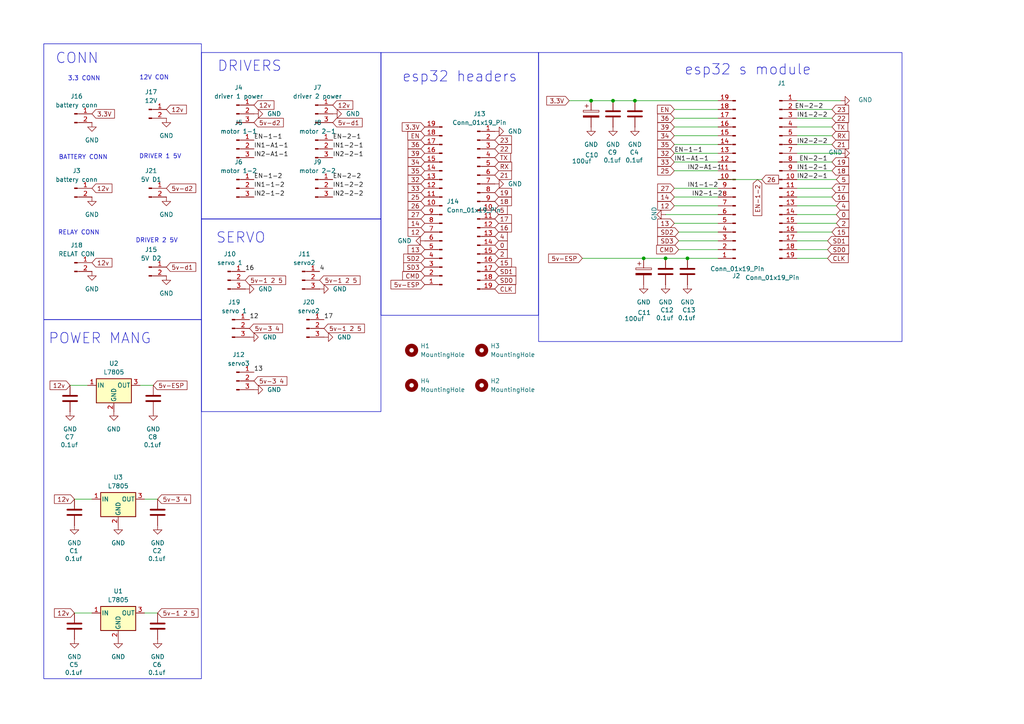
<source format=kicad_sch>
(kicad_sch
	(version 20231120)
	(generator "eeschema")
	(generator_version "8.0")
	(uuid "9edd0f69-0f44-44e5-9d6a-ce2d81da2d70")
	(paper "A4")
	(lib_symbols
		(symbol "Connector:Conn_01x02_Pin"
			(pin_names
				(offset 1.016) hide)
			(exclude_from_sim no)
			(in_bom yes)
			(on_board yes)
			(property "Reference" "J"
				(at 0 2.54 0)
				(effects
					(font
						(size 1.27 1.27)
					)
				)
			)
			(property "Value" "Conn_01x02_Pin"
				(at 0 -5.08 0)
				(effects
					(font
						(size 1.27 1.27)
					)
				)
			)
			(property "Footprint" ""
				(at 0 0 0)
				(effects
					(font
						(size 1.27 1.27)
					)
					(hide yes)
				)
			)
			(property "Datasheet" "~"
				(at 0 0 0)
				(effects
					(font
						(size 1.27 1.27)
					)
					(hide yes)
				)
			)
			(property "Description" "Generic connector, single row, 01x02, script generated"
				(at 0 0 0)
				(effects
					(font
						(size 1.27 1.27)
					)
					(hide yes)
				)
			)
			(property "ki_locked" ""
				(at 0 0 0)
				(effects
					(font
						(size 1.27 1.27)
					)
				)
			)
			(property "ki_keywords" "connector"
				(at 0 0 0)
				(effects
					(font
						(size 1.27 1.27)
					)
					(hide yes)
				)
			)
			(property "ki_fp_filters" "Connector*:*_1x??_*"
				(at 0 0 0)
				(effects
					(font
						(size 1.27 1.27)
					)
					(hide yes)
				)
			)
			(symbol "Conn_01x02_Pin_1_1"
				(polyline
					(pts
						(xy 1.27 -2.54) (xy 0.8636 -2.54)
					)
					(stroke
						(width 0.1524)
						(type default)
					)
					(fill
						(type none)
					)
				)
				(polyline
					(pts
						(xy 1.27 0) (xy 0.8636 0)
					)
					(stroke
						(width 0.1524)
						(type default)
					)
					(fill
						(type none)
					)
				)
				(rectangle
					(start 0.8636 -2.413)
					(end 0 -2.667)
					(stroke
						(width 0.1524)
						(type default)
					)
					(fill
						(type outline)
					)
				)
				(rectangle
					(start 0.8636 0.127)
					(end 0 -0.127)
					(stroke
						(width 0.1524)
						(type default)
					)
					(fill
						(type outline)
					)
				)
				(pin passive line
					(at 5.08 0 180)
					(length 3.81)
					(name "Pin_1"
						(effects
							(font
								(size 1.27 1.27)
							)
						)
					)
					(number "1"
						(effects
							(font
								(size 1.27 1.27)
							)
						)
					)
				)
				(pin passive line
					(at 5.08 -2.54 180)
					(length 3.81)
					(name "Pin_2"
						(effects
							(font
								(size 1.27 1.27)
							)
						)
					)
					(number "2"
						(effects
							(font
								(size 1.27 1.27)
							)
						)
					)
				)
			)
		)
		(symbol "Connector:Conn_01x03_Pin"
			(pin_names
				(offset 1.016) hide)
			(exclude_from_sim no)
			(in_bom yes)
			(on_board yes)
			(property "Reference" "J"
				(at 0 5.08 0)
				(effects
					(font
						(size 1.27 1.27)
					)
				)
			)
			(property "Value" "Conn_01x03_Pin"
				(at 0 -5.08 0)
				(effects
					(font
						(size 1.27 1.27)
					)
				)
			)
			(property "Footprint" ""
				(at 0 0 0)
				(effects
					(font
						(size 1.27 1.27)
					)
					(hide yes)
				)
			)
			(property "Datasheet" "~"
				(at 0 0 0)
				(effects
					(font
						(size 1.27 1.27)
					)
					(hide yes)
				)
			)
			(property "Description" "Generic connector, single row, 01x03, script generated"
				(at 0 0 0)
				(effects
					(font
						(size 1.27 1.27)
					)
					(hide yes)
				)
			)
			(property "ki_locked" ""
				(at 0 0 0)
				(effects
					(font
						(size 1.27 1.27)
					)
				)
			)
			(property "ki_keywords" "connector"
				(at 0 0 0)
				(effects
					(font
						(size 1.27 1.27)
					)
					(hide yes)
				)
			)
			(property "ki_fp_filters" "Connector*:*_1x??_*"
				(at 0 0 0)
				(effects
					(font
						(size 1.27 1.27)
					)
					(hide yes)
				)
			)
			(symbol "Conn_01x03_Pin_1_1"
				(polyline
					(pts
						(xy 1.27 -2.54) (xy 0.8636 -2.54)
					)
					(stroke
						(width 0.1524)
						(type default)
					)
					(fill
						(type none)
					)
				)
				(polyline
					(pts
						(xy 1.27 0) (xy 0.8636 0)
					)
					(stroke
						(width 0.1524)
						(type default)
					)
					(fill
						(type none)
					)
				)
				(polyline
					(pts
						(xy 1.27 2.54) (xy 0.8636 2.54)
					)
					(stroke
						(width 0.1524)
						(type default)
					)
					(fill
						(type none)
					)
				)
				(rectangle
					(start 0.8636 -2.413)
					(end 0 -2.667)
					(stroke
						(width 0.1524)
						(type default)
					)
					(fill
						(type outline)
					)
				)
				(rectangle
					(start 0.8636 0.127)
					(end 0 -0.127)
					(stroke
						(width 0.1524)
						(type default)
					)
					(fill
						(type outline)
					)
				)
				(rectangle
					(start 0.8636 2.667)
					(end 0 2.413)
					(stroke
						(width 0.1524)
						(type default)
					)
					(fill
						(type outline)
					)
				)
				(pin passive line
					(at 5.08 2.54 180)
					(length 3.81)
					(name "Pin_1"
						(effects
							(font
								(size 1.27 1.27)
							)
						)
					)
					(number "1"
						(effects
							(font
								(size 1.27 1.27)
							)
						)
					)
				)
				(pin passive line
					(at 5.08 0 180)
					(length 3.81)
					(name "Pin_2"
						(effects
							(font
								(size 1.27 1.27)
							)
						)
					)
					(number "2"
						(effects
							(font
								(size 1.27 1.27)
							)
						)
					)
				)
				(pin passive line
					(at 5.08 -2.54 180)
					(length 3.81)
					(name "Pin_3"
						(effects
							(font
								(size 1.27 1.27)
							)
						)
					)
					(number "3"
						(effects
							(font
								(size 1.27 1.27)
							)
						)
					)
				)
			)
		)
		(symbol "Connector:Conn_01x19_Pin"
			(pin_names
				(offset 1.016) hide)
			(exclude_from_sim no)
			(in_bom yes)
			(on_board yes)
			(property "Reference" "J"
				(at 0 25.4 0)
				(effects
					(font
						(size 1.27 1.27)
					)
				)
			)
			(property "Value" "Conn_01x19_Pin"
				(at 0 -25.4 0)
				(effects
					(font
						(size 1.27 1.27)
					)
				)
			)
			(property "Footprint" ""
				(at 0 0 0)
				(effects
					(font
						(size 1.27 1.27)
					)
					(hide yes)
				)
			)
			(property "Datasheet" "~"
				(at 0 0 0)
				(effects
					(font
						(size 1.27 1.27)
					)
					(hide yes)
				)
			)
			(property "Description" "Generic connector, single row, 01x19, script generated"
				(at 0 0 0)
				(effects
					(font
						(size 1.27 1.27)
					)
					(hide yes)
				)
			)
			(property "ki_locked" ""
				(at 0 0 0)
				(effects
					(font
						(size 1.27 1.27)
					)
				)
			)
			(property "ki_keywords" "connector"
				(at 0 0 0)
				(effects
					(font
						(size 1.27 1.27)
					)
					(hide yes)
				)
			)
			(property "ki_fp_filters" "Connector*:*_1x??_*"
				(at 0 0 0)
				(effects
					(font
						(size 1.27 1.27)
					)
					(hide yes)
				)
			)
			(symbol "Conn_01x19_Pin_1_1"
				(polyline
					(pts
						(xy 1.27 -22.86) (xy 0.8636 -22.86)
					)
					(stroke
						(width 0.1524)
						(type default)
					)
					(fill
						(type none)
					)
				)
				(polyline
					(pts
						(xy 1.27 -20.32) (xy 0.8636 -20.32)
					)
					(stroke
						(width 0.1524)
						(type default)
					)
					(fill
						(type none)
					)
				)
				(polyline
					(pts
						(xy 1.27 -17.78) (xy 0.8636 -17.78)
					)
					(stroke
						(width 0.1524)
						(type default)
					)
					(fill
						(type none)
					)
				)
				(polyline
					(pts
						(xy 1.27 -15.24) (xy 0.8636 -15.24)
					)
					(stroke
						(width 0.1524)
						(type default)
					)
					(fill
						(type none)
					)
				)
				(polyline
					(pts
						(xy 1.27 -12.7) (xy 0.8636 -12.7)
					)
					(stroke
						(width 0.1524)
						(type default)
					)
					(fill
						(type none)
					)
				)
				(polyline
					(pts
						(xy 1.27 -10.16) (xy 0.8636 -10.16)
					)
					(stroke
						(width 0.1524)
						(type default)
					)
					(fill
						(type none)
					)
				)
				(polyline
					(pts
						(xy 1.27 -7.62) (xy 0.8636 -7.62)
					)
					(stroke
						(width 0.1524)
						(type default)
					)
					(fill
						(type none)
					)
				)
				(polyline
					(pts
						(xy 1.27 -5.08) (xy 0.8636 -5.08)
					)
					(stroke
						(width 0.1524)
						(type default)
					)
					(fill
						(type none)
					)
				)
				(polyline
					(pts
						(xy 1.27 -2.54) (xy 0.8636 -2.54)
					)
					(stroke
						(width 0.1524)
						(type default)
					)
					(fill
						(type none)
					)
				)
				(polyline
					(pts
						(xy 1.27 0) (xy 0.8636 0)
					)
					(stroke
						(width 0.1524)
						(type default)
					)
					(fill
						(type none)
					)
				)
				(polyline
					(pts
						(xy 1.27 2.54) (xy 0.8636 2.54)
					)
					(stroke
						(width 0.1524)
						(type default)
					)
					(fill
						(type none)
					)
				)
				(polyline
					(pts
						(xy 1.27 5.08) (xy 0.8636 5.08)
					)
					(stroke
						(width 0.1524)
						(type default)
					)
					(fill
						(type none)
					)
				)
				(polyline
					(pts
						(xy 1.27 7.62) (xy 0.8636 7.62)
					)
					(stroke
						(width 0.1524)
						(type default)
					)
					(fill
						(type none)
					)
				)
				(polyline
					(pts
						(xy 1.27 10.16) (xy 0.8636 10.16)
					)
					(stroke
						(width 0.1524)
						(type default)
					)
					(fill
						(type none)
					)
				)
				(polyline
					(pts
						(xy 1.27 12.7) (xy 0.8636 12.7)
					)
					(stroke
						(width 0.1524)
						(type default)
					)
					(fill
						(type none)
					)
				)
				(polyline
					(pts
						(xy 1.27 15.24) (xy 0.8636 15.24)
					)
					(stroke
						(width 0.1524)
						(type default)
					)
					(fill
						(type none)
					)
				)
				(polyline
					(pts
						(xy 1.27 17.78) (xy 0.8636 17.78)
					)
					(stroke
						(width 0.1524)
						(type default)
					)
					(fill
						(type none)
					)
				)
				(polyline
					(pts
						(xy 1.27 20.32) (xy 0.8636 20.32)
					)
					(stroke
						(width 0.1524)
						(type default)
					)
					(fill
						(type none)
					)
				)
				(polyline
					(pts
						(xy 1.27 22.86) (xy 0.8636 22.86)
					)
					(stroke
						(width 0.1524)
						(type default)
					)
					(fill
						(type none)
					)
				)
				(rectangle
					(start 0.8636 -22.733)
					(end 0 -22.987)
					(stroke
						(width 0.1524)
						(type default)
					)
					(fill
						(type outline)
					)
				)
				(rectangle
					(start 0.8636 -20.193)
					(end 0 -20.447)
					(stroke
						(width 0.1524)
						(type default)
					)
					(fill
						(type outline)
					)
				)
				(rectangle
					(start 0.8636 -17.653)
					(end 0 -17.907)
					(stroke
						(width 0.1524)
						(type default)
					)
					(fill
						(type outline)
					)
				)
				(rectangle
					(start 0.8636 -15.113)
					(end 0 -15.367)
					(stroke
						(width 0.1524)
						(type default)
					)
					(fill
						(type outline)
					)
				)
				(rectangle
					(start 0.8636 -12.573)
					(end 0 -12.827)
					(stroke
						(width 0.1524)
						(type default)
					)
					(fill
						(type outline)
					)
				)
				(rectangle
					(start 0.8636 -10.033)
					(end 0 -10.287)
					(stroke
						(width 0.1524)
						(type default)
					)
					(fill
						(type outline)
					)
				)
				(rectangle
					(start 0.8636 -7.493)
					(end 0 -7.747)
					(stroke
						(width 0.1524)
						(type default)
					)
					(fill
						(type outline)
					)
				)
				(rectangle
					(start 0.8636 -4.953)
					(end 0 -5.207)
					(stroke
						(width 0.1524)
						(type default)
					)
					(fill
						(type outline)
					)
				)
				(rectangle
					(start 0.8636 -2.413)
					(end 0 -2.667)
					(stroke
						(width 0.1524)
						(type default)
					)
					(fill
						(type outline)
					)
				)
				(rectangle
					(start 0.8636 0.127)
					(end 0 -0.127)
					(stroke
						(width 0.1524)
						(type default)
					)
					(fill
						(type outline)
					)
				)
				(rectangle
					(start 0.8636 2.667)
					(end 0 2.413)
					(stroke
						(width 0.1524)
						(type default)
					)
					(fill
						(type outline)
					)
				)
				(rectangle
					(start 0.8636 5.207)
					(end 0 4.953)
					(stroke
						(width 0.1524)
						(type default)
					)
					(fill
						(type outline)
					)
				)
				(rectangle
					(start 0.8636 7.747)
					(end 0 7.493)
					(stroke
						(width 0.1524)
						(type default)
					)
					(fill
						(type outline)
					)
				)
				(rectangle
					(start 0.8636 10.287)
					(end 0 10.033)
					(stroke
						(width 0.1524)
						(type default)
					)
					(fill
						(type outline)
					)
				)
				(rectangle
					(start 0.8636 12.827)
					(end 0 12.573)
					(stroke
						(width 0.1524)
						(type default)
					)
					(fill
						(type outline)
					)
				)
				(rectangle
					(start 0.8636 15.367)
					(end 0 15.113)
					(stroke
						(width 0.1524)
						(type default)
					)
					(fill
						(type outline)
					)
				)
				(rectangle
					(start 0.8636 17.907)
					(end 0 17.653)
					(stroke
						(width 0.1524)
						(type default)
					)
					(fill
						(type outline)
					)
				)
				(rectangle
					(start 0.8636 20.447)
					(end 0 20.193)
					(stroke
						(width 0.1524)
						(type default)
					)
					(fill
						(type outline)
					)
				)
				(rectangle
					(start 0.8636 22.987)
					(end 0 22.733)
					(stroke
						(width 0.1524)
						(type default)
					)
					(fill
						(type outline)
					)
				)
				(pin passive line
					(at 5.08 22.86 180)
					(length 3.81)
					(name "Pin_1"
						(effects
							(font
								(size 1.27 1.27)
							)
						)
					)
					(number "1"
						(effects
							(font
								(size 1.27 1.27)
							)
						)
					)
				)
				(pin passive line
					(at 5.08 0 180)
					(length 3.81)
					(name "Pin_10"
						(effects
							(font
								(size 1.27 1.27)
							)
						)
					)
					(number "10"
						(effects
							(font
								(size 1.27 1.27)
							)
						)
					)
				)
				(pin passive line
					(at 5.08 -2.54 180)
					(length 3.81)
					(name "Pin_11"
						(effects
							(font
								(size 1.27 1.27)
							)
						)
					)
					(number "11"
						(effects
							(font
								(size 1.27 1.27)
							)
						)
					)
				)
				(pin passive line
					(at 5.08 -5.08 180)
					(length 3.81)
					(name "Pin_12"
						(effects
							(font
								(size 1.27 1.27)
							)
						)
					)
					(number "12"
						(effects
							(font
								(size 1.27 1.27)
							)
						)
					)
				)
				(pin passive line
					(at 5.08 -7.62 180)
					(length 3.81)
					(name "Pin_13"
						(effects
							(font
								(size 1.27 1.27)
							)
						)
					)
					(number "13"
						(effects
							(font
								(size 1.27 1.27)
							)
						)
					)
				)
				(pin passive line
					(at 5.08 -10.16 180)
					(length 3.81)
					(name "Pin_14"
						(effects
							(font
								(size 1.27 1.27)
							)
						)
					)
					(number "14"
						(effects
							(font
								(size 1.27 1.27)
							)
						)
					)
				)
				(pin passive line
					(at 5.08 -12.7 180)
					(length 3.81)
					(name "Pin_15"
						(effects
							(font
								(size 1.27 1.27)
							)
						)
					)
					(number "15"
						(effects
							(font
								(size 1.27 1.27)
							)
						)
					)
				)
				(pin passive line
					(at 5.08 -15.24 180)
					(length 3.81)
					(name "Pin_16"
						(effects
							(font
								(size 1.27 1.27)
							)
						)
					)
					(number "16"
						(effects
							(font
								(size 1.27 1.27)
							)
						)
					)
				)
				(pin passive line
					(at 5.08 -17.78 180)
					(length 3.81)
					(name "Pin_17"
						(effects
							(font
								(size 1.27 1.27)
							)
						)
					)
					(number "17"
						(effects
							(font
								(size 1.27 1.27)
							)
						)
					)
				)
				(pin passive line
					(at 5.08 -20.32 180)
					(length 3.81)
					(name "Pin_18"
						(effects
							(font
								(size 1.27 1.27)
							)
						)
					)
					(number "18"
						(effects
							(font
								(size 1.27 1.27)
							)
						)
					)
				)
				(pin passive line
					(at 5.08 -22.86 180)
					(length 3.81)
					(name "Pin_19"
						(effects
							(font
								(size 1.27 1.27)
							)
						)
					)
					(number "19"
						(effects
							(font
								(size 1.27 1.27)
							)
						)
					)
				)
				(pin passive line
					(at 5.08 20.32 180)
					(length 3.81)
					(name "Pin_2"
						(effects
							(font
								(size 1.27 1.27)
							)
						)
					)
					(number "2"
						(effects
							(font
								(size 1.27 1.27)
							)
						)
					)
				)
				(pin passive line
					(at 5.08 17.78 180)
					(length 3.81)
					(name "Pin_3"
						(effects
							(font
								(size 1.27 1.27)
							)
						)
					)
					(number "3"
						(effects
							(font
								(size 1.27 1.27)
							)
						)
					)
				)
				(pin passive line
					(at 5.08 15.24 180)
					(length 3.81)
					(name "Pin_4"
						(effects
							(font
								(size 1.27 1.27)
							)
						)
					)
					(number "4"
						(effects
							(font
								(size 1.27 1.27)
							)
						)
					)
				)
				(pin passive line
					(at 5.08 12.7 180)
					(length 3.81)
					(name "Pin_5"
						(effects
							(font
								(size 1.27 1.27)
							)
						)
					)
					(number "5"
						(effects
							(font
								(size 1.27 1.27)
							)
						)
					)
				)
				(pin passive line
					(at 5.08 10.16 180)
					(length 3.81)
					(name "Pin_6"
						(effects
							(font
								(size 1.27 1.27)
							)
						)
					)
					(number "6"
						(effects
							(font
								(size 1.27 1.27)
							)
						)
					)
				)
				(pin passive line
					(at 5.08 7.62 180)
					(length 3.81)
					(name "Pin_7"
						(effects
							(font
								(size 1.27 1.27)
							)
						)
					)
					(number "7"
						(effects
							(font
								(size 1.27 1.27)
							)
						)
					)
				)
				(pin passive line
					(at 5.08 5.08 180)
					(length 3.81)
					(name "Pin_8"
						(effects
							(font
								(size 1.27 1.27)
							)
						)
					)
					(number "8"
						(effects
							(font
								(size 1.27 1.27)
							)
						)
					)
				)
				(pin passive line
					(at 5.08 2.54 180)
					(length 3.81)
					(name "Pin_9"
						(effects
							(font
								(size 1.27 1.27)
							)
						)
					)
					(number "9"
						(effects
							(font
								(size 1.27 1.27)
							)
						)
					)
				)
			)
		)
		(symbol "Device:C"
			(pin_numbers hide)
			(pin_names
				(offset 0.254)
			)
			(exclude_from_sim no)
			(in_bom yes)
			(on_board yes)
			(property "Reference" "C"
				(at 0.635 2.54 0)
				(effects
					(font
						(size 1.27 1.27)
					)
					(justify left)
				)
			)
			(property "Value" "C"
				(at 0.635 -2.54 0)
				(effects
					(font
						(size 1.27 1.27)
					)
					(justify left)
				)
			)
			(property "Footprint" ""
				(at 0.9652 -3.81 0)
				(effects
					(font
						(size 1.27 1.27)
					)
					(hide yes)
				)
			)
			(property "Datasheet" "~"
				(at 0 0 0)
				(effects
					(font
						(size 1.27 1.27)
					)
					(hide yes)
				)
			)
			(property "Description" "Unpolarized capacitor"
				(at 0 0 0)
				(effects
					(font
						(size 1.27 1.27)
					)
					(hide yes)
				)
			)
			(property "ki_keywords" "cap capacitor"
				(at 0 0 0)
				(effects
					(font
						(size 1.27 1.27)
					)
					(hide yes)
				)
			)
			(property "ki_fp_filters" "C_*"
				(at 0 0 0)
				(effects
					(font
						(size 1.27 1.27)
					)
					(hide yes)
				)
			)
			(symbol "C_0_1"
				(polyline
					(pts
						(xy -2.032 -0.762) (xy 2.032 -0.762)
					)
					(stroke
						(width 0.508)
						(type default)
					)
					(fill
						(type none)
					)
				)
				(polyline
					(pts
						(xy -2.032 0.762) (xy 2.032 0.762)
					)
					(stroke
						(width 0.508)
						(type default)
					)
					(fill
						(type none)
					)
				)
			)
			(symbol "C_1_1"
				(pin passive line
					(at 0 3.81 270)
					(length 2.794)
					(name "~"
						(effects
							(font
								(size 1.27 1.27)
							)
						)
					)
					(number "1"
						(effects
							(font
								(size 1.27 1.27)
							)
						)
					)
				)
				(pin passive line
					(at 0 -3.81 90)
					(length 2.794)
					(name "~"
						(effects
							(font
								(size 1.27 1.27)
							)
						)
					)
					(number "2"
						(effects
							(font
								(size 1.27 1.27)
							)
						)
					)
				)
			)
		)
		(symbol "Device:C_Polarized"
			(pin_numbers hide)
			(pin_names
				(offset 0.254)
			)
			(exclude_from_sim no)
			(in_bom yes)
			(on_board yes)
			(property "Reference" "C"
				(at 0.635 2.54 0)
				(effects
					(font
						(size 1.27 1.27)
					)
					(justify left)
				)
			)
			(property "Value" "C_Polarized"
				(at 0.635 -2.54 0)
				(effects
					(font
						(size 1.27 1.27)
					)
					(justify left)
				)
			)
			(property "Footprint" ""
				(at 0.9652 -3.81 0)
				(effects
					(font
						(size 1.27 1.27)
					)
					(hide yes)
				)
			)
			(property "Datasheet" "~"
				(at 0 0 0)
				(effects
					(font
						(size 1.27 1.27)
					)
					(hide yes)
				)
			)
			(property "Description" "Polarized capacitor"
				(at 0 0 0)
				(effects
					(font
						(size 1.27 1.27)
					)
					(hide yes)
				)
			)
			(property "ki_keywords" "cap capacitor"
				(at 0 0 0)
				(effects
					(font
						(size 1.27 1.27)
					)
					(hide yes)
				)
			)
			(property "ki_fp_filters" "CP_*"
				(at 0 0 0)
				(effects
					(font
						(size 1.27 1.27)
					)
					(hide yes)
				)
			)
			(symbol "C_Polarized_0_1"
				(rectangle
					(start -2.286 0.508)
					(end 2.286 1.016)
					(stroke
						(width 0)
						(type default)
					)
					(fill
						(type none)
					)
				)
				(polyline
					(pts
						(xy -1.778 2.286) (xy -0.762 2.286)
					)
					(stroke
						(width 0)
						(type default)
					)
					(fill
						(type none)
					)
				)
				(polyline
					(pts
						(xy -1.27 2.794) (xy -1.27 1.778)
					)
					(stroke
						(width 0)
						(type default)
					)
					(fill
						(type none)
					)
				)
				(rectangle
					(start 2.286 -0.508)
					(end -2.286 -1.016)
					(stroke
						(width 0)
						(type default)
					)
					(fill
						(type outline)
					)
				)
			)
			(symbol "C_Polarized_1_1"
				(pin passive line
					(at 0 3.81 270)
					(length 2.794)
					(name "~"
						(effects
							(font
								(size 1.27 1.27)
							)
						)
					)
					(number "1"
						(effects
							(font
								(size 1.27 1.27)
							)
						)
					)
				)
				(pin passive line
					(at 0 -3.81 90)
					(length 2.794)
					(name "~"
						(effects
							(font
								(size 1.27 1.27)
							)
						)
					)
					(number "2"
						(effects
							(font
								(size 1.27 1.27)
							)
						)
					)
				)
			)
		)
		(symbol "Mechanical:MountingHole"
			(pin_names
				(offset 1.016)
			)
			(exclude_from_sim yes)
			(in_bom no)
			(on_board yes)
			(property "Reference" "H"
				(at 0 5.08 0)
				(effects
					(font
						(size 1.27 1.27)
					)
				)
			)
			(property "Value" "MountingHole"
				(at 0 3.175 0)
				(effects
					(font
						(size 1.27 1.27)
					)
				)
			)
			(property "Footprint" ""
				(at 0 0 0)
				(effects
					(font
						(size 1.27 1.27)
					)
					(hide yes)
				)
			)
			(property "Datasheet" "~"
				(at 0 0 0)
				(effects
					(font
						(size 1.27 1.27)
					)
					(hide yes)
				)
			)
			(property "Description" "Mounting Hole without connection"
				(at 0 0 0)
				(effects
					(font
						(size 1.27 1.27)
					)
					(hide yes)
				)
			)
			(property "ki_keywords" "mounting hole"
				(at 0 0 0)
				(effects
					(font
						(size 1.27 1.27)
					)
					(hide yes)
				)
			)
			(property "ki_fp_filters" "MountingHole*"
				(at 0 0 0)
				(effects
					(font
						(size 1.27 1.27)
					)
					(hide yes)
				)
			)
			(symbol "MountingHole_0_1"
				(circle
					(center 0 0)
					(radius 1.27)
					(stroke
						(width 1.27)
						(type default)
					)
					(fill
						(type none)
					)
				)
			)
		)
		(symbol "Regulator_Linear:L7805"
			(pin_names
				(offset 0.254)
			)
			(exclude_from_sim no)
			(in_bom yes)
			(on_board yes)
			(property "Reference" "U"
				(at -3.81 3.175 0)
				(effects
					(font
						(size 1.27 1.27)
					)
				)
			)
			(property "Value" "L7805"
				(at 0 3.175 0)
				(effects
					(font
						(size 1.27 1.27)
					)
					(justify left)
				)
			)
			(property "Footprint" ""
				(at 0.635 -3.81 0)
				(effects
					(font
						(size 1.27 1.27)
						(italic yes)
					)
					(justify left)
					(hide yes)
				)
			)
			(property "Datasheet" "http://www.st.com/content/ccc/resource/technical/document/datasheet/41/4f/b3/b0/12/d4/47/88/CD00000444.pdf/files/CD00000444.pdf/jcr:content/translations/en.CD00000444.pdf"
				(at 0 -1.27 0)
				(effects
					(font
						(size 1.27 1.27)
					)
					(hide yes)
				)
			)
			(property "Description" "Positive 1.5A 35V Linear Regulator, Fixed Output 5V, TO-220/TO-263/TO-252"
				(at 0 0 0)
				(effects
					(font
						(size 1.27 1.27)
					)
					(hide yes)
				)
			)
			(property "ki_keywords" "Voltage Regulator 1.5A Positive"
				(at 0 0 0)
				(effects
					(font
						(size 1.27 1.27)
					)
					(hide yes)
				)
			)
			(property "ki_fp_filters" "TO?252* TO?263* TO?220*"
				(at 0 0 0)
				(effects
					(font
						(size 1.27 1.27)
					)
					(hide yes)
				)
			)
			(symbol "L7805_0_1"
				(rectangle
					(start -5.08 1.905)
					(end 5.08 -5.08)
					(stroke
						(width 0.254)
						(type default)
					)
					(fill
						(type background)
					)
				)
			)
			(symbol "L7805_1_1"
				(pin power_in line
					(at -7.62 0 0)
					(length 2.54)
					(name "IN"
						(effects
							(font
								(size 1.27 1.27)
							)
						)
					)
					(number "1"
						(effects
							(font
								(size 1.27 1.27)
							)
						)
					)
				)
				(pin power_in line
					(at 0 -7.62 90)
					(length 2.54)
					(name "GND"
						(effects
							(font
								(size 1.27 1.27)
							)
						)
					)
					(number "2"
						(effects
							(font
								(size 1.27 1.27)
							)
						)
					)
				)
				(pin power_out line
					(at 7.62 0 180)
					(length 2.54)
					(name "OUT"
						(effects
							(font
								(size 1.27 1.27)
							)
						)
					)
					(number "3"
						(effects
							(font
								(size 1.27 1.27)
							)
						)
					)
				)
			)
		)
		(symbol "power:GND"
			(power)
			(pin_numbers hide)
			(pin_names
				(offset 0) hide)
			(exclude_from_sim no)
			(in_bom yes)
			(on_board yes)
			(property "Reference" "#PWR"
				(at 0 -6.35 0)
				(effects
					(font
						(size 1.27 1.27)
					)
					(hide yes)
				)
			)
			(property "Value" "GND"
				(at 0 -3.81 0)
				(effects
					(font
						(size 1.27 1.27)
					)
				)
			)
			(property "Footprint" ""
				(at 0 0 0)
				(effects
					(font
						(size 1.27 1.27)
					)
					(hide yes)
				)
			)
			(property "Datasheet" ""
				(at 0 0 0)
				(effects
					(font
						(size 1.27 1.27)
					)
					(hide yes)
				)
			)
			(property "Description" "Power symbol creates a global label with name \"GND\" , ground"
				(at 0 0 0)
				(effects
					(font
						(size 1.27 1.27)
					)
					(hide yes)
				)
			)
			(property "ki_keywords" "global power"
				(at 0 0 0)
				(effects
					(font
						(size 1.27 1.27)
					)
					(hide yes)
				)
			)
			(symbol "GND_0_1"
				(polyline
					(pts
						(xy 0 0) (xy 0 -1.27) (xy 1.27 -1.27) (xy 0 -2.54) (xy -1.27 -1.27) (xy 0 -1.27)
					)
					(stroke
						(width 0)
						(type default)
					)
					(fill
						(type none)
					)
				)
			)
			(symbol "GND_1_1"
				(pin power_in line
					(at 0 0 270)
					(length 0)
					(name "~"
						(effects
							(font
								(size 1.27 1.27)
							)
						)
					)
					(number "1"
						(effects
							(font
								(size 1.27 1.27)
							)
						)
					)
				)
			)
		)
	)
	(junction
		(at 171.45 29.21)
		(diameter 0)
		(color 0 0 0 0)
		(uuid "112927ee-a58e-4917-b7f8-8278e10ded22")
	)
	(junction
		(at 199.39 74.93)
		(diameter 0)
		(color 0 0 0 0)
		(uuid "25f1fe54-65bf-44b0-97a1-7cd7f1779acb")
	)
	(junction
		(at 193.04 74.93)
		(diameter 0)
		(color 0 0 0 0)
		(uuid "4c4dfda6-3d5f-4c87-8cea-b9334cde6be1")
	)
	(junction
		(at 177.8 29.21)
		(diameter 0)
		(color 0 0 0 0)
		(uuid "6a430c24-f76a-469b-a0af-3fa3adc1faad")
	)
	(junction
		(at 186.69 74.93)
		(diameter 0)
		(color 0 0 0 0)
		(uuid "8e050130-b70b-4438-b114-3dfbbec4513a")
	)
	(junction
		(at 184.15 29.21)
		(diameter 0)
		(color 0 0 0 0)
		(uuid "903464f2-f101-47c0-b470-2cebc15a55b8")
	)
	(wire
		(pts
			(xy 20.32 111.76) (xy 25.4 111.76)
		)
		(stroke
			(width 0)
			(type default)
		)
		(uuid "02184258-d189-4bb1-a92b-9bf463ea4d22")
	)
	(wire
		(pts
			(xy 241.3 57.15) (xy 231.14 57.15)
		)
		(stroke
			(width 0)
			(type default)
		)
		(uuid "05ae66c6-d21d-41a4-a0be-a05a955ca1c0")
	)
	(wire
		(pts
			(xy 231.14 34.29) (xy 241.3 34.29)
		)
		(stroke
			(width 0)
			(type default)
		)
		(uuid "05d772dc-e541-481b-8c25-b03b15470c64")
	)
	(wire
		(pts
			(xy 243.84 29.21) (xy 231.14 29.21)
		)
		(stroke
			(width 0)
			(type default)
		)
		(uuid "0bd43e13-1dc7-41c1-b337-e5494fc0cefa")
	)
	(wire
		(pts
			(xy 243.84 44.45) (xy 231.14 44.45)
		)
		(stroke
			(width 0)
			(type default)
		)
		(uuid "247c366a-1fea-4828-a3dc-cf02c2acbcdb")
	)
	(wire
		(pts
			(xy 168.91 74.93) (xy 186.69 74.93)
		)
		(stroke
			(width 0)
			(type default)
		)
		(uuid "24c0829c-206a-465d-94cc-0f1e3af4e360")
	)
	(wire
		(pts
			(xy 184.15 29.21) (xy 208.28 29.21)
		)
		(stroke
			(width 0)
			(type default)
		)
		(uuid "25bb41fc-488a-46c7-812a-4ef9a06ea2c6")
	)
	(wire
		(pts
			(xy 242.57 64.77) (xy 231.14 64.77)
		)
		(stroke
			(width 0)
			(type default)
		)
		(uuid "2bb08c32-b889-40dd-9676-60f46ed9b7a4")
	)
	(wire
		(pts
			(xy 195.58 39.37) (xy 208.28 39.37)
		)
		(stroke
			(width 0)
			(type default)
		)
		(uuid "2c39f6cb-978e-45e4-998f-77c27ca6958d")
	)
	(wire
		(pts
			(xy 231.14 36.83) (xy 241.3 36.83)
		)
		(stroke
			(width 0)
			(type default)
		)
		(uuid "32d4a0b0-696a-4b5a-a485-408b88fdba15")
	)
	(wire
		(pts
			(xy 240.03 72.39) (xy 231.14 72.39)
		)
		(stroke
			(width 0)
			(type default)
		)
		(uuid "3369ff87-1466-428a-af0a-3daf9572b957")
	)
	(wire
		(pts
			(xy 40.64 111.76) (xy 44.45 111.76)
		)
		(stroke
			(width 0)
			(type default)
		)
		(uuid "41490744-ca00-4011-ba09-5f1f4e96eae5")
	)
	(wire
		(pts
			(xy 242.57 59.69) (xy 231.14 59.69)
		)
		(stroke
			(width 0)
			(type default)
		)
		(uuid "434ad345-3168-46b2-9398-cd114e15dd55")
	)
	(wire
		(pts
			(xy 186.69 74.93) (xy 193.04 74.93)
		)
		(stroke
			(width 0)
			(type default)
		)
		(uuid "43a1b1b7-bff5-427f-8a25-37063fa065c5")
	)
	(wire
		(pts
			(xy 231.14 54.61) (xy 241.3 54.61)
		)
		(stroke
			(width 0)
			(type default)
		)
		(uuid "4920bb06-c8b3-4f18-9a8a-42e4457a7884")
	)
	(wire
		(pts
			(xy 241.3 67.31) (xy 231.14 67.31)
		)
		(stroke
			(width 0)
			(type default)
		)
		(uuid "51f5740f-373a-4338-abc0-2b5b80eb8c62")
	)
	(wire
		(pts
			(xy 21.59 177.8) (xy 26.67 177.8)
		)
		(stroke
			(width 0)
			(type default)
		)
		(uuid "547fe3d1-a1a7-4bc4-9318-9be1adfa98d0")
	)
	(wire
		(pts
			(xy 195.58 57.15) (xy 208.28 57.15)
		)
		(stroke
			(width 0)
			(type default)
		)
		(uuid "58323734-845c-4cf0-b5ba-d35920e1537d")
	)
	(wire
		(pts
			(xy 193.04 74.93) (xy 199.39 74.93)
		)
		(stroke
			(width 0)
			(type default)
		)
		(uuid "5b6a5422-2974-4cb4-8e98-3ac86e65cb18")
	)
	(wire
		(pts
			(xy 41.91 144.78) (xy 45.72 144.78)
		)
		(stroke
			(width 0)
			(type default)
		)
		(uuid "5c34ea4b-6113-4e8f-a37c-77a4f03b44d4")
	)
	(wire
		(pts
			(xy 41.91 177.8) (xy 45.72 177.8)
		)
		(stroke
			(width 0)
			(type default)
		)
		(uuid "5ed8b224-330e-45de-bde4-445ad3e424ef")
	)
	(wire
		(pts
			(xy 195.58 36.83) (xy 208.28 36.83)
		)
		(stroke
			(width 0)
			(type default)
		)
		(uuid "64442791-c9b3-4f02-80c6-b9203c1093cc")
	)
	(wire
		(pts
			(xy 241.3 39.37) (xy 231.14 39.37)
		)
		(stroke
			(width 0)
			(type default)
		)
		(uuid "7aefbf5f-00ea-494f-8e44-be623fe8436c")
	)
	(wire
		(pts
			(xy 231.14 31.75) (xy 241.3 31.75)
		)
		(stroke
			(width 0)
			(type default)
		)
		(uuid "7d719973-efdf-480e-9af1-229135dd8873")
	)
	(wire
		(pts
			(xy 231.14 52.07) (xy 242.57 52.07)
		)
		(stroke
			(width 0)
			(type default)
		)
		(uuid "806a1df1-a46c-484a-bd05-d5e7e879e87a")
	)
	(wire
		(pts
			(xy 242.57 62.23) (xy 231.14 62.23)
		)
		(stroke
			(width 0)
			(type default)
		)
		(uuid "8294f0b7-d439-4732-9aa4-fbd5d72e0124")
	)
	(wire
		(pts
			(xy 165.1 29.21) (xy 171.45 29.21)
		)
		(stroke
			(width 0)
			(type default)
		)
		(uuid "8f7aa865-55c5-4079-8370-be602854e9fd")
	)
	(wire
		(pts
			(xy 195.58 59.69) (xy 208.28 59.69)
		)
		(stroke
			(width 0)
			(type default)
		)
		(uuid "916c92aa-369f-4af2-b064-dc58f71a367e")
	)
	(wire
		(pts
			(xy 240.03 74.93) (xy 231.14 74.93)
		)
		(stroke
			(width 0)
			(type default)
		)
		(uuid "9a0e7e3d-e50c-4561-9524-220659a0ad24")
	)
	(wire
		(pts
			(xy 195.58 54.61) (xy 208.28 54.61)
		)
		(stroke
			(width 0)
			(type default)
		)
		(uuid "9b75805d-4883-44e6-86bc-5d3af8700f40")
	)
	(wire
		(pts
			(xy 177.8 29.21) (xy 171.45 29.21)
		)
		(stroke
			(width 0)
			(type default)
		)
		(uuid "a6c86eb8-ff53-4b44-98e9-151ef876fd5c")
	)
	(wire
		(pts
			(xy 240.03 69.85) (xy 231.14 69.85)
		)
		(stroke
			(width 0)
			(type default)
		)
		(uuid "a885c12d-f814-43fd-ab81-6b13aa93e8a6")
	)
	(wire
		(pts
			(xy 231.14 49.53) (xy 241.3 49.53)
		)
		(stroke
			(width 0)
			(type default)
		)
		(uuid "aff95250-81ff-431b-99e3-be3494cc9d59")
	)
	(wire
		(pts
			(xy 195.58 31.75) (xy 208.28 31.75)
		)
		(stroke
			(width 0)
			(type default)
		)
		(uuid "b0705a28-b3f6-423e-9783-769989a7916a")
	)
	(wire
		(pts
			(xy 193.04 62.23) (xy 208.28 62.23)
		)
		(stroke
			(width 0)
			(type default)
		)
		(uuid "bc8b1a38-a5b7-484b-88cb-c5d2697c6fb1")
	)
	(wire
		(pts
			(xy 21.59 144.78) (xy 26.67 144.78)
		)
		(stroke
			(width 0)
			(type default)
		)
		(uuid "c34eaec9-fc07-44ce-8e8e-1effac64d7bd")
	)
	(wire
		(pts
			(xy 195.58 41.91) (xy 208.28 41.91)
		)
		(stroke
			(width 0)
			(type default)
		)
		(uuid "c37c8524-e664-4c18-bb35-0eaa1653eb04")
	)
	(wire
		(pts
			(xy 231.14 41.91) (xy 241.3 41.91)
		)
		(stroke
			(width 0)
			(type default)
		)
		(uuid "c9e50149-24a8-4d3f-8f49-eff8b0102f9c")
	)
	(wire
		(pts
			(xy 199.39 74.93) (xy 208.28 74.93)
		)
		(stroke
			(width 0)
			(type default)
		)
		(uuid "ccf2e391-6ab4-46e6-8094-e4642accb21f")
	)
	(wire
		(pts
			(xy 195.58 64.77) (xy 208.28 64.77)
		)
		(stroke
			(width 0)
			(type default)
		)
		(uuid "d2c8c596-9d46-4761-a03b-255ee3ef78c9")
	)
	(wire
		(pts
			(xy 195.58 44.45) (xy 208.28 44.45)
		)
		(stroke
			(width 0)
			(type default)
		)
		(uuid "d352c897-eddd-4ae6-a84b-2fc955ad1064")
	)
	(wire
		(pts
			(xy 220.98 52.07) (xy 208.28 52.07)
		)
		(stroke
			(width 0)
			(type default)
		)
		(uuid "d6302f05-928a-44e4-9841-779e681e68a4")
	)
	(wire
		(pts
			(xy 196.85 67.31) (xy 208.28 67.31)
		)
		(stroke
			(width 0)
			(type default)
		)
		(uuid "dbc98dca-65eb-4778-9d28-b9f37a64f9e4")
	)
	(wire
		(pts
			(xy 195.58 46.99) (xy 208.28 46.99)
		)
		(stroke
			(width 0)
			(type default)
		)
		(uuid "e5c49d1a-2042-4a67-8db4-f543e25f0224")
	)
	(wire
		(pts
			(xy 195.58 34.29) (xy 208.28 34.29)
		)
		(stroke
			(width 0)
			(type default)
		)
		(uuid "e7cd6721-6a2c-404c-baf1-88767b39f3ec")
	)
	(wire
		(pts
			(xy 184.15 29.21) (xy 177.8 29.21)
		)
		(stroke
			(width 0)
			(type default)
		)
		(uuid "ef44ceb9-fbf8-4a5e-aecd-56428310a927")
	)
	(wire
		(pts
			(xy 196.85 72.39) (xy 208.28 72.39)
		)
		(stroke
			(width 0)
			(type default)
		)
		(uuid "f477a75d-cae1-4178-96d9-e046ee7a0df1")
	)
	(wire
		(pts
			(xy 231.14 46.99) (xy 241.3 46.99)
		)
		(stroke
			(width 0)
			(type default)
		)
		(uuid "f52b5105-671c-4283-b5d2-51a626cf6f8a")
	)
	(wire
		(pts
			(xy 196.85 69.85) (xy 208.28 69.85)
		)
		(stroke
			(width 0)
			(type default)
		)
		(uuid "fbba6751-623d-4e62-bd9d-98a657e04522")
	)
	(wire
		(pts
			(xy 195.58 49.53) (xy 208.28 49.53)
		)
		(stroke
			(width 0)
			(type default)
		)
		(uuid "fd5f135b-183a-450a-9131-66b62ecf48d8")
	)
	(rectangle
		(start 58.42 15.24)
		(end 110.49 63.5)
		(stroke
			(width 0)
			(type default)
		)
		(fill
			(type none)
		)
		(uuid 1246717c-b370-4942-a512-c063e176978c)
	)
	(rectangle
		(start 12.7 12.7)
		(end 58.42 92.71)
		(stroke
			(width 0)
			(type default)
		)
		(fill
			(type none)
		)
		(uuid 7ac8328e-21ec-4390-8211-8921354d25a9)
	)
	(rectangle
		(start 12.7 92.71)
		(end 58.42 196.85)
		(stroke
			(width 0)
			(type default)
		)
		(fill
			(type none)
		)
		(uuid 9516d57e-e201-4faf-87b8-21d2dac9ec2d)
	)
	(rectangle
		(start 156.21 15.24)
		(end 261.62 99.06)
		(stroke
			(width 0)
			(type default)
		)
		(fill
			(type none)
		)
		(uuid ab6141e9-ff59-40eb-b4c5-f8393f561e43)
	)
	(rectangle
		(start 110.49 15.24)
		(end 156.21 91.44)
		(stroke
			(width 0)
			(type default)
		)
		(fill
			(type none)
		)
		(uuid d5fdb225-f367-4e4e-ba74-cbfa7193bef9)
	)
	(rectangle
		(start 58.42 63.5)
		(end 110.49 119.38)
		(stroke
			(width 0)
			(type default)
		)
		(fill
			(type none)
		)
		(uuid defd9997-cd38-4348-8965-ee6cdcb4e4e9)
	)
	(text "BATTERY CONN"
		(exclude_from_sim no)
		(at 24.13 45.72 0)
		(effects
			(font
				(size 1.27 1.27)
			)
		)
		(uuid "06fe3e90-751a-4641-bd3d-2665ca15f77b")
	)
	(text "POWER MANG"
		(exclude_from_sim no)
		(at 28.956 98.298 0)
		(effects
			(font
				(size 3 3)
			)
		)
		(uuid "391b76ba-cef3-429a-ac12-f0dd5f679ec8")
	)
	(text "SERVO"
		(exclude_from_sim no)
		(at 69.85 69.088 0)
		(effects
			(font
				(size 3 3)
			)
		)
		(uuid "3ec8db70-9736-45cc-97c9-048f66b36f7b")
	)
	(text "CONN"
		(exclude_from_sim no)
		(at 22.352 17.018 0)
		(effects
			(font
				(size 3 3)
			)
		)
		(uuid "4c74e2f9-5700-4570-aedb-ee479fa48658")
	)
	(text "3.3 CONN"
		(exclude_from_sim no)
		(at 24.384 22.86 0)
		(effects
			(font
				(size 1.27 1.27)
			)
		)
		(uuid "4d7e096e-6a12-4fd1-b361-ab233f5516e3")
	)
	(text "DRIVERS"
		(exclude_from_sim no)
		(at 72.39 19.304 0)
		(effects
			(font
				(size 3 3)
			)
		)
		(uuid "5aa155b4-8df6-4928-8cb6-4f12e4be9615")
	)
	(text "DRIVER 2 5V"
		(exclude_from_sim no)
		(at 45.466 69.85 0)
		(effects
			(font
				(size 1.27 1.27)
			)
		)
		(uuid "c5717bfe-63bf-4371-8886-1fa9c7eeb3b8")
	)
	(text "12V CON"
		(exclude_from_sim no)
		(at 44.704 22.606 0)
		(effects
			(font
				(size 1.27 1.27)
			)
		)
		(uuid "ca9ae5fd-de29-46ed-ac3d-73cae4f3fd1d")
	)
	(text "DRIVER 1 5V"
		(exclude_from_sim no)
		(at 46.482 45.466 0)
		(effects
			(font
				(size 1.27 1.27)
			)
		)
		(uuid "de42544b-9494-4c8b-b79f-fb987290b919")
	)
	(text "esp32 s module"
		(exclude_from_sim no)
		(at 216.916 20.32 0)
		(effects
			(font
				(size 3 3)
			)
		)
		(uuid "e5562a9b-1a9c-419b-8b0a-f0579e23de0d")
	)
	(text "RELAY CONN"
		(exclude_from_sim no)
		(at 22.86 67.564 0)
		(effects
			(font
				(size 1.27 1.27)
			)
		)
		(uuid "ecca6b94-ebac-4bb6-86fb-160d87c8b967")
	)
	(text "esp32 headers\n"
		(exclude_from_sim no)
		(at 133.35 22.352 0)
		(effects
			(font
				(size 3 3)
			)
		)
		(uuid "f887eda9-56ea-4e27-80ab-4c561be9e924")
	)
	(label "EN-2-2"
		(at 238.76 31.75 180)
		(fields_autoplaced yes)
		(effects
			(font
				(size 1.27 1.27)
			)
			(justify right bottom)
		)
		(uuid "05ccb6f3-fafc-46f3-b1e4-09182bdb037d")
	)
	(label "4"
		(at 92.71 78.74 0)
		(fields_autoplaced yes)
		(effects
			(font
				(size 1.27 1.27)
			)
			(justify left bottom)
		)
		(uuid "07e077fb-0f57-432f-9cb7-e05740e00ec7")
	)
	(label "EN-2-2"
		(at 96.52 52.07 0)
		(fields_autoplaced yes)
		(effects
			(font
				(size 1.27 1.27)
			)
			(justify left bottom)
		)
		(uuid "0d06c4a2-c25f-487f-abf6-c22b33d56ed7")
	)
	(label "IN1-A1-1"
		(at 73.66 43.18 0)
		(fields_autoplaced yes)
		(effects
			(font
				(size 1.27 1.27)
			)
			(justify left bottom)
		)
		(uuid "0db74765-55df-4a96-8ed0-6abad82fb5db")
	)
	(label "IN1-1-2"
		(at 73.66 54.61 0)
		(fields_autoplaced yes)
		(effects
			(font
				(size 1.27 1.27)
			)
			(justify left bottom)
		)
		(uuid "198c5051-beb7-4cda-9c0f-8ba620384283")
	)
	(label "IN2-A1-1"
		(at 73.66 45.72 0)
		(fields_autoplaced yes)
		(effects
			(font
				(size 1.27 1.27)
			)
			(justify left bottom)
		)
		(uuid "2273fa36-8665-4691-bb54-c274d5c48c07")
	)
	(label "IN1-1-2"
		(at 199.39 54.61 0)
		(fields_autoplaced yes)
		(effects
			(font
				(size 1.27 1.27)
			)
			(justify left bottom)
		)
		(uuid "2a16f290-bf44-44bc-8377-9540c8a50247")
	)
	(label "EN-2-1"
		(at 240.03 46.99 180)
		(fields_autoplaced yes)
		(effects
			(font
				(size 1.27 1.27)
			)
			(justify right bottom)
		)
		(uuid "401d7984-01c4-4d85-9b66-3acb7abb9fd1")
	)
	(label "IN2-2-1"
		(at 96.52 45.72 0)
		(fields_autoplaced yes)
		(effects
			(font
				(size 1.27 1.27)
			)
			(justify left bottom)
		)
		(uuid "402c1574-edde-4f29-8b1e-0425a84b8238")
	)
	(label "IN2-1-2"
		(at 73.66 57.15 0)
		(fields_autoplaced yes)
		(effects
			(font
				(size 1.27 1.27)
			)
			(justify left bottom)
		)
		(uuid "4d970715-18dd-49e4-8e2a-9c3bcc5450a6")
	)
	(label "EN-2-1"
		(at 96.52 40.64 0)
		(fields_autoplaced yes)
		(effects
			(font
				(size 1.27 1.27)
			)
			(justify left bottom)
		)
		(uuid "4e03fe6a-985d-48e6-a6ab-30fe6222fc6f")
	)
	(label "EN-1-1"
		(at 195.58 44.45 0)
		(fields_autoplaced yes)
		(effects
			(font
				(size 1.27 1.27)
			)
			(justify left bottom)
		)
		(uuid "53bc1854-6d24-432d-a733-6e6c5bbaf9b7")
	)
	(label "IN1-2-2"
		(at 240.03 34.29 180)
		(fields_autoplaced yes)
		(effects
			(font
				(size 1.27 1.27)
			)
			(justify right bottom)
		)
		(uuid "5fe0651a-3438-4263-968b-e41ae29e54a7")
	)
	(label "IN2-2-1"
		(at 240.03 52.07 180)
		(fields_autoplaced yes)
		(effects
			(font
				(size 1.27 1.27)
			)
			(justify right bottom)
		)
		(uuid "6e8625d5-41ba-4b01-b10d-6afe290ddcb9")
	)
	(label "17"
		(at 93.98 92.71 0)
		(fields_autoplaced yes)
		(effects
			(font
				(size 1.27 1.27)
			)
			(justify left bottom)
		)
		(uuid "7d58bf6c-e271-4cef-94db-b9f8469c6608")
	)
	(label "16"
		(at 71.12 78.74 0)
		(fields_autoplaced yes)
		(effects
			(font
				(size 1.27 1.27)
			)
			(justify left bottom)
		)
		(uuid "8eafb995-7462-48d3-8fcc-9bd7ec3b907b")
	)
	(label "EN-1-1"
		(at 73.66 40.64 0)
		(fields_autoplaced yes)
		(effects
			(font
				(size 1.27 1.27)
			)
			(justify left bottom)
		)
		(uuid "8f1c171d-10ba-487e-9078-3cd6b398d037")
	)
	(label "EN-1-2"
		(at 73.66 52.07 0)
		(fields_autoplaced yes)
		(effects
			(font
				(size 1.27 1.27)
			)
			(justify left bottom)
		)
		(uuid "90c88108-bd87-48f0-bd6f-30ab6ca205f2")
	)
	(label "IN2-A1-1"
		(at 199.39 49.53 0)
		(fields_autoplaced yes)
		(effects
			(font
				(size 1.27 1.27)
			)
			(justify left bottom)
		)
		(uuid "99cb66aa-64a4-4c41-b91a-736f5e3e6c5b")
	)
	(label "IN2-2-2"
		(at 96.52 57.15 0)
		(fields_autoplaced yes)
		(effects
			(font
				(size 1.27 1.27)
			)
			(justify left bottom)
		)
		(uuid "9a1ff775-8d64-4c06-a1e9-b376a72fac69")
	)
	(label "IN1-2-1"
		(at 96.52 43.18 0)
		(fields_autoplaced yes)
		(effects
			(font
				(size 1.27 1.27)
			)
			(justify left bottom)
		)
		(uuid "b5974f1b-71fe-4e2d-9946-f2a414128b7f")
	)
	(label "IN2-2-2"
		(at 240.03 41.91 180)
		(fields_autoplaced yes)
		(effects
			(font
				(size 1.27 1.27)
			)
			(justify right bottom)
		)
		(uuid "b75a5f84-79a7-462e-ac46-65d5d5736caa")
	)
	(label "IN1-A1-1"
		(at 195.58 46.99 0)
		(fields_autoplaced yes)
		(effects
			(font
				(size 1.27 1.27)
			)
			(justify left bottom)
		)
		(uuid "c4294dca-5026-406a-bdf9-6a3f19bb5364")
	)
	(label "13"
		(at 73.66 107.95 0)
		(fields_autoplaced yes)
		(effects
			(font
				(size 1.27 1.27)
			)
			(justify left bottom)
		)
		(uuid "c7497ec2-c4fe-428d-86b0-36277d702bdc")
	)
	(label "IN1-2-2"
		(at 96.52 54.61 0)
		(fields_autoplaced yes)
		(effects
			(font
				(size 1.27 1.27)
			)
			(justify left bottom)
		)
		(uuid "e4ded39b-7fd4-4752-bed4-e76a2aae72b4")
	)
	(label "12"
		(at 72.39 92.71 0)
		(fields_autoplaced yes)
		(effects
			(font
				(size 1.27 1.27)
			)
			(justify left bottom)
		)
		(uuid "f1457378-ca69-40c6-adb9-6f966b1ecaa1")
	)
	(label "IN1-2-1"
		(at 240.03 49.53 180)
		(fields_autoplaced yes)
		(effects
			(font
				(size 1.27 1.27)
			)
			(justify right bottom)
		)
		(uuid "f172c6b1-b869-4c93-b230-e0840439c2d6")
	)
	(label "IN2-1-2"
		(at 200.66 57.15 0)
		(fields_autoplaced yes)
		(effects
			(font
				(size 1.27 1.27)
			)
			(justify left bottom)
		)
		(uuid "fce3792d-c28e-4618-bfea-89e8376c1871")
	)
	(global_label "0"
		(shape input)
		(at 143.51 71.12 0)
		(fields_autoplaced yes)
		(effects
			(font
				(size 1.27 1.27)
			)
			(justify left)
		)
		(uuid "00d8a8b8-1e42-4aa2-8fa9-9100bacb1566")
		(property "Intersheetrefs" "${INTERSHEET_REFS}"
			(at 147.7047 71.12 0)
			(effects
				(font
					(size 1.27 1.27)
				)
				(justify left)
				(hide yes)
			)
		)
	)
	(global_label "36"
		(shape input)
		(at 195.58 34.29 180)
		(fields_autoplaced yes)
		(effects
			(font
				(size 1.27 1.27)
			)
			(justify right)
		)
		(uuid "0193035f-0b3b-4304-ac49-e0eeeedcf113")
		(property "Intersheetrefs" "${INTERSHEET_REFS}"
			(at 190.1758 34.29 0)
			(effects
				(font
					(size 1.27 1.27)
				)
				(justify right)
				(hide yes)
			)
		)
	)
	(global_label "RX"
		(shape input)
		(at 143.51 48.26 0)
		(fields_autoplaced yes)
		(effects
			(font
				(size 1.27 1.27)
			)
			(justify left)
		)
		(uuid "039416f1-cdf0-4de0-8f5a-a124e28dffe6")
		(property "Intersheetrefs" "${INTERSHEET_REFS}"
			(at 148.9747 48.26 0)
			(effects
				(font
					(size 1.27 1.27)
				)
				(justify left)
				(hide yes)
			)
		)
	)
	(global_label "EN-1-2"
		(shape input)
		(at 219.71 52.07 270)
		(fields_autoplaced yes)
		(effects
			(font
				(size 1.27 1.27)
			)
			(justify right)
		)
		(uuid "0ee70697-7d7a-4da9-9949-1ecf02b6aaf3")
		(property "Intersheetrefs" "${INTERSHEET_REFS}"
			(at 219.71 63.0985 90)
			(effects
				(font
					(size 1.27 1.27)
				)
				(justify right)
				(hide yes)
			)
		)
	)
	(global_label "33"
		(shape input)
		(at 123.19 54.61 180)
		(fields_autoplaced yes)
		(effects
			(font
				(size 1.27 1.27)
			)
			(justify right)
		)
		(uuid "0f322f50-745b-4c5a-a1e1-a4b60ad55b51")
		(property "Intersheetrefs" "${INTERSHEET_REFS}"
			(at 117.7858 54.61 0)
			(effects
				(font
					(size 1.27 1.27)
				)
				(justify right)
				(hide yes)
			)
		)
	)
	(global_label "18"
		(shape input)
		(at 143.51 58.42 0)
		(fields_autoplaced yes)
		(effects
			(font
				(size 1.27 1.27)
			)
			(justify left)
		)
		(uuid "13eeb4e0-559f-4af1-a05d-444b3df738d3")
		(property "Intersheetrefs" "${INTERSHEET_REFS}"
			(at 148.9142 58.42 0)
			(effects
				(font
					(size 1.27 1.27)
				)
				(justify left)
				(hide yes)
			)
		)
	)
	(global_label "13"
		(shape input)
		(at 195.58 64.77 180)
		(fields_autoplaced yes)
		(effects
			(font
				(size 1.27 1.27)
			)
			(justify right)
		)
		(uuid "17b80388-b4a7-4751-88cf-817faaf7d9fc")
		(property "Intersheetrefs" "${INTERSHEET_REFS}"
			(at 190.1758 64.77 0)
			(effects
				(font
					(size 1.27 1.27)
				)
				(justify right)
				(hide yes)
			)
		)
	)
	(global_label "CLK"
		(shape input)
		(at 240.03 74.93 0)
		(fields_autoplaced yes)
		(effects
			(font
				(size 1.27 1.27)
			)
			(justify left)
		)
		(uuid "191a8b20-1d3d-4c9c-b184-1d7ff5e856bc")
		(property "Intersheetrefs" "${INTERSHEET_REFS}"
			(at 246.5833 74.93 0)
			(effects
				(font
					(size 1.27 1.27)
				)
				(justify left)
				(hide yes)
			)
		)
	)
	(global_label "SD0"
		(shape input)
		(at 143.51 81.28 0)
		(fields_autoplaced yes)
		(effects
			(font
				(size 1.27 1.27)
			)
			(justify left)
		)
		(uuid "19f8fb6b-4954-4a18-8bea-49f6d5860dd1")
		(property "Intersheetrefs" "${INTERSHEET_REFS}"
			(at 150.1842 81.28 0)
			(effects
				(font
					(size 1.27 1.27)
				)
				(justify left)
				(hide yes)
			)
		)
	)
	(global_label "EN"
		(shape input)
		(at 195.58 31.75 180)
		(fields_autoplaced yes)
		(effects
			(font
				(size 1.27 1.27)
			)
			(justify right)
		)
		(uuid "1ad07c21-589b-4e95-8543-39551fe5466c")
		(property "Intersheetrefs" "${INTERSHEET_REFS}"
			(at 190.1153 31.75 0)
			(effects
				(font
					(size 1.27 1.27)
				)
				(justify right)
				(hide yes)
			)
		)
	)
	(global_label "5v-1 2 5"
		(shape input)
		(at 45.72 177.8 0)
		(fields_autoplaced yes)
		(effects
			(font
				(size 1.27 1.27)
			)
			(justify left)
		)
		(uuid "1b6a2edb-a04e-4430-ae51-3d07d8143f11")
		(property "Intersheetrefs" "${INTERSHEET_REFS}"
			(at 58.0184 177.8 0)
			(effects
				(font
					(size 1.27 1.27)
				)
				(justify left)
				(hide yes)
			)
		)
	)
	(global_label "3.3V"
		(shape input)
		(at 165.1 29.21 180)
		(fields_autoplaced yes)
		(effects
			(font
				(size 1.27 1.27)
			)
			(justify right)
		)
		(uuid "1d6ad86c-cd11-422a-aa9a-6ede9eb4ae1f")
		(property "Intersheetrefs" "${INTERSHEET_REFS}"
			(at 158.0024 29.21 0)
			(effects
				(font
					(size 1.27 1.27)
				)
				(justify right)
				(hide yes)
			)
		)
	)
	(global_label "12v"
		(shape input)
		(at 21.59 144.78 180)
		(fields_autoplaced yes)
		(effects
			(font
				(size 1.27 1.27)
			)
			(justify right)
		)
		(uuid "1d7f8122-bd3c-41e1-91ba-013218329e17")
		(property "Intersheetrefs" "${INTERSHEET_REFS}"
			(at 15.2182 144.78 0)
			(effects
				(font
					(size 1.27 1.27)
				)
				(justify right)
				(hide yes)
			)
		)
	)
	(global_label "5v-ESP"
		(shape input)
		(at 44.45 111.76 0)
		(fields_autoplaced yes)
		(effects
			(font
				(size 1.27 1.27)
			)
			(justify left)
		)
		(uuid "1db10512-7eb5-4e35-a771-a1abdaf5ff8e")
		(property "Intersheetrefs" "${INTERSHEET_REFS}"
			(at 54.8132 111.76 0)
			(effects
				(font
					(size 1.27 1.27)
				)
				(justify left)
				(hide yes)
			)
		)
	)
	(global_label "5v-3 4"
		(shape input)
		(at 72.39 95.25 0)
		(fields_autoplaced yes)
		(effects
			(font
				(size 1.27 1.27)
			)
			(justify left)
		)
		(uuid "1ebc6c3a-5bbf-4a3f-85dc-a008655ac2ce")
		(property "Intersheetrefs" "${INTERSHEET_REFS}"
			(at 82.5113 95.25 0)
			(effects
				(font
					(size 1.27 1.27)
				)
				(justify left)
				(hide yes)
			)
		)
	)
	(global_label "34"
		(shape input)
		(at 195.58 39.37 180)
		(fields_autoplaced yes)
		(effects
			(font
				(size 1.27 1.27)
			)
			(justify right)
		)
		(uuid "210493a6-02b2-438e-8f19-f591d3dde628")
		(property "Intersheetrefs" "${INTERSHEET_REFS}"
			(at 190.1758 39.37 0)
			(effects
				(font
					(size 1.27 1.27)
				)
				(justify right)
				(hide yes)
			)
		)
	)
	(global_label "5v-1 2 5"
		(shape input)
		(at 93.98 95.25 0)
		(fields_autoplaced yes)
		(effects
			(font
				(size 1.27 1.27)
			)
			(justify left)
		)
		(uuid "21d9b183-bb5d-47b3-b766-f0fc4f6f2361")
		(property "Intersheetrefs" "${INTERSHEET_REFS}"
			(at 106.2784 95.25 0)
			(effects
				(font
					(size 1.27 1.27)
				)
				(justify left)
				(hide yes)
			)
		)
	)
	(global_label "TX"
		(shape input)
		(at 143.51 45.72 0)
		(fields_autoplaced yes)
		(effects
			(font
				(size 1.27 1.27)
			)
			(justify left)
		)
		(uuid "23a0b652-4c83-4dea-aea6-ace643343f44")
		(property "Intersheetrefs" "${INTERSHEET_REFS}"
			(at 148.6723 45.72 0)
			(effects
				(font
					(size 1.27 1.27)
				)
				(justify left)
				(hide yes)
			)
		)
	)
	(global_label "5v-1 2 5"
		(shape input)
		(at 92.71 81.28 0)
		(fields_autoplaced yes)
		(effects
			(font
				(size 1.27 1.27)
			)
			(justify left)
		)
		(uuid "2608c16e-cecd-4dd3-a2ed-43faa4e09c0f")
		(property "Intersheetrefs" "${INTERSHEET_REFS}"
			(at 105.0084 81.28 0)
			(effects
				(font
					(size 1.27 1.27)
				)
				(justify left)
				(hide yes)
			)
		)
	)
	(global_label "SD3"
		(shape input)
		(at 196.85 69.85 180)
		(fields_autoplaced yes)
		(effects
			(font
				(size 1.27 1.27)
			)
			(justify right)
		)
		(uuid "261f86be-d6e8-493f-af0c-2f16623cb991")
		(property "Intersheetrefs" "${INTERSHEET_REFS}"
			(at 190.1758 69.85 0)
			(effects
				(font
					(size 1.27 1.27)
				)
				(justify right)
				(hide yes)
			)
		)
	)
	(global_label "5v-3 4"
		(shape input)
		(at 73.66 110.49 0)
		(fields_autoplaced yes)
		(effects
			(font
				(size 1.27 1.27)
			)
			(justify left)
		)
		(uuid "2865b4b6-90f9-44d3-948d-89ba3a9cc321")
		(property "Intersheetrefs" "${INTERSHEET_REFS}"
			(at 83.7813 110.49 0)
			(effects
				(font
					(size 1.27 1.27)
				)
				(justify left)
				(hide yes)
			)
		)
	)
	(global_label "32"
		(shape input)
		(at 123.19 52.07 180)
		(fields_autoplaced yes)
		(effects
			(font
				(size 1.27 1.27)
			)
			(justify right)
		)
		(uuid "28d6b05a-7a30-4ab7-8cf6-eaa768c15f19")
		(property "Intersheetrefs" "${INTERSHEET_REFS}"
			(at 117.7858 52.07 0)
			(effects
				(font
					(size 1.27 1.27)
				)
				(justify right)
				(hide yes)
			)
		)
	)
	(global_label "12v"
		(shape input)
		(at 96.52 30.48 0)
		(fields_autoplaced yes)
		(effects
			(font
				(size 1.27 1.27)
			)
			(justify left)
		)
		(uuid "2e86cb05-2f16-45d9-8d01-33f45f1952b9")
		(property "Intersheetrefs" "${INTERSHEET_REFS}"
			(at 102.8918 30.48 0)
			(effects
				(font
					(size 1.27 1.27)
				)
				(justify left)
				(hide yes)
			)
		)
	)
	(global_label "12v"
		(shape input)
		(at 48.26 31.75 0)
		(fields_autoplaced yes)
		(effects
			(font
				(size 1.27 1.27)
			)
			(justify left)
		)
		(uuid "2fea0e00-9d43-4ac2-9721-347976330738")
		(property "Intersheetrefs" "${INTERSHEET_REFS}"
			(at 54.6318 31.75 0)
			(effects
				(font
					(size 1.27 1.27)
				)
				(justify left)
				(hide yes)
			)
		)
	)
	(global_label "RX"
		(shape input)
		(at 241.3 39.37 0)
		(fields_autoplaced yes)
		(effects
			(font
				(size 1.27 1.27)
			)
			(justify left)
		)
		(uuid "33b9b806-f467-447d-9746-8fef2368001f")
		(property "Intersheetrefs" "${INTERSHEET_REFS}"
			(at 246.7647 39.37 0)
			(effects
				(font
					(size 1.27 1.27)
				)
				(justify left)
				(hide yes)
			)
		)
	)
	(global_label "19"
		(shape input)
		(at 143.51 55.88 0)
		(fields_autoplaced yes)
		(effects
			(font
				(size 1.27 1.27)
			)
			(justify left)
		)
		(uuid "370fc066-6b65-41f2-8fcc-ac58c4302632")
		(property "Intersheetrefs" "${INTERSHEET_REFS}"
			(at 148.9142 55.88 0)
			(effects
				(font
					(size 1.27 1.27)
				)
				(justify left)
				(hide yes)
			)
		)
	)
	(global_label "SD0"
		(shape input)
		(at 240.03 72.39 0)
		(fields_autoplaced yes)
		(effects
			(font
				(size 1.27 1.27)
			)
			(justify left)
		)
		(uuid "372019d1-34f2-46c5-8788-acc968061013")
		(property "Intersheetrefs" "${INTERSHEET_REFS}"
			(at 246.7042 72.39 0)
			(effects
				(font
					(size 1.27 1.27)
				)
				(justify left)
				(hide yes)
			)
		)
	)
	(global_label "27"
		(shape input)
		(at 123.19 62.23 180)
		(fields_autoplaced yes)
		(effects
			(font
				(size 1.27 1.27)
			)
			(justify right)
		)
		(uuid "384da18f-34b4-4ee1-bc49-eddd7d3a1c0f")
		(property "Intersheetrefs" "${INTERSHEET_REFS}"
			(at 117.7858 62.23 0)
			(effects
				(font
					(size 1.27 1.27)
				)
				(justify right)
				(hide yes)
			)
		)
	)
	(global_label "25"
		(shape input)
		(at 195.58 49.53 180)
		(fields_autoplaced yes)
		(effects
			(font
				(size 1.27 1.27)
			)
			(justify right)
		)
		(uuid "3b921ff2-964d-4102-b189-b1578a9900a3")
		(property "Intersheetrefs" "${INTERSHEET_REFS}"
			(at 190.1758 49.53 0)
			(effects
				(font
					(size 1.27 1.27)
				)
				(justify right)
				(hide yes)
			)
		)
	)
	(global_label "SD2"
		(shape input)
		(at 123.19 74.93 180)
		(fields_autoplaced yes)
		(effects
			(font
				(size 1.27 1.27)
			)
			(justify right)
		)
		(uuid "3d37fcb5-fb73-49ea-90ad-6cb9cbc2c8e1")
		(property "Intersheetrefs" "${INTERSHEET_REFS}"
			(at 116.5158 74.93 0)
			(effects
				(font
					(size 1.27 1.27)
				)
				(justify right)
				(hide yes)
			)
		)
	)
	(global_label "EN"
		(shape input)
		(at 123.19 39.37 180)
		(fields_autoplaced yes)
		(effects
			(font
				(size 1.27 1.27)
			)
			(justify right)
		)
		(uuid "4375409b-e970-43d9-8ee2-72f447cd12a7")
		(property "Intersheetrefs" "${INTERSHEET_REFS}"
			(at 117.7253 39.37 0)
			(effects
				(font
					(size 1.27 1.27)
				)
				(justify right)
				(hide yes)
			)
		)
	)
	(global_label "5v-d1"
		(shape input)
		(at 96.52 35.56 0)
		(fields_autoplaced yes)
		(effects
			(font
				(size 1.27 1.27)
			)
			(justify left)
		)
		(uuid "45eac2ff-e925-4792-8e45-c26dfb009895")
		(property "Intersheetrefs" "${INTERSHEET_REFS}"
			(at 105.6132 35.56 0)
			(effects
				(font
					(size 1.27 1.27)
				)
				(justify left)
				(hide yes)
			)
		)
	)
	(global_label "35"
		(shape input)
		(at 195.58 41.91 180)
		(fields_autoplaced yes)
		(effects
			(font
				(size 1.27 1.27)
			)
			(justify right)
		)
		(uuid "46ea688f-f9d6-4db0-97f9-904a8f754fb6")
		(property "Intersheetrefs" "${INTERSHEET_REFS}"
			(at 190.1758 41.91 0)
			(effects
				(font
					(size 1.27 1.27)
				)
				(justify right)
				(hide yes)
			)
		)
	)
	(global_label "TX"
		(shape input)
		(at 241.3 36.83 0)
		(fields_autoplaced yes)
		(effects
			(font
				(size 1.27 1.27)
			)
			(justify left)
		)
		(uuid "56924cc1-2ce8-4998-9346-f956da3c3887")
		(property "Intersheetrefs" "${INTERSHEET_REFS}"
			(at 246.4623 36.83 0)
			(effects
				(font
					(size 1.27 1.27)
				)
				(justify left)
				(hide yes)
			)
		)
	)
	(global_label "CMD"
		(shape input)
		(at 196.85 72.39 180)
		(fields_autoplaced yes)
		(effects
			(font
				(size 1.27 1.27)
			)
			(justify right)
		)
		(uuid "580ff37b-a08d-4c49-91c0-2a9afb015ad1")
		(property "Intersheetrefs" "${INTERSHEET_REFS}"
			(at 189.8734 72.39 0)
			(effects
				(font
					(size 1.27 1.27)
				)
				(justify right)
				(hide yes)
			)
		)
	)
	(global_label "CLK"
		(shape input)
		(at 143.51 83.82 0)
		(fields_autoplaced yes)
		(effects
			(font
				(size 1.27 1.27)
			)
			(justify left)
		)
		(uuid "5e165a46-d44f-4085-b5c3-3e66af6a1470")
		(property "Intersheetrefs" "${INTERSHEET_REFS}"
			(at 150.0633 83.82 0)
			(effects
				(font
					(size 1.27 1.27)
				)
				(justify left)
				(hide yes)
			)
		)
	)
	(global_label "5"
		(shape input)
		(at 143.51 60.96 0)
		(fields_autoplaced yes)
		(effects
			(font
				(size 1.27 1.27)
			)
			(justify left)
		)
		(uuid "5ef42cd2-e967-4ed3-982c-8a31a7bab776")
		(property "Intersheetrefs" "${INTERSHEET_REFS}"
			(at 147.7047 60.96 0)
			(effects
				(font
					(size 1.27 1.27)
				)
				(justify left)
				(hide yes)
			)
		)
	)
	(global_label "16"
		(shape input)
		(at 143.51 66.04 0)
		(fields_autoplaced yes)
		(effects
			(font
				(size 1.27 1.27)
			)
			(justify left)
		)
		(uuid "6b37f6a8-8bad-4ad2-89a2-94a300c81722")
		(property "Intersheetrefs" "${INTERSHEET_REFS}"
			(at 148.9142 66.04 0)
			(effects
				(font
					(size 1.27 1.27)
				)
				(justify left)
				(hide yes)
			)
		)
	)
	(global_label "39"
		(shape input)
		(at 195.58 36.83 180)
		(fields_autoplaced yes)
		(effects
			(font
				(size 1.27 1.27)
			)
			(justify right)
		)
		(uuid "6c95a123-50f7-46e0-b3a9-881f3dd4ffbc")
		(property "Intersheetrefs" "${INTERSHEET_REFS}"
			(at 190.1758 36.83 0)
			(effects
				(font
					(size 1.27 1.27)
				)
				(justify right)
				(hide yes)
			)
		)
	)
	(global_label "SD2"
		(shape input)
		(at 196.85 67.31 180)
		(fields_autoplaced yes)
		(effects
			(font
				(size 1.27 1.27)
			)
			(justify right)
		)
		(uuid "6de8e624-615e-43b7-aedd-ea6e1feef976")
		(property "Intersheetrefs" "${INTERSHEET_REFS}"
			(at 190.1758 67.31 0)
			(effects
				(font
					(size 1.27 1.27)
				)
				(justify right)
				(hide yes)
			)
		)
	)
	(global_label "12v"
		(shape input)
		(at 20.32 111.76 180)
		(fields_autoplaced yes)
		(effects
			(font
				(size 1.27 1.27)
			)
			(justify right)
		)
		(uuid "71909f83-b18b-4a3b-a1ee-4623bd4b182f")
		(property "Intersheetrefs" "${INTERSHEET_REFS}"
			(at 13.9482 111.76 0)
			(effects
				(font
					(size 1.27 1.27)
				)
				(justify right)
				(hide yes)
			)
		)
	)
	(global_label "12"
		(shape input)
		(at 123.19 67.31 180)
		(fields_autoplaced yes)
		(effects
			(font
				(size 1.27 1.27)
			)
			(justify right)
		)
		(uuid "71eac46d-b707-4e3d-b9a8-bd30e31cd430")
		(property "Intersheetrefs" "${INTERSHEET_REFS}"
			(at 117.7858 67.31 0)
			(effects
				(font
					(size 1.27 1.27)
				)
				(justify right)
				(hide yes)
			)
		)
	)
	(global_label "5v-d2"
		(shape input)
		(at 73.66 35.56 0)
		(fields_autoplaced yes)
		(effects
			(font
				(size 1.27 1.27)
			)
			(justify left)
		)
		(uuid "71f05cfc-ea02-4903-ae38-23033f12080f")
		(property "Intersheetrefs" "${INTERSHEET_REFS}"
			(at 82.7532 35.56 0)
			(effects
				(font
					(size 1.27 1.27)
				)
				(justify left)
				(hide yes)
			)
		)
	)
	(global_label "21"
		(shape input)
		(at 143.51 50.8 0)
		(fields_autoplaced yes)
		(effects
			(font
				(size 1.27 1.27)
			)
			(justify left)
		)
		(uuid "745238e0-d81a-49df-b677-af65e00b2660")
		(property "Intersheetrefs" "${INTERSHEET_REFS}"
			(at 148.9142 50.8 0)
			(effects
				(font
					(size 1.27 1.27)
				)
				(justify left)
				(hide yes)
			)
		)
	)
	(global_label "3.3V"
		(shape input)
		(at 123.19 36.83 180)
		(fields_autoplaced yes)
		(effects
			(font
				(size 1.27 1.27)
			)
			(justify right)
		)
		(uuid "7632cfd6-7113-4af9-91f5-9401f211d595")
		(property "Intersheetrefs" "${INTERSHEET_REFS}"
			(at 116.0924 36.83 0)
			(effects
				(font
					(size 1.27 1.27)
				)
				(justify right)
				(hide yes)
			)
		)
	)
	(global_label "3.3V"
		(shape input)
		(at 26.67 33.02 0)
		(fields_autoplaced yes)
		(effects
			(font
				(size 1.27 1.27)
			)
			(justify left)
		)
		(uuid "775ec4cd-c419-497a-a207-c3db23cc3d93")
		(property "Intersheetrefs" "${INTERSHEET_REFS}"
			(at 33.7676 33.02 0)
			(effects
				(font
					(size 1.27 1.27)
				)
				(justify left)
				(hide yes)
			)
		)
	)
	(global_label "0"
		(shape input)
		(at 242.57 62.23 0)
		(fields_autoplaced yes)
		(effects
			(font
				(size 1.27 1.27)
			)
			(justify left)
		)
		(uuid "794e58e8-669b-4989-b7a1-9f8e96b2a60a")
		(property "Intersheetrefs" "${INTERSHEET_REFS}"
			(at 246.7647 62.23 0)
			(effects
				(font
					(size 1.27 1.27)
				)
				(justify left)
				(hide yes)
			)
		)
	)
	(global_label "34"
		(shape input)
		(at 123.19 46.99 180)
		(fields_autoplaced yes)
		(effects
			(font
				(size 1.27 1.27)
			)
			(justify right)
		)
		(uuid "7d3a0f00-2e92-45a0-bc7e-61ba1799d36a")
		(property "Intersheetrefs" "${INTERSHEET_REFS}"
			(at 117.7858 46.99 0)
			(effects
				(font
					(size 1.27 1.27)
				)
				(justify right)
				(hide yes)
			)
		)
	)
	(global_label "19"
		(shape input)
		(at 241.3 46.99 0)
		(fields_autoplaced yes)
		(effects
			(font
				(size 1.27 1.27)
			)
			(justify left)
		)
		(uuid "8a1ed5fa-a531-4713-a6d7-62e7c4c32023")
		(property "Intersheetrefs" "${INTERSHEET_REFS}"
			(at 246.7042 46.99 0)
			(effects
				(font
					(size 1.27 1.27)
				)
				(justify left)
				(hide yes)
			)
		)
	)
	(global_label "CMD"
		(shape input)
		(at 123.19 80.01 180)
		(fields_autoplaced yes)
		(effects
			(font
				(size 1.27 1.27)
			)
			(justify right)
		)
		(uuid "8b635996-2f17-4856-a9cc-e382c206a21a")
		(property "Intersheetrefs" "${INTERSHEET_REFS}"
			(at 116.2134 80.01 0)
			(effects
				(font
					(size 1.27 1.27)
				)
				(justify right)
				(hide yes)
			)
		)
	)
	(global_label "SD1"
		(shape input)
		(at 143.51 78.74 0)
		(fields_autoplaced yes)
		(effects
			(font
				(size 1.27 1.27)
			)
			(justify left)
		)
		(uuid "8c8336fb-4058-40a1-bd49-de0579f4d724")
		(property "Intersheetrefs" "${INTERSHEET_REFS}"
			(at 150.1842 78.74 0)
			(effects
				(font
					(size 1.27 1.27)
				)
				(justify left)
				(hide yes)
			)
		)
	)
	(global_label "SD3"
		(shape input)
		(at 123.19 77.47 180)
		(fields_autoplaced yes)
		(effects
			(font
				(size 1.27 1.27)
			)
			(justify right)
		)
		(uuid "8dabb238-2fdb-4271-aa7a-323371226bec")
		(property "Intersheetrefs" "${INTERSHEET_REFS}"
			(at 116.5158 77.47 0)
			(effects
				(font
					(size 1.27 1.27)
				)
				(justify right)
				(hide yes)
			)
		)
	)
	(global_label "5v-3 4"
		(shape input)
		(at 45.72 144.78 0)
		(fields_autoplaced yes)
		(effects
			(font
				(size 1.27 1.27)
			)
			(justify left)
		)
		(uuid "8dfbf73b-60c1-41a4-9282-c66a614d5d76")
		(property "Intersheetrefs" "${INTERSHEET_REFS}"
			(at 55.8413 144.78 0)
			(effects
				(font
					(size 1.27 1.27)
				)
				(justify left)
				(hide yes)
			)
		)
	)
	(global_label "12v"
		(shape input)
		(at 73.66 30.48 0)
		(fields_autoplaced yes)
		(effects
			(font
				(size 1.27 1.27)
			)
			(justify left)
		)
		(uuid "90089bc9-9bcb-4954-a1cd-cf201ba5698e")
		(property "Intersheetrefs" "${INTERSHEET_REFS}"
			(at 80.0318 30.48 0)
			(effects
				(font
					(size 1.27 1.27)
				)
				(justify left)
				(hide yes)
			)
		)
	)
	(global_label "14"
		(shape input)
		(at 195.58 57.15 180)
		(fields_autoplaced yes)
		(effects
			(font
				(size 1.27 1.27)
			)
			(justify right)
		)
		(uuid "901876b8-95dd-40b0-9a8c-08f1ca363511")
		(property "Intersheetrefs" "${INTERSHEET_REFS}"
			(at 190.1758 57.15 0)
			(effects
				(font
					(size 1.27 1.27)
				)
				(justify right)
				(hide yes)
			)
		)
	)
	(global_label "15"
		(shape input)
		(at 241.3 67.31 0)
		(fields_autoplaced yes)
		(effects
			(font
				(size 1.27 1.27)
			)
			(justify left)
		)
		(uuid "90a19e56-6b99-4bb3-b6c1-cd696ab17fac")
		(property "Intersheetrefs" "${INTERSHEET_REFS}"
			(at 246.7042 67.31 0)
			(effects
				(font
					(size 1.27 1.27)
				)
				(justify left)
				(hide yes)
			)
		)
	)
	(global_label "32"
		(shape input)
		(at 195.58 44.45 180)
		(fields_autoplaced yes)
		(effects
			(font
				(size 1.27 1.27)
			)
			(justify right)
		)
		(uuid "93f43b96-d12c-47fe-8120-ad35f3e71ee6")
		(property "Intersheetrefs" "${INTERSHEET_REFS}"
			(at 190.1758 44.45 0)
			(effects
				(font
					(size 1.27 1.27)
				)
				(justify right)
				(hide yes)
			)
		)
	)
	(global_label "12v"
		(shape input)
		(at 26.67 76.2 0)
		(fields_autoplaced yes)
		(effects
			(font
				(size 1.27 1.27)
			)
			(justify left)
		)
		(uuid "95641984-3bb8-4a03-bc58-c307bcea7066")
		(property "Intersheetrefs" "${INTERSHEET_REFS}"
			(at 33.0418 76.2 0)
			(effects
				(font
					(size 1.27 1.27)
				)
				(justify left)
				(hide yes)
			)
		)
	)
	(global_label "22"
		(shape input)
		(at 241.3 34.29 0)
		(fields_autoplaced yes)
		(effects
			(font
				(size 1.27 1.27)
			)
			(justify left)
		)
		(uuid "9d8d724b-2cf4-41fc-a51f-f9115bb5e456")
		(property "Intersheetrefs" "${INTERSHEET_REFS}"
			(at 246.7042 34.29 0)
			(effects
				(font
					(size 1.27 1.27)
				)
				(justify left)
				(hide yes)
			)
		)
	)
	(global_label "5v-d1"
		(shape input)
		(at 48.26 77.47 0)
		(fields_autoplaced yes)
		(effects
			(font
				(size 1.27 1.27)
			)
			(justify left)
		)
		(uuid "9fd16d77-8d0c-437b-843d-340349a9ada6")
		(property "Intersheetrefs" "${INTERSHEET_REFS}"
			(at 57.3532 77.47 0)
			(effects
				(font
					(size 1.27 1.27)
				)
				(justify left)
				(hide yes)
			)
		)
	)
	(global_label "27"
		(shape input)
		(at 195.58 54.61 180)
		(fields_autoplaced yes)
		(effects
			(font
				(size 1.27 1.27)
			)
			(justify right)
		)
		(uuid "a466e90e-5ba9-4316-ab97-de5b09657e87")
		(property "Intersheetrefs" "${INTERSHEET_REFS}"
			(at 190.1758 54.61 0)
			(effects
				(font
					(size 1.27 1.27)
				)
				(justify right)
				(hide yes)
			)
		)
	)
	(global_label "5v-ESP"
		(shape input)
		(at 168.91 74.93 180)
		(fields_autoplaced yes)
		(effects
			(font
				(size 1.27 1.27)
			)
			(justify right)
		)
		(uuid "a4e86e59-a6cf-44c2-94e2-4572c2c9099b")
		(property "Intersheetrefs" "${INTERSHEET_REFS}"
			(at 158.5468 74.93 0)
			(effects
				(font
					(size 1.27 1.27)
				)
				(justify right)
				(hide yes)
			)
		)
	)
	(global_label "25"
		(shape input)
		(at 123.19 57.15 180)
		(fields_autoplaced yes)
		(effects
			(font
				(size 1.27 1.27)
			)
			(justify right)
		)
		(uuid "af7fd021-960e-4e3b-80bd-881cf4bff8d0")
		(property "Intersheetrefs" "${INTERSHEET_REFS}"
			(at 117.7858 57.15 0)
			(effects
				(font
					(size 1.27 1.27)
				)
				(justify right)
				(hide yes)
			)
		)
	)
	(global_label "4"
		(shape input)
		(at 143.51 68.58 0)
		(fields_autoplaced yes)
		(effects
			(font
				(size 1.27 1.27)
			)
			(justify left)
		)
		(uuid "b20d4c67-7151-4b06-b06c-8007a2b430c5")
		(property "Intersheetrefs" "${INTERSHEET_REFS}"
			(at 147.7047 68.58 0)
			(effects
				(font
					(size 1.27 1.27)
				)
				(justify left)
				(hide yes)
			)
		)
	)
	(global_label "26"
		(shape input)
		(at 220.98 52.07 0)
		(fields_autoplaced yes)
		(effects
			(font
				(size 1.27 1.27)
			)
			(justify left)
		)
		(uuid "b3f364a1-efb7-4dda-bb87-63c6e006f2f6")
		(property "Intersheetrefs" "${INTERSHEET_REFS}"
			(at 226.3842 52.07 0)
			(effects
				(font
					(size 1.27 1.27)
				)
				(justify left)
				(hide yes)
			)
		)
	)
	(global_label "5v-ESP"
		(shape input)
		(at 123.19 82.55 180)
		(fields_autoplaced yes)
		(effects
			(font
				(size 1.27 1.27)
			)
			(justify right)
		)
		(uuid "b44ff5f2-2e3a-4e67-aae5-f973d23225b8")
		(property "Intersheetrefs" "${INTERSHEET_REFS}"
			(at 112.8268 82.55 0)
			(effects
				(font
					(size 1.27 1.27)
				)
				(justify right)
				(hide yes)
			)
		)
	)
	(global_label "12v"
		(shape input)
		(at 26.67 54.61 0)
		(fields_autoplaced yes)
		(effects
			(font
				(size 1.27 1.27)
			)
			(justify left)
		)
		(uuid "b51b5863-118c-42d2-b07d-67c13d1e1988")
		(property "Intersheetrefs" "${INTERSHEET_REFS}"
			(at 33.0418 54.61 0)
			(effects
				(font
					(size 1.27 1.27)
				)
				(justify left)
				(hide yes)
			)
		)
	)
	(global_label "SD1"
		(shape input)
		(at 240.03 69.85 0)
		(fields_autoplaced yes)
		(effects
			(font
				(size 1.27 1.27)
			)
			(justify left)
		)
		(uuid "b5e7565e-a930-47af-a25f-a4ee0856c083")
		(property "Intersheetrefs" "${INTERSHEET_REFS}"
			(at 246.7042 69.85 0)
			(effects
				(font
					(size 1.27 1.27)
				)
				(justify left)
				(hide yes)
			)
		)
	)
	(global_label "5"
		(shape input)
		(at 242.57 52.07 0)
		(fields_autoplaced yes)
		(effects
			(font
				(size 1.27 1.27)
			)
			(justify left)
		)
		(uuid "b6b68a8f-0079-4d95-aafa-345eade6dc6e")
		(property "Intersheetrefs" "${INTERSHEET_REFS}"
			(at 246.7647 52.07 0)
			(effects
				(font
					(size 1.27 1.27)
				)
				(justify left)
				(hide yes)
			)
		)
	)
	(global_label "23"
		(shape input)
		(at 241.3 31.75 0)
		(fields_autoplaced yes)
		(effects
			(font
				(size 1.27 1.27)
			)
			(justify left)
		)
		(uuid "bc6e3499-3189-4801-ba33-76edc371edd6")
		(property "Intersheetrefs" "${INTERSHEET_REFS}"
			(at 246.7042 31.75 0)
			(effects
				(font
					(size 1.27 1.27)
				)
				(justify left)
				(hide yes)
			)
		)
	)
	(global_label "26"
		(shape input)
		(at 123.19 59.69 180)
		(fields_autoplaced yes)
		(effects
			(font
				(size 1.27 1.27)
			)
			(justify right)
		)
		(uuid "bc7d2000-7334-4da9-b835-36547a45fbca")
		(property "Intersheetrefs" "${INTERSHEET_REFS}"
			(at 117.7858 59.69 0)
			(effects
				(font
					(size 1.27 1.27)
				)
				(justify right)
				(hide yes)
			)
		)
	)
	(global_label "39"
		(shape input)
		(at 123.19 44.45 180)
		(fields_autoplaced yes)
		(effects
			(font
				(size 1.27 1.27)
			)
			(justify right)
		)
		(uuid "bdd656d7-1105-4b56-956a-b542ca471193")
		(property "Intersheetrefs" "${INTERSHEET_REFS}"
			(at 117.7858 44.45 0)
			(effects
				(font
					(size 1.27 1.27)
				)
				(justify right)
				(hide yes)
			)
		)
	)
	(global_label "36"
		(shape input)
		(at 123.19 41.91 180)
		(fields_autoplaced yes)
		(effects
			(font
				(size 1.27 1.27)
			)
			(justify right)
		)
		(uuid "c2677217-5a7c-4eb1-9221-ba890a11d1ee")
		(property "Intersheetrefs" "${INTERSHEET_REFS}"
			(at 117.7858 41.91 0)
			(effects
				(font
					(size 1.27 1.27)
				)
				(justify right)
				(hide yes)
			)
		)
	)
	(global_label "17"
		(shape input)
		(at 143.51 63.5 0)
		(fields_autoplaced yes)
		(effects
			(font
				(size 1.27 1.27)
			)
			(justify left)
		)
		(uuid "c40cb236-0a05-4481-a746-12f9033e5de2")
		(property "Intersheetrefs" "${INTERSHEET_REFS}"
			(at 148.9142 63.5 0)
			(effects
				(font
					(size 1.27 1.27)
				)
				(justify left)
				(hide yes)
			)
		)
	)
	(global_label "22"
		(shape input)
		(at 143.51 43.18 0)
		(fields_autoplaced yes)
		(effects
			(font
				(size 1.27 1.27)
			)
			(justify left)
		)
		(uuid "c4619cf0-71cb-4840-ac59-4d402f71296a")
		(property "Intersheetrefs" "${INTERSHEET_REFS}"
			(at 148.9142 43.18 0)
			(effects
				(font
					(size 1.27 1.27)
				)
				(justify left)
				(hide yes)
			)
		)
	)
	(global_label "16"
		(shape input)
		(at 241.3 57.15 0)
		(fields_autoplaced yes)
		(effects
			(font
				(size 1.27 1.27)
			)
			(justify left)
		)
		(uuid "c64f8889-0bb9-4a34-9594-b07331613884")
		(property "Intersheetrefs" "${INTERSHEET_REFS}"
			(at 246.7042 57.15 0)
			(effects
				(font
					(size 1.27 1.27)
				)
				(justify left)
				(hide yes)
			)
		)
	)
	(global_label "12"
		(shape input)
		(at 195.58 59.69 180)
		(fields_autoplaced yes)
		(effects
			(font
				(size 1.27 1.27)
			)
			(justify right)
		)
		(uuid "c7c897ab-03c2-42f2-8cea-6fb876dc916d")
		(property "Intersheetrefs" "${INTERSHEET_REFS}"
			(at 190.1758 59.69 0)
			(effects
				(font
					(size 1.27 1.27)
				)
				(justify right)
				(hide yes)
			)
		)
	)
	(global_label "2"
		(shape input)
		(at 143.51 73.66 0)
		(fields_autoplaced yes)
		(effects
			(font
				(size 1.27 1.27)
			)
			(justify left)
		)
		(uuid "cc8304ac-1ae5-4124-a546-ff8519f793b6")
		(property "Intersheetrefs" "${INTERSHEET_REFS}"
			(at 147.7047 73.66 0)
			(effects
				(font
					(size 1.27 1.27)
				)
				(justify left)
				(hide yes)
			)
		)
	)
	(global_label "13"
		(shape input)
		(at 123.19 72.39 180)
		(fields_autoplaced yes)
		(effects
			(font
				(size 1.27 1.27)
			)
			(justify right)
		)
		(uuid "d1128b33-e353-45e9-bebe-3947f7348869")
		(property "Intersheetrefs" "${INTERSHEET_REFS}"
			(at 117.7858 72.39 0)
			(effects
				(font
					(size 1.27 1.27)
				)
				(justify right)
				(hide yes)
			)
		)
	)
	(global_label "5v-d2"
		(shape input)
		(at 48.26 54.61 0)
		(fields_autoplaced yes)
		(effects
			(font
				(size 1.27 1.27)
			)
			(justify left)
		)
		(uuid "d8c4c228-d751-43fb-bc1f-4aeb652a1014")
		(property "Intersheetrefs" "${INTERSHEET_REFS}"
			(at 57.3532 54.61 0)
			(effects
				(font
					(size 1.27 1.27)
				)
				(justify left)
				(hide yes)
			)
		)
	)
	(global_label "17"
		(shape input)
		(at 241.3 54.61 0)
		(fields_autoplaced yes)
		(effects
			(font
				(size 1.27 1.27)
			)
			(justify left)
		)
		(uuid "d913495a-82ab-450f-a3d2-932b74e097c9")
		(property "Intersheetrefs" "${INTERSHEET_REFS}"
			(at 246.7042 54.61 0)
			(effects
				(font
					(size 1.27 1.27)
				)
				(justify left)
				(hide yes)
			)
		)
	)
	(global_label "21"
		(shape input)
		(at 241.3 41.91 0)
		(fields_autoplaced yes)
		(effects
			(font
				(size 1.27 1.27)
			)
			(justify left)
		)
		(uuid "d981d5c1-bf41-4cde-81c9-583a19fd29bc")
		(property "Intersheetrefs" "${INTERSHEET_REFS}"
			(at 246.7042 41.91 0)
			(effects
				(font
					(size 1.27 1.27)
				)
				(justify left)
				(hide yes)
			)
		)
	)
	(global_label "15"
		(shape input)
		(at 143.51 76.2 0)
		(fields_autoplaced yes)
		(effects
			(font
				(size 1.27 1.27)
			)
			(justify left)
		)
		(uuid "dbcbbd00-7e60-48ff-b83c-dc838554d33c")
		(property "Intersheetrefs" "${INTERSHEET_REFS}"
			(at 148.9142 76.2 0)
			(effects
				(font
					(size 1.27 1.27)
				)
				(justify left)
				(hide yes)
			)
		)
	)
	(global_label "2"
		(shape input)
		(at 242.57 64.77 0)
		(fields_autoplaced yes)
		(effects
			(font
				(size 1.27 1.27)
			)
			(justify left)
		)
		(uuid "df5724f0-da32-43b2-9e30-b099ab91d8a0")
		(property "Intersheetrefs" "${INTERSHEET_REFS}"
			(at 246.7647 64.77 0)
			(effects
				(font
					(size 1.27 1.27)
				)
				(justify left)
				(hide yes)
			)
		)
	)
	(global_label "18"
		(shape input)
		(at 241.3 49.53 0)
		(fields_autoplaced yes)
		(effects
			(font
				(size 1.27 1.27)
			)
			(justify left)
		)
		(uuid "e24e162f-c257-4850-a4eb-617fcb85f15a")
		(property "Intersheetrefs" "${INTERSHEET_REFS}"
			(at 246.7042 49.53 0)
			(effects
				(font
					(size 1.27 1.27)
				)
				(justify left)
				(hide yes)
			)
		)
	)
	(global_label "4"
		(shape input)
		(at 242.57 59.69 0)
		(fields_autoplaced yes)
		(effects
			(font
				(size 1.27 1.27)
			)
			(justify left)
		)
		(uuid "e39018aa-f9a2-4014-86eb-fdbfd617aed8")
		(property "Intersheetrefs" "${INTERSHEET_REFS}"
			(at 246.7647 59.69 0)
			(effects
				(font
					(size 1.27 1.27)
				)
				(justify left)
				(hide yes)
			)
		)
	)
	(global_label "23"
		(shape input)
		(at 143.51 40.64 0)
		(fields_autoplaced yes)
		(effects
			(font
				(size 1.27 1.27)
			)
			(justify left)
		)
		(uuid "e70fff84-e03f-4157-8821-454e95a6459f")
		(property "Intersheetrefs" "${INTERSHEET_REFS}"
			(at 148.9142 40.64 0)
			(effects
				(font
					(size 1.27 1.27)
				)
				(justify left)
				(hide yes)
			)
		)
	)
	(global_label "14"
		(shape input)
		(at 123.19 64.77 180)
		(fields_autoplaced yes)
		(effects
			(font
				(size 1.27 1.27)
			)
			(justify right)
		)
		(uuid "f0b4984f-dd9d-4bb8-93c7-d88008ca08b8")
		(property "Intersheetrefs" "${INTERSHEET_REFS}"
			(at 117.7858 64.77 0)
			(effects
				(font
					(size 1.27 1.27)
				)
				(justify right)
				(hide yes)
			)
		)
	)
	(global_label "35"
		(shape input)
		(at 123.19 49.53 180)
		(fields_autoplaced yes)
		(effects
			(font
				(size 1.27 1.27)
			)
			(justify right)
		)
		(uuid "f55f3082-62f6-449d-870e-86d18233191c")
		(property "Intersheetrefs" "${INTERSHEET_REFS}"
			(at 117.7858 49.53 0)
			(effects
				(font
					(size 1.27 1.27)
				)
				(justify right)
				(hide yes)
			)
		)
	)
	(global_label "12v"
		(shape input)
		(at 21.59 177.8 180)
		(fields_autoplaced yes)
		(effects
			(font
				(size 1.27 1.27)
			)
			(justify right)
		)
		(uuid "f9bb6899-4922-4455-9008-83d521dce23f")
		(property "Intersheetrefs" "${INTERSHEET_REFS}"
			(at 15.2182 177.8 0)
			(effects
				(font
					(size 1.27 1.27)
				)
				(justify right)
				(hide yes)
			)
		)
	)
	(global_label "5v-1 2 5"
		(shape input)
		(at 71.12 81.28 0)
		(fields_autoplaced yes)
		(effects
			(font
				(size 1.27 1.27)
			)
			(justify left)
		)
		(uuid "fdbc540a-87bb-4909-8bf9-899697afb825")
		(property "Intersheetrefs" "${INTERSHEET_REFS}"
			(at 83.4184 81.28 0)
			(effects
				(font
					(size 1.27 1.27)
				)
				(justify left)
				(hide yes)
			)
		)
	)
	(global_label "33"
		(shape input)
		(at 195.58 46.99 180)
		(fields_autoplaced yes)
		(effects
			(font
				(size 1.27 1.27)
			)
			(justify right)
		)
		(uuid "ffa9e391-afc2-4e63-bee8-6c9d8ef58f75")
		(property "Intersheetrefs" "${INTERSHEET_REFS}"
			(at 190.1758 46.99 0)
			(effects
				(font
					(size 1.27 1.27)
				)
				(justify right)
				(hide yes)
			)
		)
	)
	(symbol
		(lib_id "Device:C")
		(at 177.8 33.02 0)
		(unit 1)
		(exclude_from_sim no)
		(in_bom yes)
		(on_board yes)
		(dnp no)
		(uuid "00161205-0b74-459f-ba01-81bd976e11c2")
		(property "Reference" "C9"
			(at 176.276 44.196 0)
			(effects
				(font
					(size 1.27 1.27)
				)
				(justify left)
			)
		)
		(property "Value" "0.1uf"
			(at 175.006 46.482 0)
			(effects
				(font
					(size 1.27 1.27)
				)
				(justify left)
			)
		)
		(property "Footprint" "Capacitor_THT:C_Disc_D3.0mm_W1.6mm_P2.50mm"
			(at 178.7652 36.83 0)
			(effects
				(font
					(size 1.27 1.27)
				)
				(hide yes)
			)
		)
		(property "Datasheet" "~"
			(at 177.8 33.02 0)
			(effects
				(font
					(size 1.27 1.27)
				)
				(hide yes)
			)
		)
		(property "Description" "Unpolarized capacitor"
			(at 177.8 33.02 0)
			(effects
				(font
					(size 1.27 1.27)
				)
				(hide yes)
			)
		)
		(pin "2"
			(uuid "6602f337-59c4-43d9-821c-1bd82cf4fdc7")
		)
		(pin "1"
			(uuid "7cdccb5d-b4be-4eac-bc09-8c415aad5f59")
		)
		(instances
			(project "robosoccer2"
				(path "/9edd0f69-0f44-44e5-9d6a-ce2d81da2d70"
					(reference "C9")
					(unit 1)
				)
			)
		)
	)
	(symbol
		(lib_id "Connector:Conn_01x03_Pin")
		(at 91.44 33.02 0)
		(unit 1)
		(exclude_from_sim no)
		(in_bom yes)
		(on_board yes)
		(dnp no)
		(fields_autoplaced yes)
		(uuid "01b3919c-ae72-4c15-8283-3e61eb15f724")
		(property "Reference" "J7"
			(at 92.075 25.4 0)
			(effects
				(font
					(size 1.27 1.27)
				)
			)
		)
		(property "Value" "driver 2 power"
			(at 92.075 27.94 0)
			(effects
				(font
					(size 1.27 1.27)
				)
			)
		)
		(property "Footprint" "TerminalBlock_Phoenix:TerminalBlock_Phoenix_MKDS-1,5-3_1x03_P5.00mm_Horizontal"
			(at 91.44 33.02 0)
			(effects
				(font
					(size 1.27 1.27)
				)
				(hide yes)
			)
		)
		(property "Datasheet" "~"
			(at 91.44 33.02 0)
			(effects
				(font
					(size 1.27 1.27)
				)
				(hide yes)
			)
		)
		(property "Description" "Generic connector, single row, 01x03, script generated"
			(at 91.44 33.02 0)
			(effects
				(font
					(size 1.27 1.27)
				)
				(hide yes)
			)
		)
		(pin "3"
			(uuid "e389a7dd-14d4-44a3-adcd-2f22b8a72c44")
		)
		(pin "2"
			(uuid "373417eb-6206-47af-b232-373653ed1a13")
		)
		(pin "1"
			(uuid "2ae5ae35-53b5-4cda-8725-7118a91a494c")
		)
		(instances
			(project "robosoccer2"
				(path "/9edd0f69-0f44-44e5-9d6a-ce2d81da2d70"
					(reference "J7")
					(unit 1)
				)
			)
		)
	)
	(symbol
		(lib_id "Connector:Conn_01x19_Pin")
		(at 226.06 52.07 0)
		(unit 1)
		(exclude_from_sim no)
		(in_bom yes)
		(on_board yes)
		(dnp no)
		(uuid "0ca42ffb-0f89-4016-a980-4e8d0ba15d91")
		(property "Reference" "J1"
			(at 226.695 24.13 0)
			(effects
				(font
					(size 1.27 1.27)
				)
			)
		)
		(property "Value" "Conn_01x19_Pin"
			(at 224.028 80.518 0)
			(effects
				(font
					(size 1.27 1.27)
				)
			)
		)
		(property "Footprint" "Connector_PinSocket_2.54mm:PinSocket_1x19_P2.54mm_Vertical"
			(at 226.06 52.07 0)
			(effects
				(font
					(size 1.27 1.27)
				)
				(hide yes)
			)
		)
		(property "Datasheet" "~"
			(at 226.06 52.07 0)
			(effects
				(font
					(size 1.27 1.27)
				)
				(hide yes)
			)
		)
		(property "Description" "Generic connector, single row, 01x19, script generated"
			(at 226.06 52.07 0)
			(effects
				(font
					(size 1.27 1.27)
				)
				(hide yes)
			)
		)
		(pin "16"
			(uuid "c3a5e4f0-a419-4634-b578-33faea899b51")
		)
		(pin "12"
			(uuid "52229e1e-3983-4c94-8bd7-a472a5c1a9e0")
		)
		(pin "11"
			(uuid "cfa19437-4a9b-4069-b94b-042f92344329")
		)
		(pin "19"
			(uuid "16b7971d-e091-4cad-b19a-8d8d750f3b5b")
		)
		(pin "6"
			(uuid "b4a5c081-7ea4-4e42-ae87-cef320f78d35")
		)
		(pin "8"
			(uuid "63322aae-1727-447d-9a00-4e320da80308")
		)
		(pin "10"
			(uuid "5ce58578-178f-4527-9826-f744af413e40")
		)
		(pin "9"
			(uuid "593a8205-19ed-4afb-8f1d-be5c227befc0")
		)
		(pin "2"
			(uuid "fa5e726c-0d86-4857-a019-96095eae16f9")
		)
		(pin "4"
			(uuid "5721c82b-20f1-4c11-8579-dde3ab83a4aa")
		)
		(pin "1"
			(uuid "dacab0df-1b8a-40d9-bfea-e16370bd59f3")
		)
		(pin "13"
			(uuid "fc6f8fe5-8674-4fd4-b8b0-11b79411da43")
		)
		(pin "17"
			(uuid "95dde752-feda-4167-9903-7499180afc8d")
		)
		(pin "7"
			(uuid "08793000-a695-4ef2-8491-b2e0190e3af9")
		)
		(pin "15"
			(uuid "e4b84cb4-d0ac-45bd-940b-f408d7166662")
		)
		(pin "14"
			(uuid "92f2489d-4a22-402e-8516-bd728e6a5c0b")
		)
		(pin "3"
			(uuid "43f238d3-5386-460e-add0-883a0a5fa3ad")
		)
		(pin "18"
			(uuid "02317053-2ab5-4ea7-8b8f-07ffd2c4c886")
		)
		(pin "5"
			(uuid "d0391f4f-cb5f-49e8-8a76-252e2fdb70a7")
		)
		(instances
			(project "robosoccer2"
				(path "/9edd0f69-0f44-44e5-9d6a-ce2d81da2d70"
					(reference "J1")
					(unit 1)
				)
			)
		)
	)
	(symbol
		(lib_id "Device:C")
		(at 21.59 181.61 0)
		(unit 1)
		(exclude_from_sim no)
		(in_bom yes)
		(on_board yes)
		(dnp no)
		(uuid "0da80db9-6fe1-4597-b9dc-7b1e6cc94327")
		(property "Reference" "C5"
			(at 20.066 192.786 0)
			(effects
				(font
					(size 1.27 1.27)
				)
				(justify left)
			)
		)
		(property "Value" "0.1uf"
			(at 18.796 195.072 0)
			(effects
				(font
					(size 1.27 1.27)
				)
				(justify left)
			)
		)
		(property "Footprint" "Capacitor_THT:C_Disc_D3.0mm_W1.6mm_P2.50mm"
			(at 22.5552 185.42 0)
			(effects
				(font
					(size 1.27 1.27)
				)
				(hide yes)
			)
		)
		(property "Datasheet" "~"
			(at 21.59 181.61 0)
			(effects
				(font
					(size 1.27 1.27)
				)
				(hide yes)
			)
		)
		(property "Description" "Unpolarized capacitor"
			(at 21.59 181.61 0)
			(effects
				(font
					(size 1.27 1.27)
				)
				(hide yes)
			)
		)
		(pin "2"
			(uuid "7f3149e8-9ba0-4ffa-ac07-2855050c189b")
		)
		(pin "1"
			(uuid "5af4d936-295d-4c41-85c0-5398aa5f2661")
		)
		(instances
			(project "robosoccer2"
				(path "/9edd0f69-0f44-44e5-9d6a-ce2d81da2d70"
					(reference "C5")
					(unit 1)
				)
			)
		)
	)
	(symbol
		(lib_id "power:GND")
		(at 48.26 57.15 0)
		(unit 1)
		(exclude_from_sim no)
		(in_bom yes)
		(on_board yes)
		(dnp no)
		(fields_autoplaced yes)
		(uuid "1547a21a-134a-4cfc-8ef6-5a143e231cf5")
		(property "Reference" "#PWR034"
			(at 48.26 63.5 0)
			(effects
				(font
					(size 1.27 1.27)
				)
				(hide yes)
			)
		)
		(property "Value" "GND"
			(at 48.26 62.23 0)
			(effects
				(font
					(size 1.27 1.27)
				)
			)
		)
		(property "Footprint" ""
			(at 48.26 57.15 0)
			(effects
				(font
					(size 1.27 1.27)
				)
				(hide yes)
			)
		)
		(property "Datasheet" ""
			(at 48.26 57.15 0)
			(effects
				(font
					(size 1.27 1.27)
				)
				(hide yes)
			)
		)
		(property "Description" "Power symbol creates a global label with name \"GND\" , ground"
			(at 48.26 57.15 0)
			(effects
				(font
					(size 1.27 1.27)
				)
				(hide yes)
			)
		)
		(pin "1"
			(uuid "65b5868e-c120-46b3-8619-383a4e6c2e23")
		)
		(instances
			(project "robosoccer2"
				(path "/9edd0f69-0f44-44e5-9d6a-ce2d81da2d70"
					(reference "#PWR034")
					(unit 1)
				)
			)
		)
	)
	(symbol
		(lib_id "power:GND")
		(at 21.59 152.4 0)
		(unit 1)
		(exclude_from_sim no)
		(in_bom yes)
		(on_board yes)
		(dnp no)
		(fields_autoplaced yes)
		(uuid "18d6a33a-3716-4601-bd3f-8fcf2695d7e5")
		(property "Reference" "#PWR03"
			(at 21.59 158.75 0)
			(effects
				(font
					(size 1.27 1.27)
				)
				(hide yes)
			)
		)
		(property "Value" "GND"
			(at 21.59 157.48 0)
			(effects
				(font
					(size 1.27 1.27)
				)
			)
		)
		(property "Footprint" ""
			(at 21.59 152.4 0)
			(effects
				(font
					(size 1.27 1.27)
				)
				(hide yes)
			)
		)
		(property "Datasheet" ""
			(at 21.59 152.4 0)
			(effects
				(font
					(size 1.27 1.27)
				)
				(hide yes)
			)
		)
		(property "Description" "Power symbol creates a global label with name \"GND\" , ground"
			(at 21.59 152.4 0)
			(effects
				(font
					(size 1.27 1.27)
				)
				(hide yes)
			)
		)
		(pin "1"
			(uuid "50cf3770-4ec6-4984-a2bc-72f0569ba4f1")
		)
		(instances
			(project "robosoccer2"
				(path "/9edd0f69-0f44-44e5-9d6a-ce2d81da2d70"
					(reference "#PWR03")
					(unit 1)
				)
			)
		)
	)
	(symbol
		(lib_id "power:GND")
		(at 193.04 62.23 270)
		(unit 1)
		(exclude_from_sim no)
		(in_bom yes)
		(on_board yes)
		(dnp no)
		(uuid "1b14a8a4-fc6f-44d4-95db-8fd2a5da1d78")
		(property "Reference" "#PWR010"
			(at 186.69 62.23 0)
			(effects
				(font
					(size 1.27 1.27)
				)
				(hide yes)
			)
		)
		(property "Value" "GND"
			(at 189.738 64.008 0)
			(effects
				(font
					(size 1.27 1.27)
				)
				(justify right)
			)
		)
		(property "Footprint" ""
			(at 193.04 62.23 0)
			(effects
				(font
					(size 1.27 1.27)
				)
				(hide yes)
			)
		)
		(property "Datasheet" ""
			(at 193.04 62.23 0)
			(effects
				(font
					(size 1.27 1.27)
				)
				(hide yes)
			)
		)
		(property "Description" "Power symbol creates a global label with name \"GND\" , ground"
			(at 193.04 62.23 0)
			(effects
				(font
					(size 1.27 1.27)
				)
				(hide yes)
			)
		)
		(pin "1"
			(uuid "0a053707-575e-46e6-af48-e78b80ff8738")
		)
		(instances
			(project "robosoccer2"
				(path "/9edd0f69-0f44-44e5-9d6a-ce2d81da2d70"
					(reference "#PWR010")
					(unit 1)
				)
			)
		)
	)
	(symbol
		(lib_id "Device:C_Polarized")
		(at 171.45 33.02 0)
		(unit 1)
		(exclude_from_sim no)
		(in_bom yes)
		(on_board yes)
		(dnp no)
		(uuid "1f355f6d-6a79-458d-ac61-a8861ba4fba6")
		(property "Reference" "C10"
			(at 169.672 44.958 0)
			(effects
				(font
					(size 1.27 1.27)
				)
				(justify left)
			)
		)
		(property "Value" "100uf"
			(at 165.862 46.736 0)
			(effects
				(font
					(size 1.27 1.27)
				)
				(justify left)
			)
		)
		(property "Footprint" "Capacitor_THT:C_Radial_D6.3mm_H5.0mm_P2.50mm"
			(at 172.4152 36.83 0)
			(effects
				(font
					(size 1.27 1.27)
				)
				(hide yes)
			)
		)
		(property "Datasheet" "~"
			(at 171.45 33.02 0)
			(effects
				(font
					(size 1.27 1.27)
				)
				(hide yes)
			)
		)
		(property "Description" "Polarized capacitor"
			(at 171.45 33.02 0)
			(effects
				(font
					(size 1.27 1.27)
				)
				(hide yes)
			)
		)
		(pin "1"
			(uuid "49ef7949-40e3-4c56-992d-1df7c40d7f05")
		)
		(pin "2"
			(uuid "c9dbcc05-4bde-4c88-8577-72756d1aabef")
		)
		(instances
			(project "robosoccer2"
				(path "/9edd0f69-0f44-44e5-9d6a-ce2d81da2d70"
					(reference "C10")
					(unit 1)
				)
			)
		)
	)
	(symbol
		(lib_id "Connector:Conn_01x02_Pin")
		(at 21.59 54.61 0)
		(unit 1)
		(exclude_from_sim no)
		(in_bom yes)
		(on_board yes)
		(dnp no)
		(fields_autoplaced yes)
		(uuid "23559541-c413-4a0b-884a-4a16186f2eb7")
		(property "Reference" "J3"
			(at 22.225 49.53 0)
			(effects
				(font
					(size 1.27 1.27)
				)
			)
		)
		(property "Value" "battery conn"
			(at 22.225 52.07 0)
			(effects
				(font
					(size 1.27 1.27)
				)
			)
		)
		(property "Footprint" "TerminalBlock_Phoenix:TerminalBlock_Phoenix_MKDS-1,5-2_1x02_P5.00mm_Horizontal"
			(at 21.59 54.61 0)
			(effects
				(font
					(size 1.27 1.27)
				)
				(hide yes)
			)
		)
		(property "Datasheet" "~"
			(at 21.59 54.61 0)
			(effects
				(font
					(size 1.27 1.27)
				)
				(hide yes)
			)
		)
		(property "Description" "Generic connector, single row, 01x02, script generated"
			(at 21.59 54.61 0)
			(effects
				(font
					(size 1.27 1.27)
				)
				(hide yes)
			)
		)
		(pin "2"
			(uuid "0ff71025-ebb0-4b9f-82c7-3ae695bde0ce")
		)
		(pin "1"
			(uuid "2ccd1660-4252-452c-bcdd-5a39c3f394e5")
		)
		(instances
			(project "robosoccer2"
				(path "/9edd0f69-0f44-44e5-9d6a-ce2d81da2d70"
					(reference "J3")
					(unit 1)
				)
			)
		)
	)
	(symbol
		(lib_id "power:GND")
		(at 93.98 97.79 90)
		(unit 1)
		(exclude_from_sim no)
		(in_bom yes)
		(on_board yes)
		(dnp no)
		(fields_autoplaced yes)
		(uuid "2780a57d-8243-474f-8608-515abffc2d7d")
		(property "Reference" "#PWR023"
			(at 100.33 97.79 0)
			(effects
				(font
					(size 1.27 1.27)
				)
				(hide yes)
			)
		)
		(property "Value" "GND"
			(at 97.79 97.7899 90)
			(effects
				(font
					(size 1.27 1.27)
				)
				(justify right)
			)
		)
		(property "Footprint" ""
			(at 93.98 97.79 0)
			(effects
				(font
					(size 1.27 1.27)
				)
				(hide yes)
			)
		)
		(property "Datasheet" ""
			(at 93.98 97.79 0)
			(effects
				(font
					(size 1.27 1.27)
				)
				(hide yes)
			)
		)
		(property "Description" "Power symbol creates a global label with name \"GND\" , ground"
			(at 93.98 97.79 0)
			(effects
				(font
					(size 1.27 1.27)
				)
				(hide yes)
			)
		)
		(pin "1"
			(uuid "eb4a7e95-8c34-40c6-a4ce-c08d8250e6b9")
		)
		(instances
			(project "robosoccer2"
				(path "/9edd0f69-0f44-44e5-9d6a-ce2d81da2d70"
					(reference "#PWR023")
					(unit 1)
				)
			)
		)
	)
	(symbol
		(lib_id "power:GND")
		(at 243.84 44.45 90)
		(unit 1)
		(exclude_from_sim no)
		(in_bom yes)
		(on_board yes)
		(dnp no)
		(uuid "2ed008ba-9152-4a25-892b-b3c8767bd3df")
		(property "Reference" "#PWR012"
			(at 250.19 44.45 0)
			(effects
				(font
					(size 1.27 1.27)
				)
				(hide yes)
			)
		)
		(property "Value" "GND"
			(at 240.284 44.196 90)
			(effects
				(font
					(size 1.27 1.27)
				)
				(justify right)
			)
		)
		(property "Footprint" ""
			(at 243.84 44.45 0)
			(effects
				(font
					(size 1.27 1.27)
				)
				(hide yes)
			)
		)
		(property "Datasheet" ""
			(at 243.84 44.45 0)
			(effects
				(font
					(size 1.27 1.27)
				)
				(hide yes)
			)
		)
		(property "Description" "Power symbol creates a global label with name \"GND\" , ground"
			(at 243.84 44.45 0)
			(effects
				(font
					(size 1.27 1.27)
				)
				(hide yes)
			)
		)
		(pin "1"
			(uuid "7e2d7306-3e6f-4db1-b795-24d31b481213")
		)
		(instances
			(project "robosoccer2"
				(path "/9edd0f69-0f44-44e5-9d6a-ce2d81da2d70"
					(reference "#PWR012")
					(unit 1)
				)
			)
		)
	)
	(symbol
		(lib_id "power:GND")
		(at 34.29 152.4 0)
		(unit 1)
		(exclude_from_sim no)
		(in_bom yes)
		(on_board yes)
		(dnp no)
		(fields_autoplaced yes)
		(uuid "320c124a-b968-4efe-b3ea-36554a3d92c5")
		(property "Reference" "#PWR04"
			(at 34.29 158.75 0)
			(effects
				(font
					(size 1.27 1.27)
				)
				(hide yes)
			)
		)
		(property "Value" "GND"
			(at 34.29 157.48 0)
			(effects
				(font
					(size 1.27 1.27)
				)
			)
		)
		(property "Footprint" ""
			(at 34.29 152.4 0)
			(effects
				(font
					(size 1.27 1.27)
				)
				(hide yes)
			)
		)
		(property "Datasheet" ""
			(at 34.29 152.4 0)
			(effects
				(font
					(size 1.27 1.27)
				)
				(hide yes)
			)
		)
		(property "Description" "Power symbol creates a global label with name \"GND\" , ground"
			(at 34.29 152.4 0)
			(effects
				(font
					(size 1.27 1.27)
				)
				(hide yes)
			)
		)
		(pin "1"
			(uuid "19832c2e-67a1-46f1-ab4b-a1d49f773b02")
		)
		(instances
			(project "robosoccer2"
				(path "/9edd0f69-0f44-44e5-9d6a-ce2d81da2d70"
					(reference "#PWR04")
					(unit 1)
				)
			)
		)
	)
	(symbol
		(lib_id "power:GND")
		(at 26.67 78.74 0)
		(unit 1)
		(exclude_from_sim no)
		(in_bom yes)
		(on_board yes)
		(dnp no)
		(uuid "4169fc3f-688d-4988-a8b7-e64dadcd4357")
		(property "Reference" "#PWR016"
			(at 26.67 85.09 0)
			(effects
				(font
					(size 1.27 1.27)
				)
				(hide yes)
			)
		)
		(property "Value" "GND"
			(at 26.67 83.82 0)
			(effects
				(font
					(size 1.27 1.27)
				)
			)
		)
		(property "Footprint" ""
			(at 26.67 78.74 0)
			(effects
				(font
					(size 1.27 1.27)
				)
				(hide yes)
			)
		)
		(property "Datasheet" ""
			(at 26.67 78.74 0)
			(effects
				(font
					(size 1.27 1.27)
				)
				(hide yes)
			)
		)
		(property "Description" "Power symbol creates a global label with name \"GND\" , ground"
			(at 26.67 78.74 0)
			(effects
				(font
					(size 1.27 1.27)
				)
				(hide yes)
			)
		)
		(pin "1"
			(uuid "08c3c5d1-6100-48e4-816c-fb76e2928c8c")
		)
		(instances
			(project "robosoccer2"
				(path "/9edd0f69-0f44-44e5-9d6a-ce2d81da2d70"
					(reference "#PWR016")
					(unit 1)
				)
			)
		)
	)
	(symbol
		(lib_id "Regulator_Linear:L7805")
		(at 33.02 111.76 0)
		(unit 1)
		(exclude_from_sim no)
		(in_bom yes)
		(on_board yes)
		(dnp no)
		(fields_autoplaced yes)
		(uuid "4b227b15-c796-41d2-a105-052f9359dfb8")
		(property "Reference" "U2"
			(at 33.02 105.41 0)
			(effects
				(font
					(size 1.27 1.27)
				)
			)
		)
		(property "Value" "L7805"
			(at 33.02 107.95 0)
			(effects
				(font
					(size 1.27 1.27)
				)
			)
		)
		(property "Footprint" "Package_TO_SOT_THT:TO-220-3_Vertical"
			(at 33.655 115.57 0)
			(effects
				(font
					(size 1.27 1.27)
					(italic yes)
				)
				(justify left)
				(hide yes)
			)
		)
		(property "Datasheet" "http://www.st.com/content/ccc/resource/technical/document/datasheet/41/4f/b3/b0/12/d4/47/88/CD00000444.pdf/files/CD00000444.pdf/jcr:content/translations/en.CD00000444.pdf"
			(at 33.02 113.03 0)
			(effects
				(font
					(size 1.27 1.27)
				)
				(hide yes)
			)
		)
		(property "Description" "Positive 1.5A 35V Linear Regulator, Fixed Output 5V, TO-220/TO-263/TO-252"
			(at 33.02 111.76 0)
			(effects
				(font
					(size 1.27 1.27)
				)
				(hide yes)
			)
		)
		(pin "1"
			(uuid "f9849c82-2966-4a8d-afe8-bf30fe3c5791")
		)
		(pin "3"
			(uuid "6e686975-4a81-4c0b-b576-cf95cc6a12e9")
		)
		(pin "2"
			(uuid "72ed8d7c-633d-47cb-bf97-1f077347f954")
		)
		(instances
			(project "robosoccer2"
				(path "/9edd0f69-0f44-44e5-9d6a-ce2d81da2d70"
					(reference "U2")
					(unit 1)
				)
			)
		)
	)
	(symbol
		(lib_id "power:GND")
		(at 44.45 119.38 0)
		(unit 1)
		(exclude_from_sim no)
		(in_bom yes)
		(on_board yes)
		(dnp no)
		(fields_autoplaced yes)
		(uuid "4bc009b0-0439-4743-8e0f-db17da8894d2")
		(property "Reference" "#PWR033"
			(at 44.45 125.73 0)
			(effects
				(font
					(size 1.27 1.27)
				)
				(hide yes)
			)
		)
		(property "Value" "GND"
			(at 44.45 124.46 0)
			(effects
				(font
					(size 1.27 1.27)
				)
			)
		)
		(property "Footprint" ""
			(at 44.45 119.38 0)
			(effects
				(font
					(size 1.27 1.27)
				)
				(hide yes)
			)
		)
		(property "Datasheet" ""
			(at 44.45 119.38 0)
			(effects
				(font
					(size 1.27 1.27)
				)
				(hide yes)
			)
		)
		(property "Description" "Power symbol creates a global label with name \"GND\" , ground"
			(at 44.45 119.38 0)
			(effects
				(font
					(size 1.27 1.27)
				)
				(hide yes)
			)
		)
		(pin "1"
			(uuid "8320284f-18a1-4385-b15f-7e7150be438f")
		)
		(instances
			(project "robosoccer2"
				(path "/9edd0f69-0f44-44e5-9d6a-ce2d81da2d70"
					(reference "#PWR033")
					(unit 1)
				)
			)
		)
	)
	(symbol
		(lib_id "Connector:Conn_01x03_Pin")
		(at 91.44 54.61 0)
		(unit 1)
		(exclude_from_sim no)
		(in_bom yes)
		(on_board yes)
		(dnp no)
		(fields_autoplaced yes)
		(uuid "4d6a8762-293e-40e2-9fbe-3adf07ac7192")
		(property "Reference" "J9"
			(at 92.075 46.99 0)
			(effects
				(font
					(size 1.27 1.27)
				)
			)
		)
		(property "Value" "motor 2-2"
			(at 92.075 49.53 0)
			(effects
				(font
					(size 1.27 1.27)
				)
			)
		)
		(property "Footprint" "Connector_JST:JST_EH_B3B-EH-A_1x03_P2.50mm_Vertical"
			(at 91.44 54.61 0)
			(effects
				(font
					(size 1.27 1.27)
				)
				(hide yes)
			)
		)
		(property "Datasheet" "~"
			(at 91.44 54.61 0)
			(effects
				(font
					(size 1.27 1.27)
				)
				(hide yes)
			)
		)
		(property "Description" "Generic connector, single row, 01x03, script generated"
			(at 91.44 54.61 0)
			(effects
				(font
					(size 1.27 1.27)
				)
				(hide yes)
			)
		)
		(pin "3"
			(uuid "58e95f56-942e-416f-8d76-66bc9cf48b16")
		)
		(pin "2"
			(uuid "411eda64-50b9-47a9-baff-ebf0b760f3b3")
		)
		(pin "1"
			(uuid "35fe9c7d-cfe4-4827-a842-54b50fd070e9")
		)
		(instances
			(project "robosoccer2"
				(path "/9edd0f69-0f44-44e5-9d6a-ce2d81da2d70"
					(reference "J9")
					(unit 1)
				)
			)
		)
	)
	(symbol
		(lib_id "Connector:Conn_01x19_Pin")
		(at 128.27 59.69 180)
		(unit 1)
		(exclude_from_sim no)
		(in_bom yes)
		(on_board yes)
		(dnp no)
		(fields_autoplaced yes)
		(uuid "4e00d7b4-cfcc-496a-8495-801b6bddc319")
		(property "Reference" "J14"
			(at 129.54 58.4199 0)
			(effects
				(font
					(size 1.27 1.27)
				)
				(justify right)
			)
		)
		(property "Value" "Conn_01x19_Pin"
			(at 129.54 60.9599 0)
			(effects
				(font
					(size 1.27 1.27)
				)
				(justify right)
			)
		)
		(property "Footprint" "Connector_PinHeader_2.54mm:PinHeader_1x19_P2.54mm_Vertical"
			(at 128.27 59.69 0)
			(effects
				(font
					(size 1.27 1.27)
				)
				(hide yes)
			)
		)
		(property "Datasheet" "~"
			(at 128.27 59.69 0)
			(effects
				(font
					(size 1.27 1.27)
				)
				(hide yes)
			)
		)
		(property "Description" "Generic connector, single row, 01x19, script generated"
			(at 128.27 59.69 0)
			(effects
				(font
					(size 1.27 1.27)
				)
				(hide yes)
			)
		)
		(pin "12"
			(uuid "5c3c1928-d397-4b14-be92-48fbacdf3829")
		)
		(pin "4"
			(uuid "ab5988b9-0e08-49d0-a7fc-05a877f0551f")
		)
		(pin "19"
			(uuid "19c2996e-1d12-4f2a-b9b5-58bc46b30c1a")
		)
		(pin "3"
			(uuid "030f17fa-c762-4c9c-986c-9b31cc761210")
		)
		(pin "15"
			(uuid "286f9b61-554e-4ba5-9653-ba3e3fb0e744")
		)
		(pin "16"
			(uuid "8c360829-08fa-4e81-a6df-da75745c33e6")
		)
		(pin "7"
			(uuid "43e9abf6-5d59-4495-9504-ce20f7b0056e")
		)
		(pin "6"
			(uuid "884e6504-1f58-4a61-8c40-c6f9c0d28f68")
		)
		(pin "5"
			(uuid "4ad7016d-b9db-42d5-b40f-f58f574f11dc")
		)
		(pin "8"
			(uuid "38ceacc2-0d35-4eb5-ba4a-1834e0bf40e1")
		)
		(pin "9"
			(uuid "6d81e7fd-209e-43ab-9843-ac5245d8a61c")
		)
		(pin "14"
			(uuid "c8b3901d-e461-48f5-8451-63061ccffc98")
		)
		(pin "18"
			(uuid "ac822d13-5de6-4435-9095-d0cfe8360ffa")
		)
		(pin "17"
			(uuid "9a1434e7-3f25-4a3b-9a63-3b0c9e3fc27f")
		)
		(pin "13"
			(uuid "cc8efa06-81b8-4c17-823b-fd9134dce790")
		)
		(pin "10"
			(uuid "3ddb5761-4e67-4c76-8a6e-2c3a675ba5ac")
		)
		(pin "1"
			(uuid "2b990a17-ab96-4eac-90dd-c12f0698fbbc")
		)
		(pin "11"
			(uuid "a2b7bc92-34d2-4565-ab70-bd8ad4f623d6")
		)
		(pin "2"
			(uuid "b7537b11-4c0e-4734-9a46-0e487d7e3f5c")
		)
		(instances
			(project "robosoccer2"
				(path "/9edd0f69-0f44-44e5-9d6a-ce2d81da2d70"
					(reference "J14")
					(unit 1)
				)
			)
		)
	)
	(symbol
		(lib_id "power:GND")
		(at 48.26 80.01 0)
		(unit 1)
		(exclude_from_sim no)
		(in_bom yes)
		(on_board yes)
		(dnp no)
		(fields_autoplaced yes)
		(uuid "50e4a1c3-4c96-4137-994c-d1a53ccf212c")
		(property "Reference" "#PWR02"
			(at 48.26 86.36 0)
			(effects
				(font
					(size 1.27 1.27)
				)
				(hide yes)
			)
		)
		(property "Value" "GND"
			(at 48.26 85.09 0)
			(effects
				(font
					(size 1.27 1.27)
				)
			)
		)
		(property "Footprint" ""
			(at 48.26 80.01 0)
			(effects
				(font
					(size 1.27 1.27)
				)
				(hide yes)
			)
		)
		(property "Datasheet" ""
			(at 48.26 80.01 0)
			(effects
				(font
					(size 1.27 1.27)
				)
				(hide yes)
			)
		)
		(property "Description" "Power symbol creates a global label with name \"GND\" , ground"
			(at 48.26 80.01 0)
			(effects
				(font
					(size 1.27 1.27)
				)
				(hide yes)
			)
		)
		(pin "1"
			(uuid "32319e06-a6d7-4fe5-8b1b-e8105dfc9282")
		)
		(instances
			(project "robosoccer2"
				(path "/9edd0f69-0f44-44e5-9d6a-ce2d81da2d70"
					(reference "#PWR02")
					(unit 1)
				)
			)
		)
	)
	(symbol
		(lib_id "power:GND")
		(at 45.72 152.4 0)
		(unit 1)
		(exclude_from_sim no)
		(in_bom yes)
		(on_board yes)
		(dnp no)
		(fields_autoplaced yes)
		(uuid "51a6b65e-fed1-4ae6-b88e-cb39068013b9")
		(property "Reference" "#PWR024"
			(at 45.72 158.75 0)
			(effects
				(font
					(size 1.27 1.27)
				)
				(hide yes)
			)
		)
		(property "Value" "GND"
			(at 45.72 157.48 0)
			(effects
				(font
					(size 1.27 1.27)
				)
			)
		)
		(property "Footprint" ""
			(at 45.72 152.4 0)
			(effects
				(font
					(size 1.27 1.27)
				)
				(hide yes)
			)
		)
		(property "Datasheet" ""
			(at 45.72 152.4 0)
			(effects
				(font
					(size 1.27 1.27)
				)
				(hide yes)
			)
		)
		(property "Description" "Power symbol creates a global label with name \"GND\" , ground"
			(at 45.72 152.4 0)
			(effects
				(font
					(size 1.27 1.27)
				)
				(hide yes)
			)
		)
		(pin "1"
			(uuid "ab3cbb2d-4a59-411a-be36-727d430216ea")
		)
		(instances
			(project "robosoccer2"
				(path "/9edd0f69-0f44-44e5-9d6a-ce2d81da2d70"
					(reference "#PWR024")
					(unit 1)
				)
			)
		)
	)
	(symbol
		(lib_id "power:GND")
		(at 143.51 38.1 90)
		(unit 1)
		(exclude_from_sim no)
		(in_bom yes)
		(on_board yes)
		(dnp no)
		(fields_autoplaced yes)
		(uuid "560b7eda-0ea6-4b65-802b-69e3b222498b")
		(property "Reference" "#PWR020"
			(at 149.86 38.1 0)
			(effects
				(font
					(size 1.27 1.27)
				)
				(hide yes)
			)
		)
		(property "Value" "GND"
			(at 147.32 38.0999 90)
			(effects
				(font
					(size 1.27 1.27)
				)
				(justify right)
			)
		)
		(property "Footprint" ""
			(at 143.51 38.1 0)
			(effects
				(font
					(size 1.27 1.27)
				)
				(hide yes)
			)
		)
		(property "Datasheet" ""
			(at 143.51 38.1 0)
			(effects
				(font
					(size 1.27 1.27)
				)
				(hide yes)
			)
		)
		(property "Description" "Power symbol creates a global label with name \"GND\" , ground"
			(at 143.51 38.1 0)
			(effects
				(font
					(size 1.27 1.27)
				)
				(hide yes)
			)
		)
		(pin "1"
			(uuid "b00089fc-6fea-48e0-9d65-02e33c27f57a")
		)
		(instances
			(project "robosoccer2"
				(path "/9edd0f69-0f44-44e5-9d6a-ce2d81da2d70"
					(reference "#PWR020")
					(unit 1)
				)
			)
		)
	)
	(symbol
		(lib_id "Device:C")
		(at 44.45 115.57 0)
		(unit 1)
		(exclude_from_sim no)
		(in_bom yes)
		(on_board yes)
		(dnp no)
		(uuid "565ca841-ba84-4faf-a26b-f8362ccb62df")
		(property "Reference" "C8"
			(at 42.926 126.746 0)
			(effects
				(font
					(size 1.27 1.27)
				)
				(justify left)
			)
		)
		(property "Value" "0.1uf"
			(at 41.656 129.032 0)
			(effects
				(font
					(size 1.27 1.27)
				)
				(justify left)
			)
		)
		(property "Footprint" "Capacitor_THT:C_Disc_D3.0mm_W1.6mm_P2.50mm"
			(at 45.4152 119.38 0)
			(effects
				(font
					(size 1.27 1.27)
				)
				(hide yes)
			)
		)
		(property "Datasheet" "~"
			(at 44.45 115.57 0)
			(effects
				(font
					(size 1.27 1.27)
				)
				(hide yes)
			)
		)
		(property "Description" "Unpolarized capacitor"
			(at 44.45 115.57 0)
			(effects
				(font
					(size 1.27 1.27)
				)
				(hide yes)
			)
		)
		(pin "2"
			(uuid "488c5367-38f2-46f6-9e38-bd9b2c6244a0")
		)
		(pin "1"
			(uuid "8d047d46-6c7e-4303-a203-4b5d2792a0d5")
		)
		(instances
			(project "robosoccer2"
				(path "/9edd0f69-0f44-44e5-9d6a-ce2d81da2d70"
					(reference "C8")
					(unit 1)
				)
			)
		)
	)
	(symbol
		(lib_id "Connector:Conn_01x03_Pin")
		(at 68.58 33.02 0)
		(unit 1)
		(exclude_from_sim no)
		(in_bom yes)
		(on_board yes)
		(dnp no)
		(fields_autoplaced yes)
		(uuid "5887a64d-6e82-48e5-872e-4c7747d2533e")
		(property "Reference" "J4"
			(at 69.215 25.4 0)
			(effects
				(font
					(size 1.27 1.27)
				)
			)
		)
		(property "Value" "driver 1 power"
			(at 69.215 27.94 0)
			(effects
				(font
					(size 1.27 1.27)
				)
			)
		)
		(property "Footprint" "TerminalBlock_Phoenix:TerminalBlock_Phoenix_MKDS-1,5-3_1x03_P5.00mm_Horizontal"
			(at 68.58 33.02 0)
			(effects
				(font
					(size 1.27 1.27)
				)
				(hide yes)
			)
		)
		(property "Datasheet" "~"
			(at 68.58 33.02 0)
			(effects
				(font
					(size 1.27 1.27)
				)
				(hide yes)
			)
		)
		(property "Description" "Generic connector, single row, 01x03, script generated"
			(at 68.58 33.02 0)
			(effects
				(font
					(size 1.27 1.27)
				)
				(hide yes)
			)
		)
		(pin "3"
			(uuid "b3a6d9c5-11b5-4d10-857a-9fcdc89626c1")
		)
		(pin "2"
			(uuid "cc9721a5-eac5-4232-a836-94d4f3b267a4")
		)
		(pin "1"
			(uuid "c2bedc41-f01c-4148-9937-8e265d34a5b9")
		)
		(instances
			(project "robosoccer2"
				(path "/9edd0f69-0f44-44e5-9d6a-ce2d81da2d70"
					(reference "J4")
					(unit 1)
				)
			)
		)
	)
	(symbol
		(lib_id "power:GND")
		(at 177.8 36.83 0)
		(unit 1)
		(exclude_from_sim no)
		(in_bom yes)
		(on_board yes)
		(dnp no)
		(fields_autoplaced yes)
		(uuid "5d2ce44c-3ba0-4e9b-ad73-b4001dd0b07d")
		(property "Reference" "#PWR018"
			(at 177.8 43.18 0)
			(effects
				(font
					(size 1.27 1.27)
				)
				(hide yes)
			)
		)
		(property "Value" "GND"
			(at 177.8 41.91 0)
			(effects
				(font
					(size 1.27 1.27)
				)
			)
		)
		(property "Footprint" ""
			(at 177.8 36.83 0)
			(effects
				(font
					(size 1.27 1.27)
				)
				(hide yes)
			)
		)
		(property "Datasheet" ""
			(at 177.8 36.83 0)
			(effects
				(font
					(size 1.27 1.27)
				)
				(hide yes)
			)
		)
		(property "Description" "Power symbol creates a global label with name \"GND\" , ground"
			(at 177.8 36.83 0)
			(effects
				(font
					(size 1.27 1.27)
				)
				(hide yes)
			)
		)
		(pin "1"
			(uuid "32c193cc-5a06-4080-b77b-4d1ec46e317d")
		)
		(instances
			(project "robosoccer2"
				(path "/9edd0f69-0f44-44e5-9d6a-ce2d81da2d70"
					(reference "#PWR018")
					(unit 1)
				)
			)
		)
	)
	(symbol
		(lib_id "Mechanical:MountingHole")
		(at 139.7 101.6 0)
		(unit 1)
		(exclude_from_sim yes)
		(in_bom no)
		(on_board yes)
		(dnp no)
		(fields_autoplaced yes)
		(uuid "5dcc3ee2-3081-4179-8d6c-e2f27ca3e74f")
		(property "Reference" "H3"
			(at 142.24 100.3299 0)
			(effects
				(font
					(size 1.27 1.27)
				)
				(justify left)
			)
		)
		(property "Value" "MountingHole"
			(at 142.24 102.8699 0)
			(effects
				(font
					(size 1.27 1.27)
				)
				(justify left)
			)
		)
		(property "Footprint" "MountingHole:MountingHole_3.2mm_M3"
			(at 139.7 101.6 0)
			(effects
				(font
					(size 1.27 1.27)
				)
				(hide yes)
			)
		)
		(property "Datasheet" "~"
			(at 139.7 101.6 0)
			(effects
				(font
					(size 1.27 1.27)
				)
				(hide yes)
			)
		)
		(property "Description" "Mounting Hole without connection"
			(at 139.7 101.6 0)
			(effects
				(font
					(size 1.27 1.27)
				)
				(hide yes)
			)
		)
		(instances
			(project "robosoccer2"
				(path "/9edd0f69-0f44-44e5-9d6a-ce2d81da2d70"
					(reference "H3")
					(unit 1)
				)
			)
		)
	)
	(symbol
		(lib_id "Connector:Conn_01x03_Pin")
		(at 67.31 95.25 0)
		(unit 1)
		(exclude_from_sim no)
		(in_bom yes)
		(on_board yes)
		(dnp no)
		(uuid "5e5d7316-6640-4ab4-8630-5f439d41a119")
		(property "Reference" "J19"
			(at 67.945 87.63 0)
			(effects
				(font
					(size 1.27 1.27)
				)
			)
		)
		(property "Value" "servo 1"
			(at 67.945 90.17 0)
			(effects
				(font
					(size 1.27 1.27)
				)
			)
		)
		(property "Footprint" "Connector_JST:JST_EH_B3B-EH-A_1x03_P2.50mm_Vertical"
			(at 67.31 95.25 0)
			(effects
				(font
					(size 1.27 1.27)
				)
				(hide yes)
			)
		)
		(property "Datasheet" "~"
			(at 67.31 95.25 0)
			(effects
				(font
					(size 1.27 1.27)
				)
				(hide yes)
			)
		)
		(property "Description" "Generic connector, single row, 01x03, script generated"
			(at 67.31 95.25 0)
			(effects
				(font
					(size 1.27 1.27)
				)
				(hide yes)
			)
		)
		(pin "3"
			(uuid "60fb10e0-eb49-42ac-ac9b-612465d650ff")
		)
		(pin "2"
			(uuid "63c1f7ac-e316-42d4-af9a-b5620619bc66")
		)
		(pin "1"
			(uuid "b7e78943-aaf4-42a9-b842-e4c0005087de")
		)
		(instances
			(project "robosoccer2"
				(path "/9edd0f69-0f44-44e5-9d6a-ce2d81da2d70"
					(reference "J19")
					(unit 1)
				)
			)
		)
	)
	(symbol
		(lib_id "power:GND")
		(at 92.71 83.82 90)
		(unit 1)
		(exclude_from_sim no)
		(in_bom yes)
		(on_board yes)
		(dnp no)
		(fields_autoplaced yes)
		(uuid "5eb22864-667a-4f77-bfb4-18fa733e43b3")
		(property "Reference" "#PWR08"
			(at 99.06 83.82 0)
			(effects
				(font
					(size 1.27 1.27)
				)
				(hide yes)
			)
		)
		(property "Value" "GND"
			(at 96.52 83.8199 90)
			(effects
				(font
					(size 1.27 1.27)
				)
				(justify right)
			)
		)
		(property "Footprint" ""
			(at 92.71 83.82 0)
			(effects
				(font
					(size 1.27 1.27)
				)
				(hide yes)
			)
		)
		(property "Datasheet" ""
			(at 92.71 83.82 0)
			(effects
				(font
					(size 1.27 1.27)
				)
				(hide yes)
			)
		)
		(property "Description" "Power symbol creates a global label with name \"GND\" , ground"
			(at 92.71 83.82 0)
			(effects
				(font
					(size 1.27 1.27)
				)
				(hide yes)
			)
		)
		(pin "1"
			(uuid "a17f2d32-06c3-43a5-b87c-124f02830f8d")
		)
		(instances
			(project "robosoccer2"
				(path "/9edd0f69-0f44-44e5-9d6a-ce2d81da2d70"
					(reference "#PWR08")
					(unit 1)
				)
			)
		)
	)
	(symbol
		(lib_id "Regulator_Linear:L7805")
		(at 34.29 144.78 0)
		(unit 1)
		(exclude_from_sim no)
		(in_bom yes)
		(on_board yes)
		(dnp no)
		(fields_autoplaced yes)
		(uuid "61fe7529-e8a2-452d-ad2c-0b4cbfbf6185")
		(property "Reference" "U3"
			(at 34.29 138.43 0)
			(effects
				(font
					(size 1.27 1.27)
				)
			)
		)
		(property "Value" "L7805"
			(at 34.29 140.97 0)
			(effects
				(font
					(size 1.27 1.27)
				)
			)
		)
		(property "Footprint" "Package_TO_SOT_THT:TO-220-3_Vertical"
			(at 34.925 148.59 0)
			(effects
				(font
					(size 1.27 1.27)
					(italic yes)
				)
				(justify left)
				(hide yes)
			)
		)
		(property "Datasheet" "http://www.st.com/content/ccc/resource/technical/document/datasheet/41/4f/b3/b0/12/d4/47/88/CD00000444.pdf/files/CD00000444.pdf/jcr:content/translations/en.CD00000444.pdf"
			(at 34.29 146.05 0)
			(effects
				(font
					(size 1.27 1.27)
				)
				(hide yes)
			)
		)
		(property "Description" "Positive 1.5A 35V Linear Regulator, Fixed Output 5V, TO-220/TO-263/TO-252"
			(at 34.29 144.78 0)
			(effects
				(font
					(size 1.27 1.27)
				)
				(hide yes)
			)
		)
		(pin "1"
			(uuid "81a21c15-5d0b-4946-b875-933a4c74f160")
		)
		(pin "3"
			(uuid "d945e626-e346-4f71-a15d-b6d897cedd30")
		)
		(pin "2"
			(uuid "d58993a4-b568-475e-a526-c48fc7ac9576")
		)
		(instances
			(project "robosoccer2"
				(path "/9edd0f69-0f44-44e5-9d6a-ce2d81da2d70"
					(reference "U3")
					(unit 1)
				)
			)
		)
	)
	(symbol
		(lib_id "Connector:Conn_01x03_Pin")
		(at 66.04 81.28 0)
		(unit 1)
		(exclude_from_sim no)
		(in_bom yes)
		(on_board yes)
		(dnp no)
		(uuid "63c9df53-cdc8-4948-a5db-4136c12c1495")
		(property "Reference" "J10"
			(at 66.675 73.66 0)
			(effects
				(font
					(size 1.27 1.27)
				)
			)
		)
		(property "Value" "servo 1"
			(at 66.675 76.2 0)
			(effects
				(font
					(size 1.27 1.27)
				)
			)
		)
		(property "Footprint" "Connector_JST:JST_EH_B3B-EH-A_1x03_P2.50mm_Vertical"
			(at 66.04 81.28 0)
			(effects
				(font
					(size 1.27 1.27)
				)
				(hide yes)
			)
		)
		(property "Datasheet" "~"
			(at 66.04 81.28 0)
			(effects
				(font
					(size 1.27 1.27)
				)
				(hide yes)
			)
		)
		(property "Description" "Generic connector, single row, 01x03, script generated"
			(at 66.04 81.28 0)
			(effects
				(font
					(size 1.27 1.27)
				)
				(hide yes)
			)
		)
		(pin "3"
			(uuid "6ab0be1f-64b1-4af7-8313-4130b7849988")
		)
		(pin "2"
			(uuid "beea27f9-275d-4a16-a32a-c5afcf27bc0c")
		)
		(pin "1"
			(uuid "a98bf603-1d7d-4cde-9317-40b412294329")
		)
		(instances
			(project "robosoccer2"
				(path "/9edd0f69-0f44-44e5-9d6a-ce2d81da2d70"
					(reference "J10")
					(unit 1)
				)
			)
		)
	)
	(symbol
		(lib_id "power:GND")
		(at 73.66 33.02 90)
		(unit 1)
		(exclude_from_sim no)
		(in_bom yes)
		(on_board yes)
		(dnp no)
		(fields_autoplaced yes)
		(uuid "678adae7-fb93-4041-a5e6-8d4fb0b666be")
		(property "Reference" "#PWR05"
			(at 80.01 33.02 0)
			(effects
				(font
					(size 1.27 1.27)
				)
				(hide yes)
			)
		)
		(property "Value" "GND"
			(at 77.47 33.0199 90)
			(effects
				(font
					(size 1.27 1.27)
				)
				(justify right)
			)
		)
		(property "Footprint" ""
			(at 73.66 33.02 0)
			(effects
				(font
					(size 1.27 1.27)
				)
				(hide yes)
			)
		)
		(property "Datasheet" ""
			(at 73.66 33.02 0)
			(effects
				(font
					(size 1.27 1.27)
				)
				(hide yes)
			)
		)
		(property "Description" "Power symbol creates a global label with name \"GND\" , ground"
			(at 73.66 33.02 0)
			(effects
				(font
					(size 1.27 1.27)
				)
				(hide yes)
			)
		)
		(pin "1"
			(uuid "e46e00a1-1ccb-4bce-a835-0c874483b775")
		)
		(instances
			(project "robosoccer2"
				(path "/9edd0f69-0f44-44e5-9d6a-ce2d81da2d70"
					(reference "#PWR05")
					(unit 1)
				)
			)
		)
	)
	(symbol
		(lib_id "power:GND")
		(at 34.29 185.42 0)
		(unit 1)
		(exclude_from_sim no)
		(in_bom yes)
		(on_board yes)
		(dnp no)
		(fields_autoplaced yes)
		(uuid "685e4ff4-3b14-4b73-afe7-42a25af99881")
		(property "Reference" "#PWR030"
			(at 34.29 191.77 0)
			(effects
				(font
					(size 1.27 1.27)
				)
				(hide yes)
			)
		)
		(property "Value" "GND"
			(at 34.29 190.5 0)
			(effects
				(font
					(size 1.27 1.27)
				)
			)
		)
		(property "Footprint" ""
			(at 34.29 185.42 0)
			(effects
				(font
					(size 1.27 1.27)
				)
				(hide yes)
			)
		)
		(property "Datasheet" ""
			(at 34.29 185.42 0)
			(effects
				(font
					(size 1.27 1.27)
				)
				(hide yes)
			)
		)
		(property "Description" "Power symbol creates a global label with name \"GND\" , ground"
			(at 34.29 185.42 0)
			(effects
				(font
					(size 1.27 1.27)
				)
				(hide yes)
			)
		)
		(pin "1"
			(uuid "dff756c4-e786-495e-968e-f4c056680fc6")
		)
		(instances
			(project "robosoccer2"
				(path "/9edd0f69-0f44-44e5-9d6a-ce2d81da2d70"
					(reference "#PWR030")
					(unit 1)
				)
			)
		)
	)
	(symbol
		(lib_id "Device:C")
		(at 20.32 115.57 0)
		(unit 1)
		(exclude_from_sim no)
		(in_bom yes)
		(on_board yes)
		(dnp no)
		(uuid "6e8e7361-5a4b-4070-af34-41c4eace229a")
		(property "Reference" "C7"
			(at 18.796 126.746 0)
			(effects
				(font
					(size 1.27 1.27)
				)
				(justify left)
			)
		)
		(property "Value" "0.1uf"
			(at 17.526 129.032 0)
			(effects
				(font
					(size 1.27 1.27)
				)
				(justify left)
			)
		)
		(property "Footprint" "Capacitor_THT:C_Disc_D3.0mm_W1.6mm_P2.50mm"
			(at 21.2852 119.38 0)
			(effects
				(font
					(size 1.27 1.27)
				)
				(hide yes)
			)
		)
		(property "Datasheet" "~"
			(at 20.32 115.57 0)
			(effects
				(font
					(size 1.27 1.27)
				)
				(hide yes)
			)
		)
		(property "Description" "Unpolarized capacitor"
			(at 20.32 115.57 0)
			(effects
				(font
					(size 1.27 1.27)
				)
				(hide yes)
			)
		)
		(pin "2"
			(uuid "4f157a1b-2d58-46e6-9c29-049b163443f5")
		)
		(pin "1"
			(uuid "77550213-36b2-4ec3-8715-3c1ba6853177")
		)
		(instances
			(project "robosoccer2"
				(path "/9edd0f69-0f44-44e5-9d6a-ce2d81da2d70"
					(reference "C7")
					(unit 1)
				)
			)
		)
	)
	(symbol
		(lib_id "Connector:Conn_01x19_Pin")
		(at 213.36 52.07 180)
		(unit 1)
		(exclude_from_sim no)
		(in_bom yes)
		(on_board yes)
		(dnp no)
		(uuid "71f27ca5-9179-4544-bac4-3238b068b241")
		(property "Reference" "J2"
			(at 212.344 80.01 0)
			(effects
				(font
					(size 1.27 1.27)
				)
				(justify right)
			)
		)
		(property "Value" "Conn_01x19_Pin"
			(at 205.994 77.978 0)
			(effects
				(font
					(size 1.27 1.27)
				)
				(justify right)
			)
		)
		(property "Footprint" "Connector_PinSocket_2.54mm:PinSocket_1x19_P2.54mm_Vertical"
			(at 213.36 52.07 0)
			(effects
				(font
					(size 1.27 1.27)
				)
				(hide yes)
			)
		)
		(property "Datasheet" "~"
			(at 213.36 52.07 0)
			(effects
				(font
					(size 1.27 1.27)
				)
				(hide yes)
			)
		)
		(property "Description" "Generic connector, single row, 01x19, script generated"
			(at 213.36 52.07 0)
			(effects
				(font
					(size 1.27 1.27)
				)
				(hide yes)
			)
		)
		(pin "16"
			(uuid "ae82a4cc-b300-46b9-bf27-7218f54f4dbb")
		)
		(pin "12"
			(uuid "c8322303-eb91-4433-a2d5-3beb3bdc970c")
		)
		(pin "11"
			(uuid "2e526027-8735-483e-b589-47be92f3ce96")
		)
		(pin "19"
			(uuid "95c84d61-213c-4d2e-b686-c8e29c7765ee")
		)
		(pin "6"
			(uuid "9429ae9d-6901-40e2-a7ed-9d53f57bb95a")
		)
		(pin "8"
			(uuid "c4fe369b-af84-4d42-9fd8-a4e0faf591fd")
		)
		(pin "10"
			(uuid "4258d605-5b32-4247-8613-48daa924cbe8")
		)
		(pin "9"
			(uuid "83f5dce2-3316-4632-a3a0-d9cc0f2c4524")
		)
		(pin "2"
			(uuid "cbd848a2-dd09-4663-a19a-b2755ef018ea")
		)
		(pin "4"
			(uuid "2ef0db1c-fd4b-432f-8809-ea9d36862c9a")
		)
		(pin "1"
			(uuid "c80c3486-2f74-40c1-b022-7b7cb75053cc")
		)
		(pin "13"
			(uuid "2a62e526-58fb-41ab-9b3b-fbfffaff78b3")
		)
		(pin "17"
			(uuid "9d36883d-b208-466b-a0d4-9a2514bc13af")
		)
		(pin "7"
			(uuid "f5246af1-9fbf-4c33-b530-5db404594b65")
		)
		(pin "15"
			(uuid "c67169da-aa03-402d-a4c2-3b11d9a38ea3")
		)
		(pin "14"
			(uuid "ace1e6d3-9b53-48d2-b200-37b69a94029c")
		)
		(pin "3"
			(uuid "0c7e71c1-5ce9-43fc-bb52-799055e0a916")
		)
		(pin "18"
			(uuid "6e9554f0-67e0-4669-95fc-28bdecd20735")
		)
		(pin "5"
			(uuid "3d468af3-6dec-4807-ab1b-00a9e7813c27")
		)
		(instances
			(project "robosoccer2"
				(path "/9edd0f69-0f44-44e5-9d6a-ce2d81da2d70"
					(reference "J2")
					(unit 1)
				)
			)
		)
	)
	(symbol
		(lib_id "Mechanical:MountingHole")
		(at 119.38 111.76 0)
		(unit 1)
		(exclude_from_sim yes)
		(in_bom no)
		(on_board yes)
		(dnp no)
		(fields_autoplaced yes)
		(uuid "73b8db01-58ec-417a-a25a-f499ede4810c")
		(property "Reference" "H4"
			(at 121.92 110.4899 0)
			(effects
				(font
					(size 1.27 1.27)
				)
				(justify left)
			)
		)
		(property "Value" "MountingHole"
			(at 121.92 113.0299 0)
			(effects
				(font
					(size 1.27 1.27)
				)
				(justify left)
			)
		)
		(property "Footprint" "MountingHole:MountingHole_3.2mm_M3"
			(at 119.38 111.76 0)
			(effects
				(font
					(size 1.27 1.27)
				)
				(hide yes)
			)
		)
		(property "Datasheet" "~"
			(at 119.38 111.76 0)
			(effects
				(font
					(size 1.27 1.27)
				)
				(hide yes)
			)
		)
		(property "Description" "Mounting Hole without connection"
			(at 119.38 111.76 0)
			(effects
				(font
					(size 1.27 1.27)
				)
				(hide yes)
			)
		)
		(instances
			(project "robosoccer2"
				(path "/9edd0f69-0f44-44e5-9d6a-ce2d81da2d70"
					(reference "H4")
					(unit 1)
				)
			)
		)
	)
	(symbol
		(lib_id "power:GND")
		(at 171.45 36.83 0)
		(unit 1)
		(exclude_from_sim no)
		(in_bom yes)
		(on_board yes)
		(dnp no)
		(fields_autoplaced yes)
		(uuid "74e1e85a-f35a-4caa-a8b5-c046c605c83d")
		(property "Reference" "#PWR019"
			(at 171.45 43.18 0)
			(effects
				(font
					(size 1.27 1.27)
				)
				(hide yes)
			)
		)
		(property "Value" "GND"
			(at 171.45 41.91 0)
			(effects
				(font
					(size 1.27 1.27)
				)
			)
		)
		(property "Footprint" ""
			(at 171.45 36.83 0)
			(effects
				(font
					(size 1.27 1.27)
				)
				(hide yes)
			)
		)
		(property "Datasheet" ""
			(at 171.45 36.83 0)
			(effects
				(font
					(size 1.27 1.27)
				)
				(hide yes)
			)
		)
		(property "Description" "Power symbol creates a global label with name \"GND\" , ground"
			(at 171.45 36.83 0)
			(effects
				(font
					(size 1.27 1.27)
				)
				(hide yes)
			)
		)
		(pin "1"
			(uuid "8ba0e18c-78c0-4830-a07b-6d363c8b6075")
		)
		(instances
			(project "robosoccer2"
				(path "/9edd0f69-0f44-44e5-9d6a-ce2d81da2d70"
					(reference "#PWR019")
					(unit 1)
				)
			)
		)
	)
	(symbol
		(lib_id "Connector:Conn_01x19_Pin")
		(at 138.43 60.96 0)
		(unit 1)
		(exclude_from_sim no)
		(in_bom yes)
		(on_board yes)
		(dnp no)
		(fields_autoplaced yes)
		(uuid "7c7ead33-838c-4cf5-94c3-b8015980a4bd")
		(property "Reference" "J13"
			(at 139.065 33.02 0)
			(effects
				(font
					(size 1.27 1.27)
				)
			)
		)
		(property "Value" "Conn_01x19_Pin"
			(at 139.065 35.56 0)
			(effects
				(font
					(size 1.27 1.27)
				)
			)
		)
		(property "Footprint" "Connector_PinHeader_2.54mm:PinHeader_1x19_P2.54mm_Vertical"
			(at 138.43 60.96 0)
			(effects
				(font
					(size 1.27 1.27)
				)
				(hide yes)
			)
		)
		(property "Datasheet" "~"
			(at 138.43 60.96 0)
			(effects
				(font
					(size 1.27 1.27)
				)
				(hide yes)
			)
		)
		(property "Description" "Generic connector, single row, 01x19, script generated"
			(at 138.43 60.96 0)
			(effects
				(font
					(size 1.27 1.27)
				)
				(hide yes)
			)
		)
		(pin "12"
			(uuid "a82b9355-babd-4916-9d42-dcd86e39e0da")
		)
		(pin "4"
			(uuid "e0f9ea14-dccd-4640-b5d6-e6b87aa2299f")
		)
		(pin "19"
			(uuid "2c24ae51-974a-4227-a2ad-66ca48e05f81")
		)
		(pin "3"
			(uuid "01c7c6d6-1173-4ea0-b1ba-3be8c21bbd12")
		)
		(pin "15"
			(uuid "b0dccd43-7f5a-485c-82d5-139ee26e8cc2")
		)
		(pin "16"
			(uuid "1d57bcc9-5e1f-4911-99bb-df783adc08e4")
		)
		(pin "7"
			(uuid "56635829-ff15-4a38-bd74-b17824981533")
		)
		(pin "6"
			(uuid "f12a3405-78a5-4fb4-a020-644575ac437c")
		)
		(pin "5"
			(uuid "d3f48a2a-aeae-43ec-a2de-981d2b4d78b9")
		)
		(pin "8"
			(uuid "4ffa8693-eaa7-43a1-873e-11348bcc5c3a")
		)
		(pin "9"
			(uuid "d087d9ba-75c7-43df-b9dc-45a266ece33b")
		)
		(pin "14"
			(uuid "f4d70dc2-18a7-448c-8354-cf81063aa31d")
		)
		(pin "18"
			(uuid "7492570f-356f-497d-a552-2d5375a37d0b")
		)
		(pin "17"
			(uuid "c0d1aae2-ec79-45db-89d5-b15babde56a7")
		)
		(pin "13"
			(uuid "7918922d-9e62-4894-bcba-bb0f51359c79")
		)
		(pin "10"
			(uuid "0832b4e2-8e6e-4d90-a5b9-139a0d84ac1d")
		)
		(pin "1"
			(uuid "4bc99e19-167b-4d94-b5d8-7959ea4a1860")
		)
		(pin "11"
			(uuid "fcb1d34e-aa3e-4deb-88ab-e1abc9e3d107")
		)
		(pin "2"
			(uuid "e2fc4b2f-74c9-4814-982a-7b022e943fa2")
		)
		(instances
			(project "robosoccer2"
				(path "/9edd0f69-0f44-44e5-9d6a-ce2d81da2d70"
					(reference "J13")
					(unit 1)
				)
			)
		)
	)
	(symbol
		(lib_id "Mechanical:MountingHole")
		(at 139.7 111.76 0)
		(unit 1)
		(exclude_from_sim yes)
		(in_bom no)
		(on_board yes)
		(dnp no)
		(fields_autoplaced yes)
		(uuid "81bf4c86-a47e-445d-9f4e-58937fc2870a")
		(property "Reference" "H2"
			(at 142.24 110.4899 0)
			(effects
				(font
					(size 1.27 1.27)
				)
				(justify left)
			)
		)
		(property "Value" "MountingHole"
			(at 142.24 113.0299 0)
			(effects
				(font
					(size 1.27 1.27)
				)
				(justify left)
			)
		)
		(property "Footprint" "MountingHole:MountingHole_3.2mm_M3"
			(at 139.7 111.76 0)
			(effects
				(font
					(size 1.27 1.27)
				)
				(hide yes)
			)
		)
		(property "Datasheet" "~"
			(at 139.7 111.76 0)
			(effects
				(font
					(size 1.27 1.27)
				)
				(hide yes)
			)
		)
		(property "Description" "Mounting Hole without connection"
			(at 139.7 111.76 0)
			(effects
				(font
					(size 1.27 1.27)
				)
				(hide yes)
			)
		)
		(instances
			(project "robosoccer2"
				(path "/9edd0f69-0f44-44e5-9d6a-ce2d81da2d70"
					(reference "H2")
					(unit 1)
				)
			)
		)
	)
	(symbol
		(lib_id "Device:C")
		(at 45.72 148.59 0)
		(unit 1)
		(exclude_from_sim no)
		(in_bom yes)
		(on_board yes)
		(dnp no)
		(uuid "81ece4db-4c56-4e7b-877d-33223b968966")
		(property "Reference" "C2"
			(at 44.196 159.766 0)
			(effects
				(font
					(size 1.27 1.27)
				)
				(justify left)
			)
		)
		(property "Value" "0.1uf"
			(at 42.926 162.052 0)
			(effects
				(font
					(size 1.27 1.27)
				)
				(justify left)
			)
		)
		(property "Footprint" "Capacitor_THT:C_Disc_D3.0mm_W1.6mm_P2.50mm"
			(at 46.6852 152.4 0)
			(effects
				(font
					(size 1.27 1.27)
				)
				(hide yes)
			)
		)
		(property "Datasheet" "~"
			(at 45.72 148.59 0)
			(effects
				(font
					(size 1.27 1.27)
				)
				(hide yes)
			)
		)
		(property "Description" "Unpolarized capacitor"
			(at 45.72 148.59 0)
			(effects
				(font
					(size 1.27 1.27)
				)
				(hide yes)
			)
		)
		(pin "2"
			(uuid "b02c682e-5239-41bf-8d01-87a44c5d8741")
		)
		(pin "1"
			(uuid "1a2ec2f5-27b4-4001-915d-5bd2303f4600")
		)
		(instances
			(project "robosoccer2"
				(path "/9edd0f69-0f44-44e5-9d6a-ce2d81da2d70"
					(reference "C2")
					(unit 1)
				)
			)
		)
	)
	(symbol
		(lib_id "power:GND")
		(at 73.66 113.03 90)
		(unit 1)
		(exclude_from_sim no)
		(in_bom yes)
		(on_board yes)
		(dnp no)
		(fields_autoplaced yes)
		(uuid "8436b01c-5c03-49c9-ab65-8e5acabf139c")
		(property "Reference" "#PWR09"
			(at 80.01 113.03 0)
			(effects
				(font
					(size 1.27 1.27)
				)
				(hide yes)
			)
		)
		(property "Value" "GND"
			(at 77.47 113.0299 90)
			(effects
				(font
					(size 1.27 1.27)
				)
				(justify right)
			)
		)
		(property "Footprint" ""
			(at 73.66 113.03 0)
			(effects
				(font
					(size 1.27 1.27)
				)
				(hide yes)
			)
		)
		(property "Datasheet" ""
			(at 73.66 113.03 0)
			(effects
				(font
					(size 1.27 1.27)
				)
				(hide yes)
			)
		)
		(property "Description" "Power symbol creates a global label with name \"GND\" , ground"
			(at 73.66 113.03 0)
			(effects
				(font
					(size 1.27 1.27)
				)
				(hide yes)
			)
		)
		(pin "1"
			(uuid "d2f4fe9e-2318-454a-b8fc-ad620fecd688")
		)
		(instances
			(project "robosoccer2"
				(path "/9edd0f69-0f44-44e5-9d6a-ce2d81da2d70"
					(reference "#PWR09")
					(unit 1)
				)
			)
		)
	)
	(symbol
		(lib_id "Device:C")
		(at 193.04 78.74 0)
		(unit 1)
		(exclude_from_sim no)
		(in_bom yes)
		(on_board yes)
		(dnp no)
		(uuid "8546312d-4c0c-4267-82cc-6017dd6b04d7")
		(property "Reference" "C12"
			(at 191.516 89.916 0)
			(effects
				(font
					(size 1.27 1.27)
				)
				(justify left)
			)
		)
		(property "Value" "0.1uf"
			(at 190.246 92.202 0)
			(effects
				(font
					(size 1.27 1.27)
				)
				(justify left)
			)
		)
		(property "Footprint" "Capacitor_THT:C_Disc_D3.0mm_W1.6mm_P2.50mm"
			(at 194.0052 82.55 0)
			(effects
				(font
					(size 1.27 1.27)
				)
				(hide yes)
			)
		)
		(property "Datasheet" "~"
			(at 193.04 78.74 0)
			(effects
				(font
					(size 1.27 1.27)
				)
				(hide yes)
			)
		)
		(property "Description" "Unpolarized capacitor"
			(at 193.04 78.74 0)
			(effects
				(font
					(size 1.27 1.27)
				)
				(hide yes)
			)
		)
		(pin "2"
			(uuid "dfe68b3f-603e-47c7-9462-4b7a923565db")
		)
		(pin "1"
			(uuid "7551d265-3346-4bec-bffd-81acd1a2c8d9")
		)
		(instances
			(project "robosoccer2"
				(path "/9edd0f69-0f44-44e5-9d6a-ce2d81da2d70"
					(reference "C12")
					(unit 1)
				)
			)
		)
	)
	(symbol
		(lib_id "power:GND")
		(at 143.51 53.34 90)
		(unit 1)
		(exclude_from_sim no)
		(in_bom yes)
		(on_board yes)
		(dnp no)
		(fields_autoplaced yes)
		(uuid "885bc8f4-7118-4599-9618-e3a24b79981d")
		(property "Reference" "#PWR021"
			(at 149.86 53.34 0)
			(effects
				(font
					(size 1.27 1.27)
				)
				(hide yes)
			)
		)
		(property "Value" "GND"
			(at 147.32 53.3399 90)
			(effects
				(font
					(size 1.27 1.27)
				)
				(justify right)
			)
		)
		(property "Footprint" ""
			(at 143.51 53.34 0)
			(effects
				(font
					(size 1.27 1.27)
				)
				(hide yes)
			)
		)
		(property "Datasheet" ""
			(at 143.51 53.34 0)
			(effects
				(font
					(size 1.27 1.27)
				)
				(hide yes)
			)
		)
		(property "Description" "Power symbol creates a global label with name \"GND\" , ground"
			(at 143.51 53.34 0)
			(effects
				(font
					(size 1.27 1.27)
				)
				(hide yes)
			)
		)
		(pin "1"
			(uuid "482af3c4-91e2-4879-91a9-dc3c251bb755")
		)
		(instances
			(project "robosoccer2"
				(path "/9edd0f69-0f44-44e5-9d6a-ce2d81da2d70"
					(reference "#PWR021")
					(unit 1)
				)
			)
		)
	)
	(symbol
		(lib_id "Connector:Conn_01x03_Pin")
		(at 68.58 43.18 0)
		(unit 1)
		(exclude_from_sim no)
		(in_bom yes)
		(on_board yes)
		(dnp no)
		(fields_autoplaced yes)
		(uuid "8c007606-4b8b-4493-8926-5ad6d9fcaf62")
		(property "Reference" "J5"
			(at 69.215 35.56 0)
			(effects
				(font
					(size 1.27 1.27)
				)
			)
		)
		(property "Value" "motor 1-1"
			(at 69.215 38.1 0)
			(effects
				(font
					(size 1.27 1.27)
				)
			)
		)
		(property "Footprint" "Connector_JST:JST_EH_B3B-EH-A_1x03_P2.50mm_Vertical"
			(at 68.58 43.18 0)
			(effects
				(font
					(size 1.27 1.27)
				)
				(hide yes)
			)
		)
		(property "Datasheet" "~"
			(at 68.58 43.18 0)
			(effects
				(font
					(size 1.27 1.27)
				)
				(hide yes)
			)
		)
		(property "Description" "Generic connector, single row, 01x03, script generated"
			(at 68.58 43.18 0)
			(effects
				(font
					(size 1.27 1.27)
				)
				(hide yes)
			)
		)
		(pin "3"
			(uuid "05e06cc9-6470-4d9e-a22f-aca1e6fce1e2")
		)
		(pin "2"
			(uuid "1451d109-b530-4bbb-8a70-7d1354ce165f")
		)
		(pin "1"
			(uuid "ebb6db18-fc93-44f6-a36b-a0beff53f4b8")
		)
		(instances
			(project "robosoccer2"
				(path "/9edd0f69-0f44-44e5-9d6a-ce2d81da2d70"
					(reference "J5")
					(unit 1)
				)
			)
		)
	)
	(symbol
		(lib_id "Connector:Conn_01x03_Pin")
		(at 88.9 95.25 0)
		(unit 1)
		(exclude_from_sim no)
		(in_bom yes)
		(on_board yes)
		(dnp no)
		(fields_autoplaced yes)
		(uuid "8ce7436f-7821-4c36-a43f-4c3c4a8067d7")
		(property "Reference" "J20"
			(at 89.535 87.63 0)
			(effects
				(font
					(size 1.27 1.27)
				)
			)
		)
		(property "Value" "servo2"
			(at 89.535 90.17 0)
			(effects
				(font
					(size 1.27 1.27)
				)
			)
		)
		(property "Footprint" "Connector_JST:JST_EH_B3B-EH-A_1x03_P2.50mm_Vertical"
			(at 88.9 95.25 0)
			(effects
				(font
					(size 1.27 1.27)
				)
				(hide yes)
			)
		)
		(property "Datasheet" "~"
			(at 88.9 95.25 0)
			(effects
				(font
					(size 1.27 1.27)
				)
				(hide yes)
			)
		)
		(property "Description" "Generic connector, single row, 01x03, script generated"
			(at 88.9 95.25 0)
			(effects
				(font
					(size 1.27 1.27)
				)
				(hide yes)
			)
		)
		(pin "3"
			(uuid "87fb4afe-2d6e-4ef7-9335-4af25f3ff3a4")
		)
		(pin "2"
			(uuid "5d1a6e9c-6ff6-4c23-b236-9e0f79b9c414")
		)
		(pin "1"
			(uuid "164305c7-98d9-498f-94e2-161202f750ca")
		)
		(instances
			(project "robosoccer2"
				(path "/9edd0f69-0f44-44e5-9d6a-ce2d81da2d70"
					(reference "J20")
					(unit 1)
				)
			)
		)
	)
	(symbol
		(lib_id "power:GND")
		(at 199.39 82.55 0)
		(unit 1)
		(exclude_from_sim no)
		(in_bom yes)
		(on_board yes)
		(dnp no)
		(fields_autoplaced yes)
		(uuid "8d20a655-8309-4f17-9c1a-ba58e5d40fa0")
		(property "Reference" "#PWR027"
			(at 199.39 88.9 0)
			(effects
				(font
					(size 1.27 1.27)
				)
				(hide yes)
			)
		)
		(property "Value" "GND"
			(at 199.39 87.63 0)
			(effects
				(font
					(size 1.27 1.27)
				)
			)
		)
		(property "Footprint" ""
			(at 199.39 82.55 0)
			(effects
				(font
					(size 1.27 1.27)
				)
				(hide yes)
			)
		)
		(property "Datasheet" ""
			(at 199.39 82.55 0)
			(effects
				(font
					(size 1.27 1.27)
				)
				(hide yes)
			)
		)
		(property "Description" "Power symbol creates a global label with name \"GND\" , ground"
			(at 199.39 82.55 0)
			(effects
				(font
					(size 1.27 1.27)
				)
				(hide yes)
			)
		)
		(pin "1"
			(uuid "6364c897-eca2-4a62-b24a-02376797fc79")
		)
		(instances
			(project "robosoccer2"
				(path "/9edd0f69-0f44-44e5-9d6a-ce2d81da2d70"
					(reference "#PWR027")
					(unit 1)
				)
			)
		)
	)
	(symbol
		(lib_id "Connector:Conn_01x02_Pin")
		(at 43.18 54.61 0)
		(unit 1)
		(exclude_from_sim no)
		(in_bom yes)
		(on_board yes)
		(dnp no)
		(fields_autoplaced yes)
		(uuid "8e1afa9a-f841-492a-8b5c-078949bc6f4d")
		(property "Reference" "J21"
			(at 43.815 49.53 0)
			(effects
				(font
					(size 1.27 1.27)
				)
			)
		)
		(property "Value" "5V D1"
			(at 43.815 52.07 0)
			(effects
				(font
					(size 1.27 1.27)
				)
			)
		)
		(property "Footprint" "Connector_JST:JST_EH_B2B-EH-A_1x02_P2.50mm_Vertical"
			(at 43.18 54.61 0)
			(effects
				(font
					(size 1.27 1.27)
				)
				(hide yes)
			)
		)
		(property "Datasheet" "~"
			(at 43.18 54.61 0)
			(effects
				(font
					(size 1.27 1.27)
				)
				(hide yes)
			)
		)
		(property "Description" "Generic connector, single row, 01x02, script generated"
			(at 43.18 54.61 0)
			(effects
				(font
					(size 1.27 1.27)
				)
				(hide yes)
			)
		)
		(pin "2"
			(uuid "e5d5c48a-037a-46d5-af01-42c8e9d797ef")
		)
		(pin "1"
			(uuid "c188df11-a422-4e6c-a7e5-3611e907424b")
		)
		(instances
			(project "robosoccer2"
				(path "/9edd0f69-0f44-44e5-9d6a-ce2d81da2d70"
					(reference "J21")
					(unit 1)
				)
			)
		)
	)
	(symbol
		(lib_id "Connector:Conn_01x02_Pin")
		(at 43.18 77.47 0)
		(unit 1)
		(exclude_from_sim no)
		(in_bom yes)
		(on_board yes)
		(dnp no)
		(fields_autoplaced yes)
		(uuid "91fb1c4f-c6c8-4b36-b324-5de121641855")
		(property "Reference" "J15"
			(at 43.815 72.39 0)
			(effects
				(font
					(size 1.27 1.27)
				)
			)
		)
		(property "Value" "5V D2"
			(at 43.815 74.93 0)
			(effects
				(font
					(size 1.27 1.27)
				)
			)
		)
		(property "Footprint" "Connector_JST:JST_EH_B2B-EH-A_1x02_P2.50mm_Vertical"
			(at 43.18 77.47 0)
			(effects
				(font
					(size 1.27 1.27)
				)
				(hide yes)
			)
		)
		(property "Datasheet" "~"
			(at 43.18 77.47 0)
			(effects
				(font
					(size 1.27 1.27)
				)
				(hide yes)
			)
		)
		(property "Description" "Generic connector, single row, 01x02, script generated"
			(at 43.18 77.47 0)
			(effects
				(font
					(size 1.27 1.27)
				)
				(hide yes)
			)
		)
		(pin "2"
			(uuid "a3237291-bb35-4810-ab4e-9706d8e0376f")
		)
		(pin "1"
			(uuid "ef5cfbd4-ccdb-4bfc-9a4f-668b6cc63f12")
		)
		(instances
			(project "robosoccer2"
				(path "/9edd0f69-0f44-44e5-9d6a-ce2d81da2d70"
					(reference "J15")
					(unit 1)
				)
			)
		)
	)
	(symbol
		(lib_id "Connector:Conn_01x03_Pin")
		(at 91.44 43.18 0)
		(unit 1)
		(exclude_from_sim no)
		(in_bom yes)
		(on_board yes)
		(dnp no)
		(fields_autoplaced yes)
		(uuid "930e11ff-9429-4ba3-842c-807b8550520a")
		(property "Reference" "J8"
			(at 92.075 35.56 0)
			(effects
				(font
					(size 1.27 1.27)
				)
			)
		)
		(property "Value" "motor 2-1"
			(at 92.075 38.1 0)
			(effects
				(font
					(size 1.27 1.27)
				)
			)
		)
		(property "Footprint" "Connector_JST:JST_EH_B3B-EH-A_1x03_P2.50mm_Vertical"
			(at 91.44 43.18 0)
			(effects
				(font
					(size 1.27 1.27)
				)
				(hide yes)
			)
		)
		(property "Datasheet" "~"
			(at 91.44 43.18 0)
			(effects
				(font
					(size 1.27 1.27)
				)
				(hide yes)
			)
		)
		(property "Description" "Generic connector, single row, 01x03, script generated"
			(at 91.44 43.18 0)
			(effects
				(font
					(size 1.27 1.27)
				)
				(hide yes)
			)
		)
		(pin "3"
			(uuid "98596278-0b9a-4f55-8b41-1b886bb9b15e")
		)
		(pin "2"
			(uuid "ae710751-e040-49e1-813c-fc7643470940")
		)
		(pin "1"
			(uuid "f2f3420d-fe94-4da4-a7fd-70dc0b6f65cf")
		)
		(instances
			(project "robosoccer2"
				(path "/9edd0f69-0f44-44e5-9d6a-ce2d81da2d70"
					(reference "J8")
					(unit 1)
				)
			)
		)
	)
	(symbol
		(lib_id "Connector:Conn_01x02_Pin")
		(at 43.18 31.75 0)
		(unit 1)
		(exclude_from_sim no)
		(in_bom yes)
		(on_board yes)
		(dnp no)
		(fields_autoplaced yes)
		(uuid "943ecafd-9f05-4ef9-b7b9-fe3bb27c8852")
		(property "Reference" "J17"
			(at 43.815 26.67 0)
			(effects
				(font
					(size 1.27 1.27)
				)
			)
		)
		(property "Value" "12V"
			(at 43.815 29.21 0)
			(effects
				(font
					(size 1.27 1.27)
				)
			)
		)
		(property "Footprint" "Connector_JST:JST_EH_B2B-EH-A_1x02_P2.50mm_Vertical"
			(at 43.18 31.75 0)
			(effects
				(font
					(size 1.27 1.27)
				)
				(hide yes)
			)
		)
		(property "Datasheet" "~"
			(at 43.18 31.75 0)
			(effects
				(font
					(size 1.27 1.27)
				)
				(hide yes)
			)
		)
		(property "Description" "Generic connector, single row, 01x02, script generated"
			(at 43.18 31.75 0)
			(effects
				(font
					(size 1.27 1.27)
				)
				(hide yes)
			)
		)
		(pin "2"
			(uuid "55d0f777-2315-4487-b872-6b12f2f14fee")
		)
		(pin "1"
			(uuid "152ed620-c760-4725-b5e1-f7e95325d37f")
		)
		(instances
			(project "robosoccer2"
				(path "/9edd0f69-0f44-44e5-9d6a-ce2d81da2d70"
					(reference "J17")
					(unit 1)
				)
			)
		)
	)
	(symbol
		(lib_id "power:GND")
		(at 20.32 119.38 0)
		(unit 1)
		(exclude_from_sim no)
		(in_bom yes)
		(on_board yes)
		(dnp no)
		(fields_autoplaced yes)
		(uuid "95a1fd63-bfb0-47e4-92f3-8bc7d922a450")
		(property "Reference" "#PWR031"
			(at 20.32 125.73 0)
			(effects
				(font
					(size 1.27 1.27)
				)
				(hide yes)
			)
		)
		(property "Value" "GND"
			(at 20.32 124.46 0)
			(effects
				(font
					(size 1.27 1.27)
				)
			)
		)
		(property "Footprint" ""
			(at 20.32 119.38 0)
			(effects
				(font
					(size 1.27 1.27)
				)
				(hide yes)
			)
		)
		(property "Datasheet" ""
			(at 20.32 119.38 0)
			(effects
				(font
					(size 1.27 1.27)
				)
				(hide yes)
			)
		)
		(property "Description" "Power symbol creates a global label with name \"GND\" , ground"
			(at 20.32 119.38 0)
			(effects
				(font
					(size 1.27 1.27)
				)
				(hide yes)
			)
		)
		(pin "1"
			(uuid "4ed1191b-316f-4472-8319-94ff685a3035")
		)
		(instances
			(project "robosoccer2"
				(path "/9edd0f69-0f44-44e5-9d6a-ce2d81da2d70"
					(reference "#PWR031")
					(unit 1)
				)
			)
		)
	)
	(symbol
		(lib_id "power:GND")
		(at 184.15 36.83 0)
		(unit 1)
		(exclude_from_sim no)
		(in_bom yes)
		(on_board yes)
		(dnp no)
		(fields_autoplaced yes)
		(uuid "98eea722-bdba-47f0-8dc5-f04d703bc4e0")
		(property "Reference" "#PWR013"
			(at 184.15 43.18 0)
			(effects
				(font
					(size 1.27 1.27)
				)
				(hide yes)
			)
		)
		(property "Value" "GND"
			(at 184.15 41.91 0)
			(effects
				(font
					(size 1.27 1.27)
				)
			)
		)
		(property "Footprint" ""
			(at 184.15 36.83 0)
			(effects
				(font
					(size 1.27 1.27)
				)
				(hide yes)
			)
		)
		(property "Datasheet" ""
			(at 184.15 36.83 0)
			(effects
				(font
					(size 1.27 1.27)
				)
				(hide yes)
			)
		)
		(property "Description" "Power symbol creates a global label with name \"GND\" , ground"
			(at 184.15 36.83 0)
			(effects
				(font
					(size 1.27 1.27)
				)
				(hide yes)
			)
		)
		(pin "1"
			(uuid "df5c028d-de35-4f9d-9862-4cc484a549ca")
		)
		(instances
			(project "robosoccer2"
				(path "/9edd0f69-0f44-44e5-9d6a-ce2d81da2d70"
					(reference "#PWR013")
					(unit 1)
				)
			)
		)
	)
	(symbol
		(lib_id "Device:C")
		(at 45.72 181.61 0)
		(unit 1)
		(exclude_from_sim no)
		(in_bom yes)
		(on_board yes)
		(dnp no)
		(uuid "9a660dd8-8d47-4321-840a-c389ee309094")
		(property "Reference" "C6"
			(at 44.196 192.786 0)
			(effects
				(font
					(size 1.27 1.27)
				)
				(justify left)
			)
		)
		(property "Value" "0.1uf"
			(at 42.926 195.072 0)
			(effects
				(font
					(size 1.27 1.27)
				)
				(justify left)
			)
		)
		(property "Footprint" "Capacitor_THT:C_Disc_D3.0mm_W1.6mm_P2.50mm"
			(at 46.6852 185.42 0)
			(effects
				(font
					(size 1.27 1.27)
				)
				(hide yes)
			)
		)
		(property "Datasheet" "~"
			(at 45.72 181.61 0)
			(effects
				(font
					(size 1.27 1.27)
				)
				(hide yes)
			)
		)
		(property "Description" "Unpolarized capacitor"
			(at 45.72 181.61 0)
			(effects
				(font
					(size 1.27 1.27)
				)
				(hide yes)
			)
		)
		(pin "2"
			(uuid "a4fead20-f15d-4e40-adf1-f171c41ad638")
		)
		(pin "1"
			(uuid "9f46e75b-4511-4f41-a2d5-817a19dbc862")
		)
		(instances
			(project "robosoccer2"
				(path "/9edd0f69-0f44-44e5-9d6a-ce2d81da2d70"
					(reference "C6")
					(unit 1)
				)
			)
		)
	)
	(symbol
		(lib_id "power:GND")
		(at 21.59 185.42 0)
		(unit 1)
		(exclude_from_sim no)
		(in_bom yes)
		(on_board yes)
		(dnp no)
		(fields_autoplaced yes)
		(uuid "9b0a02a8-77bf-4c81-b629-4f415126fd58")
		(property "Reference" "#PWR028"
			(at 21.59 191.77 0)
			(effects
				(font
					(size 1.27 1.27)
				)
				(hide yes)
			)
		)
		(property "Value" "GND"
			(at 21.59 190.5 0)
			(effects
				(font
					(size 1.27 1.27)
				)
			)
		)
		(property "Footprint" ""
			(at 21.59 185.42 0)
			(effects
				(font
					(size 1.27 1.27)
				)
				(hide yes)
			)
		)
		(property "Datasheet" ""
			(at 21.59 185.42 0)
			(effects
				(font
					(size 1.27 1.27)
				)
				(hide yes)
			)
		)
		(property "Description" "Power symbol creates a global label with name \"GND\" , ground"
			(at 21.59 185.42 0)
			(effects
				(font
					(size 1.27 1.27)
				)
				(hide yes)
			)
		)
		(pin "1"
			(uuid "47614f2e-5600-4a15-bc4a-2a76e3d0ff4b")
		)
		(instances
			(project "robosoccer2"
				(path "/9edd0f69-0f44-44e5-9d6a-ce2d81da2d70"
					(reference "#PWR028")
					(unit 1)
				)
			)
		)
	)
	(symbol
		(lib_id "Connector:Conn_01x02_Pin")
		(at 21.59 33.02 0)
		(unit 1)
		(exclude_from_sim no)
		(in_bom yes)
		(on_board yes)
		(dnp no)
		(fields_autoplaced yes)
		(uuid "9fcb735c-5d43-4751-9820-89cfd3fcbbf9")
		(property "Reference" "J16"
			(at 22.225 27.94 0)
			(effects
				(font
					(size 1.27 1.27)
				)
			)
		)
		(property "Value" "battery conn"
			(at 22.225 30.48 0)
			(effects
				(font
					(size 1.27 1.27)
				)
			)
		)
		(property "Footprint" "Connector_JST:JST_EH_B2B-EH-A_1x02_P2.50mm_Vertical"
			(at 21.59 33.02 0)
			(effects
				(font
					(size 1.27 1.27)
				)
				(hide yes)
			)
		)
		(property "Datasheet" "~"
			(at 21.59 33.02 0)
			(effects
				(font
					(size 1.27 1.27)
				)
				(hide yes)
			)
		)
		(property "Description" "Generic connector, single row, 01x02, script generated"
			(at 21.59 33.02 0)
			(effects
				(font
					(size 1.27 1.27)
				)
				(hide yes)
			)
		)
		(pin "2"
			(uuid "5f56b3f8-7a4f-48e4-bd9c-3958646a2241")
		)
		(pin "1"
			(uuid "a8b09cbd-8be0-406d-8928-9b1310399b5d")
		)
		(instances
			(project "robosoccer2"
				(path "/9edd0f69-0f44-44e5-9d6a-ce2d81da2d70"
					(reference "J16")
					(unit 1)
				)
			)
		)
	)
	(symbol
		(lib_id "power:GND")
		(at 33.02 119.38 0)
		(unit 1)
		(exclude_from_sim no)
		(in_bom yes)
		(on_board yes)
		(dnp no)
		(fields_autoplaced yes)
		(uuid "a1dda63c-0cd6-4861-8be4-055b3d661b29")
		(property "Reference" "#PWR032"
			(at 33.02 125.73 0)
			(effects
				(font
					(size 1.27 1.27)
				)
				(hide yes)
			)
		)
		(property "Value" "GND"
			(at 33.02 124.46 0)
			(effects
				(font
					(size 1.27 1.27)
				)
			)
		)
		(property "Footprint" ""
			(at 33.02 119.38 0)
			(effects
				(font
					(size 1.27 1.27)
				)
				(hide yes)
			)
		)
		(property "Datasheet" ""
			(at 33.02 119.38 0)
			(effects
				(font
					(size 1.27 1.27)
				)
				(hide yes)
			)
		)
		(property "Description" "Power symbol creates a global label with name \"GND\" , ground"
			(at 33.02 119.38 0)
			(effects
				(font
					(size 1.27 1.27)
				)
				(hide yes)
			)
		)
		(pin "1"
			(uuid "62464f21-e209-472e-9eaf-6b68f0134c22")
		)
		(instances
			(project "robosoccer2"
				(path "/9edd0f69-0f44-44e5-9d6a-ce2d81da2d70"
					(reference "#PWR032")
					(unit 1)
				)
			)
		)
	)
	(symbol
		(lib_id "power:GND")
		(at 26.67 35.56 0)
		(unit 1)
		(exclude_from_sim no)
		(in_bom yes)
		(on_board yes)
		(dnp no)
		(fields_autoplaced yes)
		(uuid "a6370f9e-4e3e-46a3-a8c2-bc561cf86c11")
		(property "Reference" "#PWR014"
			(at 26.67 41.91 0)
			(effects
				(font
					(size 1.27 1.27)
				)
				(hide yes)
			)
		)
		(property "Value" "GND"
			(at 26.67 40.64 0)
			(effects
				(font
					(size 1.27 1.27)
				)
			)
		)
		(property "Footprint" ""
			(at 26.67 35.56 0)
			(effects
				(font
					(size 1.27 1.27)
				)
				(hide yes)
			)
		)
		(property "Datasheet" ""
			(at 26.67 35.56 0)
			(effects
				(font
					(size 1.27 1.27)
				)
				(hide yes)
			)
		)
		(property "Description" "Power symbol creates a global label with name \"GND\" , ground"
			(at 26.67 35.56 0)
			(effects
				(font
					(size 1.27 1.27)
				)
				(hide yes)
			)
		)
		(pin "1"
			(uuid "e88fb3a2-93e7-4546-a6a0-c76207b390a1")
		)
		(instances
			(project "robosoccer2"
				(path "/9edd0f69-0f44-44e5-9d6a-ce2d81da2d70"
					(reference "#PWR014")
					(unit 1)
				)
			)
		)
	)
	(symbol
		(lib_id "power:GND")
		(at 45.72 185.42 0)
		(unit 1)
		(exclude_from_sim no)
		(in_bom yes)
		(on_board yes)
		(dnp no)
		(fields_autoplaced yes)
		(uuid "aabe00cc-49e5-47d8-a009-d2514e6ef8b4")
		(property "Reference" "#PWR029"
			(at 45.72 191.77 0)
			(effects
				(font
					(size 1.27 1.27)
				)
				(hide yes)
			)
		)
		(property "Value" "GND"
			(at 45.72 190.5 0)
			(effects
				(font
					(size 1.27 1.27)
				)
			)
		)
		(property "Footprint" ""
			(at 45.72 185.42 0)
			(effects
				(font
					(size 1.27 1.27)
				)
				(hide yes)
			)
		)
		(property "Datasheet" ""
			(at 45.72 185.42 0)
			(effects
				(font
					(size 1.27 1.27)
				)
				(hide yes)
			)
		)
		(property "Description" "Power symbol creates a global label with name \"GND\" , ground"
			(at 45.72 185.42 0)
			(effects
				(font
					(size 1.27 1.27)
				)
				(hide yes)
			)
		)
		(pin "1"
			(uuid "7710e077-3894-447e-9fed-ab31ccfbf0d8")
		)
		(instances
			(project "robosoccer2"
				(path "/9edd0f69-0f44-44e5-9d6a-ce2d81da2d70"
					(reference "#PWR029")
					(unit 1)
				)
			)
		)
	)
	(symbol
		(lib_id "power:GND")
		(at 26.67 57.15 0)
		(unit 1)
		(exclude_from_sim no)
		(in_bom yes)
		(on_board yes)
		(dnp no)
		(fields_autoplaced yes)
		(uuid "ae7e163a-95e4-426e-baa4-3f75b99b787d")
		(property "Reference" "#PWR01"
			(at 26.67 63.5 0)
			(effects
				(font
					(size 1.27 1.27)
				)
				(hide yes)
			)
		)
		(property "Value" "GND"
			(at 26.67 62.23 0)
			(effects
				(font
					(size 1.27 1.27)
				)
			)
		)
		(property "Footprint" ""
			(at 26.67 57.15 0)
			(effects
				(font
					(size 1.27 1.27)
				)
				(hide yes)
			)
		)
		(property "Datasheet" ""
			(at 26.67 57.15 0)
			(effects
				(font
					(size 1.27 1.27)
				)
				(hide yes)
			)
		)
		(property "Description" "Power symbol creates a global label with name \"GND\" , ground"
			(at 26.67 57.15 0)
			(effects
				(font
					(size 1.27 1.27)
				)
				(hide yes)
			)
		)
		(pin "1"
			(uuid "d38cb8b7-7d5d-4114-a5b8-26b3f7fc9fe2")
		)
		(instances
			(project "robosoccer2"
				(path "/9edd0f69-0f44-44e5-9d6a-ce2d81da2d70"
					(reference "#PWR01")
					(unit 1)
				)
			)
		)
	)
	(symbol
		(lib_id "Connector:Conn_01x03_Pin")
		(at 87.63 81.28 0)
		(unit 1)
		(exclude_from_sim no)
		(in_bom yes)
		(on_board yes)
		(dnp no)
		(fields_autoplaced yes)
		(uuid "bbf5c8b3-0219-44b2-a6e9-d1f837e81fb2")
		(property "Reference" "J11"
			(at 88.265 73.66 0)
			(effects
				(font
					(size 1.27 1.27)
				)
			)
		)
		(property "Value" "servo2"
			(at 88.265 76.2 0)
			(effects
				(font
					(size 1.27 1.27)
				)
			)
		)
		(property "Footprint" "Connector_JST:JST_EH_B3B-EH-A_1x03_P2.50mm_Vertical"
			(at 87.63 81.28 0)
			(effects
				(font
					(size 1.27 1.27)
				)
				(hide yes)
			)
		)
		(property "Datasheet" "~"
			(at 87.63 81.28 0)
			(effects
				(font
					(size 1.27 1.27)
				)
				(hide yes)
			)
		)
		(property "Description" "Generic connector, single row, 01x03, script generated"
			(at 87.63 81.28 0)
			(effects
				(font
					(size 1.27 1.27)
				)
				(hide yes)
			)
		)
		(pin "3"
			(uuid "eca44d9c-7111-49b6-bf82-479be9ac9a41")
		)
		(pin "2"
			(uuid "c258d63b-26b3-4d56-a341-31ef6a02d9ed")
		)
		(pin "1"
			(uuid "4326fda9-c293-4936-8b84-484f90325f05")
		)
		(instances
			(project "robosoccer2"
				(path "/9edd0f69-0f44-44e5-9d6a-ce2d81da2d70"
					(reference "J11")
					(unit 1)
				)
			)
		)
	)
	(symbol
		(lib_id "power:GND")
		(at 72.39 97.79 90)
		(unit 1)
		(exclude_from_sim no)
		(in_bom yes)
		(on_board yes)
		(dnp no)
		(fields_autoplaced yes)
		(uuid "be0046c7-33f7-4010-a59e-cc7701f16b02")
		(property "Reference" "#PWR017"
			(at 78.74 97.79 0)
			(effects
				(font
					(size 1.27 1.27)
				)
				(hide yes)
			)
		)
		(property "Value" "GND"
			(at 76.2 97.7899 90)
			(effects
				(font
					(size 1.27 1.27)
				)
				(justify right)
			)
		)
		(property "Footprint" ""
			(at 72.39 97.79 0)
			(effects
				(font
					(size 1.27 1.27)
				)
				(hide yes)
			)
		)
		(property "Datasheet" ""
			(at 72.39 97.79 0)
			(effects
				(font
					(size 1.27 1.27)
				)
				(hide yes)
			)
		)
		(property "Description" "Power symbol creates a global label with name \"GND\" , ground"
			(at 72.39 97.79 0)
			(effects
				(font
					(size 1.27 1.27)
				)
				(hide yes)
			)
		)
		(pin "1"
			(uuid "109bb184-01ad-4ad5-935c-4962083745df")
		)
		(instances
			(project "robosoccer2"
				(path "/9edd0f69-0f44-44e5-9d6a-ce2d81da2d70"
					(reference "#PWR017")
					(unit 1)
				)
			)
		)
	)
	(symbol
		(lib_id "power:GND")
		(at 96.52 33.02 90)
		(unit 1)
		(exclude_from_sim no)
		(in_bom yes)
		(on_board yes)
		(dnp no)
		(fields_autoplaced yes)
		(uuid "cab2b269-09ef-449a-b2a4-8d60c31ada53")
		(property "Reference" "#PWR06"
			(at 102.87 33.02 0)
			(effects
				(font
					(size 1.27 1.27)
				)
				(hide yes)
			)
		)
		(property "Value" "GND"
			(at 100.33 33.0199 90)
			(effects
				(font
					(size 1.27 1.27)
				)
				(justify right)
			)
		)
		(property "Footprint" ""
			(at 96.52 33.02 0)
			(effects
				(font
					(size 1.27 1.27)
				)
				(hide yes)
			)
		)
		(property "Datasheet" ""
			(at 96.52 33.02 0)
			(effects
				(font
					(size 1.27 1.27)
				)
				(hide yes)
			)
		)
		(property "Description" "Power symbol creates a global label with name \"GND\" , ground"
			(at 96.52 33.02 0)
			(effects
				(font
					(size 1.27 1.27)
				)
				(hide yes)
			)
		)
		(pin "1"
			(uuid "18857bbb-5f16-4ba9-9035-9b26a71d95f9")
		)
		(instances
			(project "robosoccer2"
				(path "/9edd0f69-0f44-44e5-9d6a-ce2d81da2d70"
					(reference "#PWR06")
					(unit 1)
				)
			)
		)
	)
	(symbol
		(lib_id "Device:C")
		(at 199.39 78.74 0)
		(unit 1)
		(exclude_from_sim no)
		(in_bom yes)
		(on_board yes)
		(dnp no)
		(uuid "ce67c1da-26a8-4a04-981c-0333b544e3f5")
		(property "Reference" "C13"
			(at 197.866 89.916 0)
			(effects
				(font
					(size 1.27 1.27)
				)
				(justify left)
			)
		)
		(property "Value" "0.1uf"
			(at 196.596 92.202 0)
			(effects
				(font
					(size 1.27 1.27)
				)
				(justify left)
			)
		)
		(property "Footprint" "Capacitor_THT:C_Disc_D3.0mm_W1.6mm_P2.50mm"
			(at 200.3552 82.55 0)
			(effects
				(font
					(size 1.27 1.27)
				)
				(hide yes)
			)
		)
		(property "Datasheet" "~"
			(at 199.39 78.74 0)
			(effects
				(font
					(size 1.27 1.27)
				)
				(hide yes)
			)
		)
		(property "Description" "Unpolarized capacitor"
			(at 199.39 78.74 0)
			(effects
				(font
					(size 1.27 1.27)
				)
				(hide yes)
			)
		)
		(pin "2"
			(uuid "ce4c0152-1056-43d1-bec3-434a8330667c")
		)
		(pin "1"
			(uuid "c172c373-c1b5-412b-8b66-e6764c2653a5")
		)
		(instances
			(project "robosoccer2"
				(path "/9edd0f69-0f44-44e5-9d6a-ce2d81da2d70"
					(reference "C13")
					(unit 1)
				)
			)
		)
	)
	(symbol
		(lib_id "power:GND")
		(at 123.19 69.85 270)
		(unit 1)
		(exclude_from_sim no)
		(in_bom yes)
		(on_board yes)
		(dnp no)
		(fields_autoplaced yes)
		(uuid "d56b2e01-6483-4b25-8bd7-649238c8bf65")
		(property "Reference" "#PWR022"
			(at 116.84 69.85 0)
			(effects
				(font
					(size 1.27 1.27)
				)
				(hide yes)
			)
		)
		(property "Value" "GND"
			(at 119.38 69.8499 90)
			(effects
				(font
					(size 1.27 1.27)
				)
				(justify right)
			)
		)
		(property "Footprint" ""
			(at 123.19 69.85 0)
			(effects
				(font
					(size 1.27 1.27)
				)
				(hide yes)
			)
		)
		(property "Datasheet" ""
			(at 123.19 69.85 0)
			(effects
				(font
					(size 1.27 1.27)
				)
				(hide yes)
			)
		)
		(property "Description" "Power symbol creates a global label with name \"GND\" , ground"
			(at 123.19 69.85 0)
			(effects
				(font
					(size 1.27 1.27)
				)
				(hide yes)
			)
		)
		(pin "1"
			(uuid "33a31e9c-eb2e-4977-a800-759c04202e08")
		)
		(instances
			(project "robosoccer2"
				(path "/9edd0f69-0f44-44e5-9d6a-ce2d81da2d70"
					(reference "#PWR022")
					(unit 1)
				)
			)
		)
	)
	(symbol
		(lib_id "power:GND")
		(at 193.04 82.55 0)
		(unit 1)
		(exclude_from_sim no)
		(in_bom yes)
		(on_board yes)
		(dnp no)
		(fields_autoplaced yes)
		(uuid "d5b79323-e176-4788-9bb7-5c16e81f3b4b")
		(property "Reference" "#PWR026"
			(at 193.04 88.9 0)
			(effects
				(font
					(size 1.27 1.27)
				)
				(hide yes)
			)
		)
		(property "Value" "GND"
			(at 193.04 87.63 0)
			(effects
				(font
					(size 1.27 1.27)
				)
			)
		)
		(property "Footprint" ""
			(at 193.04 82.55 0)
			(effects
				(font
					(size 1.27 1.27)
				)
				(hide yes)
			)
		)
		(property "Datasheet" ""
			(at 193.04 82.55 0)
			(effects
				(font
					(size 1.27 1.27)
				)
				(hide yes)
			)
		)
		(property "Description" "Power symbol creates a global label with name \"GND\" , ground"
			(at 193.04 82.55 0)
			(effects
				(font
					(size 1.27 1.27)
				)
				(hide yes)
			)
		)
		(pin "1"
			(uuid "82d09cd5-ea62-48f6-a758-595ccf626db7")
		)
		(instances
			(project "robosoccer2"
				(path "/9edd0f69-0f44-44e5-9d6a-ce2d81da2d70"
					(reference "#PWR026")
					(unit 1)
				)
			)
		)
	)
	(symbol
		(lib_id "Connector:Conn_01x03_Pin")
		(at 68.58 110.49 0)
		(unit 1)
		(exclude_from_sim no)
		(in_bom yes)
		(on_board yes)
		(dnp no)
		(fields_autoplaced yes)
		(uuid "d94591b2-ddfc-4ea7-97ee-be2f210ff000")
		(property "Reference" "J12"
			(at 69.215 102.87 0)
			(effects
				(font
					(size 1.27 1.27)
				)
			)
		)
		(property "Value" "servo3"
			(at 69.215 105.41 0)
			(effects
				(font
					(size 1.27 1.27)
				)
			)
		)
		(property "Footprint" "Connector_JST:JST_EH_B3B-EH-A_1x03_P2.50mm_Vertical"
			(at 68.58 110.49 0)
			(effects
				(font
					(size 1.27 1.27)
				)
				(hide yes)
			)
		)
		(property "Datasheet" "~"
			(at 68.58 110.49 0)
			(effects
				(font
					(size 1.27 1.27)
				)
				(hide yes)
			)
		)
		(property "Description" "Generic connector, single row, 01x03, script generated"
			(at 68.58 110.49 0)
			(effects
				(font
					(size 1.27 1.27)
				)
				(hide yes)
			)
		)
		(pin "3"
			(uuid "385f9593-dbc7-4935-8412-4370f3f40ede")
		)
		(pin "2"
			(uuid "74603765-960a-480e-b973-445f74711739")
		)
		(pin "1"
			(uuid "e8fd13c7-e898-40fa-9608-34d048388130")
		)
		(instances
			(project "robosoccer2"
				(path "/9edd0f69-0f44-44e5-9d6a-ce2d81da2d70"
					(reference "J12")
					(unit 1)
				)
			)
		)
	)
	(symbol
		(lib_id "Connector:Conn_01x02_Pin")
		(at 21.59 76.2 0)
		(unit 1)
		(exclude_from_sim no)
		(in_bom yes)
		(on_board yes)
		(dnp no)
		(fields_autoplaced yes)
		(uuid "ddafb534-fae1-4bf1-b3a3-679b8ce3a9c2")
		(property "Reference" "J18"
			(at 22.225 71.12 0)
			(effects
				(font
					(size 1.27 1.27)
				)
			)
		)
		(property "Value" "RELAT CON"
			(at 22.225 73.66 0)
			(effects
				(font
					(size 1.27 1.27)
				)
			)
		)
		(property "Footprint" "TerminalBlock_Phoenix:TerminalBlock_Phoenix_MKDS-1,5-2_1x02_P5.00mm_Horizontal"
			(at 21.59 76.2 0)
			(effects
				(font
					(size 1.27 1.27)
				)
				(hide yes)
			)
		)
		(property "Datasheet" "~"
			(at 21.59 76.2 0)
			(effects
				(font
					(size 1.27 1.27)
				)
				(hide yes)
			)
		)
		(property "Description" "Generic connector, single row, 01x02, script generated"
			(at 21.59 76.2 0)
			(effects
				(font
					(size 1.27 1.27)
				)
				(hide yes)
			)
		)
		(pin "2"
			(uuid "60799bb3-7cde-48fc-bee1-c38507d04c32")
		)
		(pin "1"
			(uuid "06c6a9e1-7ad5-4fae-9191-fb7ab0ccc16f")
		)
		(instances
			(project "robosoccer2"
				(path "/9edd0f69-0f44-44e5-9d6a-ce2d81da2d70"
					(reference "J18")
					(unit 1)
				)
			)
		)
	)
	(symbol
		(lib_id "Mechanical:MountingHole")
		(at 119.38 101.6 0)
		(unit 1)
		(exclude_from_sim yes)
		(in_bom no)
		(on_board yes)
		(dnp no)
		(fields_autoplaced yes)
		(uuid "e644c4ea-f962-4f16-8382-3f0d6f04d6db")
		(property "Reference" "H1"
			(at 121.92 100.3299 0)
			(effects
				(font
					(size 1.27 1.27)
				)
				(justify left)
			)
		)
		(property "Value" "MountingHole"
			(at 121.92 102.8699 0)
			(effects
				(font
					(size 1.27 1.27)
				)
				(justify left)
			)
		)
		(property "Footprint" "MountingHole:MountingHole_3.2mm_M3"
			(at 119.38 101.6 0)
			(effects
				(font
					(size 1.27 1.27)
				)
				(hide yes)
			)
		)
		(property "Datasheet" "~"
			(at 119.38 101.6 0)
			(effects
				(font
					(size 1.27 1.27)
				)
				(hide yes)
			)
		)
		(property "Description" "Mounting Hole without connection"
			(at 119.38 101.6 0)
			(effects
				(font
					(size 1.27 1.27)
				)
				(hide yes)
			)
		)
		(instances
			(project "robosoccer2"
				(path "/9edd0f69-0f44-44e5-9d6a-ce2d81da2d70"
					(reference "H1")
					(unit 1)
				)
			)
		)
	)
	(symbol
		(lib_id "Device:C_Polarized")
		(at 186.69 78.74 0)
		(unit 1)
		(exclude_from_sim no)
		(in_bom yes)
		(on_board yes)
		(dnp no)
		(uuid "e6779d21-6217-4bf6-b818-5ee7c9e930b4")
		(property "Reference" "C11"
			(at 184.912 90.678 0)
			(effects
				(font
					(size 1.27 1.27)
				)
				(justify left)
			)
		)
		(property "Value" "100uf"
			(at 181.102 92.456 0)
			(effects
				(font
					(size 1.27 1.27)
				)
				(justify left)
			)
		)
		(property "Footprint" "Capacitor_THT:C_Radial_D6.3mm_H5.0mm_P2.50mm"
			(at 187.6552 82.55 0)
			(effects
				(font
					(size 1.27 1.27)
				)
				(hide yes)
			)
		)
		(property "Datasheet" "~"
			(at 186.69 78.74 0)
			(effects
				(font
					(size 1.27 1.27)
				)
				(hide yes)
			)
		)
		(property "Description" "Polarized capacitor"
			(at 186.69 78.74 0)
			(effects
				(font
					(size 1.27 1.27)
				)
				(hide yes)
			)
		)
		(pin "1"
			(uuid "529c8c86-3842-4b3c-a035-ceba90771445")
		)
		(pin "2"
			(uuid "8f60c61d-0d48-49b5-9c1e-61b6510fd9ea")
		)
		(instances
			(project "robosoccer2"
				(path "/9edd0f69-0f44-44e5-9d6a-ce2d81da2d70"
					(reference "C11")
					(unit 1)
				)
			)
		)
	)
	(symbol
		(lib_id "Connector:Conn_01x03_Pin")
		(at 68.58 54.61 0)
		(unit 1)
		(exclude_from_sim no)
		(in_bom yes)
		(on_board yes)
		(dnp no)
		(fields_autoplaced yes)
		(uuid "e7ad14dc-d0bf-4c27-a2f1-561a0b970b02")
		(property "Reference" "J6"
			(at 69.215 46.99 0)
			(effects
				(font
					(size 1.27 1.27)
				)
			)
		)
		(property "Value" "motor 1-2"
			(at 69.215 49.53 0)
			(effects
				(font
					(size 1.27 1.27)
				)
			)
		)
		(property "Footprint" "Connector_JST:JST_EH_B3B-EH-A_1x03_P2.50mm_Vertical"
			(at 68.58 54.61 0)
			(effects
				(font
					(size 1.27 1.27)
				)
				(hide yes)
			)
		)
		(property "Datasheet" "~"
			(at 68.58 54.61 0)
			(effects
				(font
					(size 1.27 1.27)
				)
				(hide yes)
			)
		)
		(property "Description" "Generic connector, single row, 01x03, script generated"
			(at 68.58 54.61 0)
			(effects
				(font
					(size 1.27 1.27)
				)
				(hide yes)
			)
		)
		(pin "3"
			(uuid "c0f2c03e-7665-4d55-9aa5-533aeb30150d")
		)
		(pin "2"
			(uuid "45c3c07a-35bb-4b75-8475-3b8ab2fca8c4")
		)
		(pin "1"
			(uuid "f1a7d98f-9997-41e4-8340-eda1e1195aef")
		)
		(instances
			(project "robosoccer2"
				(path "/9edd0f69-0f44-44e5-9d6a-ce2d81da2d70"
					(reference "J6")
					(unit 1)
				)
			)
		)
	)
	(symbol
		(lib_id "Device:C")
		(at 184.15 33.02 0)
		(unit 1)
		(exclude_from_sim no)
		(in_bom yes)
		(on_board yes)
		(dnp no)
		(uuid "e93aa660-2751-4b8f-a401-337ac705a645")
		(property "Reference" "C4"
			(at 182.626 44.196 0)
			(effects
				(font
					(size 1.27 1.27)
				)
				(justify left)
			)
		)
		(property "Value" "0.1uf"
			(at 181.356 46.482 0)
			(effects
				(font
					(size 1.27 1.27)
				)
				(justify left)
			)
		)
		(property "Footprint" "Capacitor_THT:C_Disc_D3.0mm_W1.6mm_P2.50mm"
			(at 185.1152 36.83 0)
			(effects
				(font
					(size 1.27 1.27)
				)
				(hide yes)
			)
		)
		(property "Datasheet" "~"
			(at 184.15 33.02 0)
			(effects
				(font
					(size 1.27 1.27)
				)
				(hide yes)
			)
		)
		(property "Description" "Unpolarized capacitor"
			(at 184.15 33.02 0)
			(effects
				(font
					(size 1.27 1.27)
				)
				(hide yes)
			)
		)
		(pin "2"
			(uuid "4ffa1ec4-ad9a-4f58-90b0-3f98401aa5a5")
		)
		(pin "1"
			(uuid "186d8d04-5cc7-4090-bdcc-348e99144403")
		)
		(instances
			(project "robosoccer2"
				(path "/9edd0f69-0f44-44e5-9d6a-ce2d81da2d70"
					(reference "C4")
					(unit 1)
				)
			)
		)
	)
	(symbol
		(lib_id "Regulator_Linear:L7805")
		(at 34.29 177.8 0)
		(unit 1)
		(exclude_from_sim no)
		(in_bom yes)
		(on_board yes)
		(dnp no)
		(fields_autoplaced yes)
		(uuid "ecb91d9f-9bde-45a1-bb0f-c8a558933eb5")
		(property "Reference" "U1"
			(at 34.29 171.45 0)
			(effects
				(font
					(size 1.27 1.27)
				)
			)
		)
		(property "Value" "L7805"
			(at 34.29 173.99 0)
			(effects
				(font
					(size 1.27 1.27)
				)
			)
		)
		(property "Footprint" "Package_TO_SOT_THT:TO-220-3_Vertical"
			(at 34.925 181.61 0)
			(effects
				(font
					(size 1.27 1.27)
					(italic yes)
				)
				(justify left)
				(hide yes)
			)
		)
		(property "Datasheet" "http://www.st.com/content/ccc/resource/technical/document/datasheet/41/4f/b3/b0/12/d4/47/88/CD00000444.pdf/files/CD00000444.pdf/jcr:content/translations/en.CD00000444.pdf"
			(at 34.29 179.07 0)
			(effects
				(font
					(size 1.27 1.27)
				)
				(hide yes)
			)
		)
		(property "Description" "Positive 1.5A 35V Linear Regulator, Fixed Output 5V, TO-220/TO-263/TO-252"
			(at 34.29 177.8 0)
			(effects
				(font
					(size 1.27 1.27)
				)
				(hide yes)
			)
		)
		(pin "1"
			(uuid "174f1655-1676-4e97-863c-f68444ceaebd")
		)
		(pin "3"
			(uuid "c1dee10a-4eb1-4166-94dc-9e7e98c4a833")
		)
		(pin "2"
			(uuid "6d1e8965-b5db-429d-b311-12e50671ecbe")
		)
		(instances
			(project "robosoccer2"
				(path "/9edd0f69-0f44-44e5-9d6a-ce2d81da2d70"
					(reference "U1")
					(unit 1)
				)
			)
		)
	)
	(symbol
		(lib_id "Device:C")
		(at 21.59 148.59 0)
		(unit 1)
		(exclude_from_sim no)
		(in_bom yes)
		(on_board yes)
		(dnp no)
		(uuid "ed080aea-fe07-42b7-b3ce-1cb803f79c20")
		(property "Reference" "C1"
			(at 20.066 159.766 0)
			(effects
				(font
					(size 1.27 1.27)
				)
				(justify left)
			)
		)
		(property "Value" "0.1uf"
			(at 18.796 162.052 0)
			(effects
				(font
					(size 1.27 1.27)
				)
				(justify left)
			)
		)
		(property "Footprint" "Capacitor_THT:C_Disc_D3.0mm_W1.6mm_P2.50mm"
			(at 22.5552 152.4 0)
			(effects
				(font
					(size 1.27 1.27)
				)
				(hide yes)
			)
		)
		(property "Datasheet" "~"
			(at 21.59 148.59 0)
			(effects
				(font
					(size 1.27 1.27)
				)
				(hide yes)
			)
		)
		(property "Description" "Unpolarized capacitor"
			(at 21.59 148.59 0)
			(effects
				(font
					(size 1.27 1.27)
				)
				(hide yes)
			)
		)
		(pin "2"
			(uuid "0373b1c9-98f1-4a92-81b0-dff1aebac13b")
		)
		(pin "1"
			(uuid "420c3a6f-3e7a-4403-a830-297031f09c2a")
		)
		(instances
			(project "robosoccer2"
				(path "/9edd0f69-0f44-44e5-9d6a-ce2d81da2d70"
					(reference "C1")
					(unit 1)
				)
			)
		)
	)
	(symbol
		(lib_id "power:GND")
		(at 48.26 34.29 0)
		(unit 1)
		(exclude_from_sim no)
		(in_bom yes)
		(on_board yes)
		(dnp no)
		(fields_autoplaced yes)
		(uuid "f28e1637-e04e-47f0-97f1-9be5e3395f9d")
		(property "Reference" "#PWR015"
			(at 48.26 40.64 0)
			(effects
				(font
					(size 1.27 1.27)
				)
				(hide yes)
			)
		)
		(property "Value" "GND"
			(at 48.26 39.37 0)
			(effects
				(font
					(size 1.27 1.27)
				)
			)
		)
		(property "Footprint" ""
			(at 48.26 34.29 0)
			(effects
				(font
					(size 1.27 1.27)
				)
				(hide yes)
			)
		)
		(property "Datasheet" ""
			(at 48.26 34.29 0)
			(effects
				(font
					(size 1.27 1.27)
				)
				(hide yes)
			)
		)
		(property "Description" "Power symbol creates a global label with name \"GND\" , ground"
			(at 48.26 34.29 0)
			(effects
				(font
					(size 1.27 1.27)
				)
				(hide yes)
			)
		)
		(pin "1"
			(uuid "8aff9d7d-9f8e-4ab7-b16f-628674afc785")
		)
		(instances
			(project "robosoccer2"
				(path "/9edd0f69-0f44-44e5-9d6a-ce2d81da2d70"
					(reference "#PWR015")
					(unit 1)
				)
			)
		)
	)
	(symbol
		(lib_id "power:GND")
		(at 243.84 29.21 90)
		(unit 1)
		(exclude_from_sim no)
		(in_bom yes)
		(on_board yes)
		(dnp no)
		(uuid "f48d4a08-47ad-4460-acf5-d453bc8d651d")
		(property "Reference" "#PWR011"
			(at 250.19 29.21 0)
			(effects
				(font
					(size 1.27 1.27)
				)
				(hide yes)
			)
		)
		(property "Value" "GND"
			(at 248.92 28.956 90)
			(effects
				(font
					(size 1.27 1.27)
				)
				(justify right)
			)
		)
		(property "Footprint" ""
			(at 243.84 29.21 0)
			(effects
				(font
					(size 1.27 1.27)
				)
				(hide yes)
			)
		)
		(property "Datasheet" ""
			(at 243.84 29.21 0)
			(effects
				(font
					(size 1.27 1.27)
				)
				(hide yes)
			)
		)
		(property "Description" "Power symbol creates a global label with name \"GND\" , ground"
			(at 243.84 29.21 0)
			(effects
				(font
					(size 1.27 1.27)
				)
				(hide yes)
			)
		)
		(pin "1"
			(uuid "d13e323e-e06b-4df8-b780-debc717a2f05")
		)
		(instances
			(project "robosoccer2"
				(path "/9edd0f69-0f44-44e5-9d6a-ce2d81da2d70"
					(reference "#PWR011")
					(unit 1)
				)
			)
		)
	)
	(symbol
		(lib_id "power:GND")
		(at 186.69 82.55 0)
		(unit 1)
		(exclude_from_sim no)
		(in_bom yes)
		(on_board yes)
		(dnp no)
		(fields_autoplaced yes)
		(uuid "fce7043d-cf4f-49b5-962e-ff64e1c429fb")
		(property "Reference" "#PWR025"
			(at 186.69 88.9 0)
			(effects
				(font
					(size 1.27 1.27)
				)
				(hide yes)
			)
		)
		(property "Value" "GND"
			(at 186.69 87.63 0)
			(effects
				(font
					(size 1.27 1.27)
				)
			)
		)
		(property "Footprint" ""
			(at 186.69 82.55 0)
			(effects
				(font
					(size 1.27 1.27)
				)
				(hide yes)
			)
		)
		(property "Datasheet" ""
			(at 186.69 82.55 0)
			(effects
				(font
					(size 1.27 1.27)
				)
				(hide yes)
			)
		)
		(property "Description" "Power symbol creates a global label with name \"GND\" , ground"
			(at 186.69 82.55 0)
			(effects
				(font
					(size 1.27 1.27)
				)
				(hide yes)
			)
		)
		(pin "1"
			(uuid "05f0cf4c-dc4d-4a2a-95ed-58201c0cf2d7")
		)
		(instances
			(project "robosoccer2"
				(path "/9edd0f69-0f44-44e5-9d6a-ce2d81da2d70"
					(reference "#PWR025")
					(unit 1)
				)
			)
		)
	)
	(symbol
		(lib_id "power:GND")
		(at 71.12 83.82 90)
		(unit 1)
		(exclude_from_sim no)
		(in_bom yes)
		(on_board yes)
		(dnp no)
		(fields_autoplaced yes)
		(uuid "ff58609d-a6df-4a78-bf10-44cfbfbe1555")
		(property "Reference" "#PWR07"
			(at 77.47 83.82 0)
			(effects
				(font
					(size 1.27 1.27)
				)
				(hide yes)
			)
		)
		(property "Value" "GND"
			(at 74.93 83.8199 90)
			(effects
				(font
					(size 1.27 1.27)
				)
				(justify right)
			)
		)
		(property "Footprint" ""
			(at 71.12 83.82 0)
			(effects
				(font
					(size 1.27 1.27)
				)
				(hide yes)
			)
		)
		(property "Datasheet" ""
			(at 71.12 83.82 0)
			(effects
				(font
					(size 1.27 1.27)
				)
				(hide yes)
			)
		)
		(property "Description" "Power symbol creates a global label with name \"GND\" , ground"
			(at 71.12 83.82 0)
			(effects
				(font
					(size 1.27 1.27)
				)
				(hide yes)
			)
		)
		(pin "1"
			(uuid "0153d7a3-6b7f-4ddc-89b2-2af663e8a828")
		)
		(instances
			(project "robosoccer2"
				(path "/9edd0f69-0f44-44e5-9d6a-ce2d81da2d70"
					(reference "#PWR07")
					(unit 1)
				)
			)
		)
	)
	(sheet_instances
		(path "/"
			(page "1")
		)
	)
)
</source>
